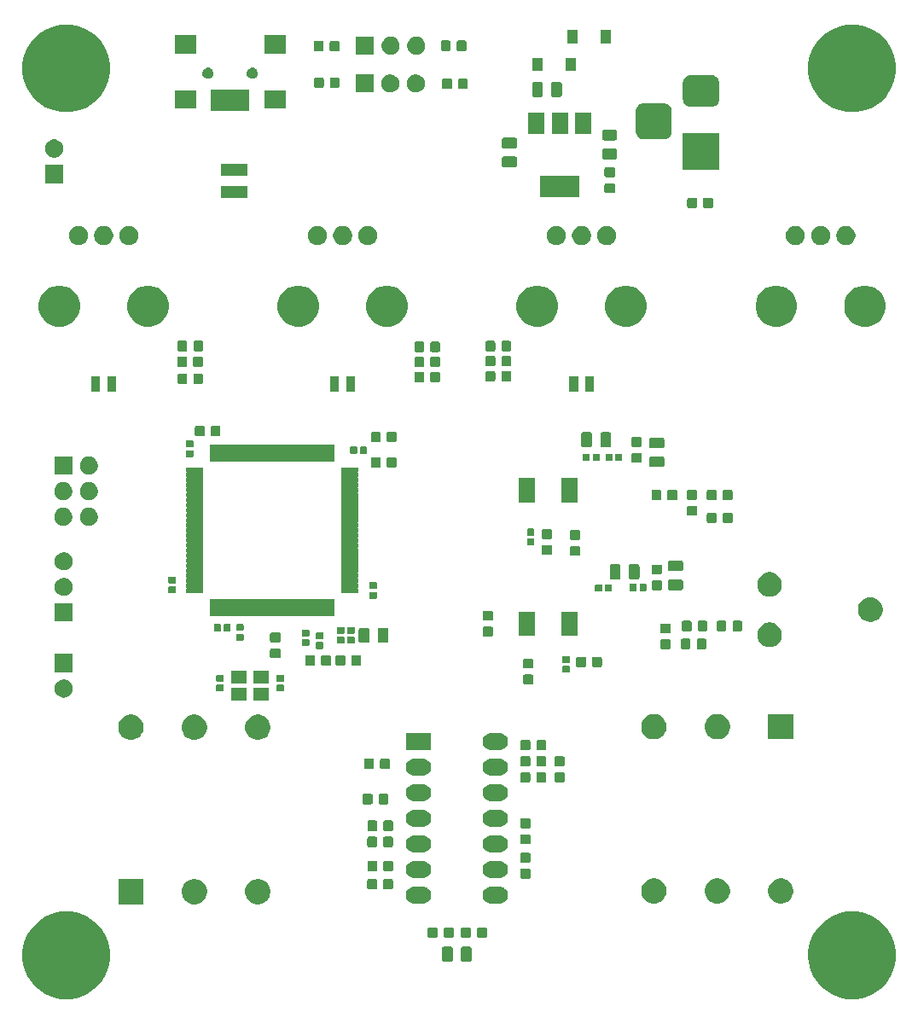
<source format=gts>
G04 #@! TF.GenerationSoftware,KiCad,Pcbnew,(5.1.5-0-10_14)*
G04 #@! TF.CreationDate,2021-04-10T11:01:01-04:00*
G04 #@! TF.ProjectId,E90,4539302e-6b69-4636-9164-5f7063625858,rev?*
G04 #@! TF.SameCoordinates,Original*
G04 #@! TF.FileFunction,Soldermask,Top*
G04 #@! TF.FilePolarity,Negative*
%FSLAX46Y46*%
G04 Gerber Fmt 4.6, Leading zero omitted, Abs format (unit mm)*
G04 Created by KiCad (PCBNEW (5.1.5-0-10_14)) date 2021-04-10 11:01:01*
%MOMM*%
%LPD*%
G04 APERTURE LIST*
%ADD10C,0.100000*%
G04 APERTURE END LIST*
D10*
G36*
X127048156Y-114672794D02*
G01*
X127769140Y-114816206D01*
X128560972Y-115144193D01*
X129273601Y-115620357D01*
X129879643Y-116226399D01*
X130355807Y-116939028D01*
X130683794Y-117730860D01*
X130779495Y-118211983D01*
X130851000Y-118571463D01*
X130851000Y-119428537D01*
X130847928Y-119443980D01*
X130683794Y-120269140D01*
X130355807Y-121060972D01*
X129879643Y-121773601D01*
X129273601Y-122379643D01*
X128560972Y-122855807D01*
X127769140Y-123183794D01*
X127048156Y-123327206D01*
X126928537Y-123351000D01*
X126071463Y-123351000D01*
X125951844Y-123327206D01*
X125230860Y-123183794D01*
X124439028Y-122855807D01*
X123726399Y-122379643D01*
X123120357Y-121773601D01*
X122644193Y-121060972D01*
X122316206Y-120269140D01*
X122152072Y-119443980D01*
X122149000Y-119428537D01*
X122149000Y-118571463D01*
X122220505Y-118211983D01*
X122316206Y-117730860D01*
X122644193Y-116939028D01*
X123120357Y-116226399D01*
X123726399Y-115620357D01*
X124439028Y-115144193D01*
X125230860Y-114816206D01*
X125951844Y-114672794D01*
X126071463Y-114649000D01*
X126928537Y-114649000D01*
X127048156Y-114672794D01*
G37*
G36*
X49048156Y-114672794D02*
G01*
X49769140Y-114816206D01*
X50560972Y-115144193D01*
X51273601Y-115620357D01*
X51879643Y-116226399D01*
X52355807Y-116939028D01*
X52683794Y-117730860D01*
X52779495Y-118211983D01*
X52851000Y-118571463D01*
X52851000Y-119428537D01*
X52847928Y-119443980D01*
X52683794Y-120269140D01*
X52355807Y-121060972D01*
X51879643Y-121773601D01*
X51273601Y-122379643D01*
X50560972Y-122855807D01*
X49769140Y-123183794D01*
X49048156Y-123327206D01*
X48928537Y-123351000D01*
X48071463Y-123351000D01*
X47951844Y-123327206D01*
X47230860Y-123183794D01*
X46439028Y-122855807D01*
X45726399Y-122379643D01*
X45120357Y-121773601D01*
X44644193Y-121060972D01*
X44316206Y-120269140D01*
X44152072Y-119443980D01*
X44149000Y-119428537D01*
X44149000Y-118571463D01*
X44220505Y-118211983D01*
X44316206Y-117730860D01*
X44644193Y-116939028D01*
X45120357Y-116226399D01*
X45726399Y-115620357D01*
X46439028Y-115144193D01*
X47230860Y-114816206D01*
X47951844Y-114672794D01*
X48071463Y-114649000D01*
X48928537Y-114649000D01*
X49048156Y-114672794D01*
G37*
G36*
X88569468Y-118155565D02*
G01*
X88608138Y-118167296D01*
X88643777Y-118186346D01*
X88675017Y-118211983D01*
X88700654Y-118243223D01*
X88719704Y-118278862D01*
X88731435Y-118317532D01*
X88736000Y-118363888D01*
X88736000Y-119440112D01*
X88731435Y-119486468D01*
X88719704Y-119525138D01*
X88700654Y-119560777D01*
X88675017Y-119592017D01*
X88643777Y-119617654D01*
X88608138Y-119636704D01*
X88569468Y-119648435D01*
X88523112Y-119653000D01*
X87871888Y-119653000D01*
X87825532Y-119648435D01*
X87786862Y-119636704D01*
X87751223Y-119617654D01*
X87719983Y-119592017D01*
X87694346Y-119560777D01*
X87675296Y-119525138D01*
X87663565Y-119486468D01*
X87659000Y-119440112D01*
X87659000Y-118363888D01*
X87663565Y-118317532D01*
X87675296Y-118278862D01*
X87694346Y-118243223D01*
X87719983Y-118211983D01*
X87751223Y-118186346D01*
X87786862Y-118167296D01*
X87825532Y-118155565D01*
X87871888Y-118151000D01*
X88523112Y-118151000D01*
X88569468Y-118155565D01*
G37*
G36*
X86694468Y-118155565D02*
G01*
X86733138Y-118167296D01*
X86768777Y-118186346D01*
X86800017Y-118211983D01*
X86825654Y-118243223D01*
X86844704Y-118278862D01*
X86856435Y-118317532D01*
X86861000Y-118363888D01*
X86861000Y-119440112D01*
X86856435Y-119486468D01*
X86844704Y-119525138D01*
X86825654Y-119560777D01*
X86800017Y-119592017D01*
X86768777Y-119617654D01*
X86733138Y-119636704D01*
X86694468Y-119648435D01*
X86648112Y-119653000D01*
X85996888Y-119653000D01*
X85950532Y-119648435D01*
X85911862Y-119636704D01*
X85876223Y-119617654D01*
X85844983Y-119592017D01*
X85819346Y-119560777D01*
X85800296Y-119525138D01*
X85788565Y-119486468D01*
X85784000Y-119440112D01*
X85784000Y-118363888D01*
X85788565Y-118317532D01*
X85800296Y-118278862D01*
X85819346Y-118243223D01*
X85844983Y-118211983D01*
X85876223Y-118186346D01*
X85911862Y-118167296D01*
X85950532Y-118155565D01*
X85996888Y-118151000D01*
X86648112Y-118151000D01*
X86694468Y-118155565D01*
G37*
G36*
X90089591Y-116230085D02*
G01*
X90123569Y-116240393D01*
X90154890Y-116257134D01*
X90182339Y-116279661D01*
X90204866Y-116307110D01*
X90221607Y-116338431D01*
X90231915Y-116372409D01*
X90236000Y-116413890D01*
X90236000Y-117090110D01*
X90231915Y-117131591D01*
X90221607Y-117165569D01*
X90204866Y-117196890D01*
X90182339Y-117224339D01*
X90154890Y-117246866D01*
X90123569Y-117263607D01*
X90089591Y-117273915D01*
X90048110Y-117278000D01*
X89446890Y-117278000D01*
X89405409Y-117273915D01*
X89371431Y-117263607D01*
X89340110Y-117246866D01*
X89312661Y-117224339D01*
X89290134Y-117196890D01*
X89273393Y-117165569D01*
X89263085Y-117131591D01*
X89259000Y-117090110D01*
X89259000Y-116413890D01*
X89263085Y-116372409D01*
X89273393Y-116338431D01*
X89290134Y-116307110D01*
X89312661Y-116279661D01*
X89340110Y-116257134D01*
X89371431Y-116240393D01*
X89405409Y-116230085D01*
X89446890Y-116226000D01*
X90048110Y-116226000D01*
X90089591Y-116230085D01*
G37*
G36*
X88514591Y-116230085D02*
G01*
X88548569Y-116240393D01*
X88579890Y-116257134D01*
X88607339Y-116279661D01*
X88629866Y-116307110D01*
X88646607Y-116338431D01*
X88656915Y-116372409D01*
X88661000Y-116413890D01*
X88661000Y-117090110D01*
X88656915Y-117131591D01*
X88646607Y-117165569D01*
X88629866Y-117196890D01*
X88607339Y-117224339D01*
X88579890Y-117246866D01*
X88548569Y-117263607D01*
X88514591Y-117273915D01*
X88473110Y-117278000D01*
X87871890Y-117278000D01*
X87830409Y-117273915D01*
X87796431Y-117263607D01*
X87765110Y-117246866D01*
X87737661Y-117224339D01*
X87715134Y-117196890D01*
X87698393Y-117165569D01*
X87688085Y-117131591D01*
X87684000Y-117090110D01*
X87684000Y-116413890D01*
X87688085Y-116372409D01*
X87698393Y-116338431D01*
X87715134Y-116307110D01*
X87737661Y-116279661D01*
X87765110Y-116257134D01*
X87796431Y-116240393D01*
X87830409Y-116230085D01*
X87871890Y-116226000D01*
X88473110Y-116226000D01*
X88514591Y-116230085D01*
G37*
G36*
X86789591Y-116230085D02*
G01*
X86823569Y-116240393D01*
X86854890Y-116257134D01*
X86882339Y-116279661D01*
X86904866Y-116307110D01*
X86921607Y-116338431D01*
X86931915Y-116372409D01*
X86936000Y-116413890D01*
X86936000Y-117090110D01*
X86931915Y-117131591D01*
X86921607Y-117165569D01*
X86904866Y-117196890D01*
X86882339Y-117224339D01*
X86854890Y-117246866D01*
X86823569Y-117263607D01*
X86789591Y-117273915D01*
X86748110Y-117278000D01*
X86146890Y-117278000D01*
X86105409Y-117273915D01*
X86071431Y-117263607D01*
X86040110Y-117246866D01*
X86012661Y-117224339D01*
X85990134Y-117196890D01*
X85973393Y-117165569D01*
X85963085Y-117131591D01*
X85959000Y-117090110D01*
X85959000Y-116413890D01*
X85963085Y-116372409D01*
X85973393Y-116338431D01*
X85990134Y-116307110D01*
X86012661Y-116279661D01*
X86040110Y-116257134D01*
X86071431Y-116240393D01*
X86105409Y-116230085D01*
X86146890Y-116226000D01*
X86748110Y-116226000D01*
X86789591Y-116230085D01*
G37*
G36*
X85214591Y-116230085D02*
G01*
X85248569Y-116240393D01*
X85279890Y-116257134D01*
X85307339Y-116279661D01*
X85329866Y-116307110D01*
X85346607Y-116338431D01*
X85356915Y-116372409D01*
X85361000Y-116413890D01*
X85361000Y-117090110D01*
X85356915Y-117131591D01*
X85346607Y-117165569D01*
X85329866Y-117196890D01*
X85307339Y-117224339D01*
X85279890Y-117246866D01*
X85248569Y-117263607D01*
X85214591Y-117273915D01*
X85173110Y-117278000D01*
X84571890Y-117278000D01*
X84530409Y-117273915D01*
X84496431Y-117263607D01*
X84465110Y-117246866D01*
X84437661Y-117224339D01*
X84415134Y-117196890D01*
X84398393Y-117165569D01*
X84388085Y-117131591D01*
X84384000Y-117090110D01*
X84384000Y-116413890D01*
X84388085Y-116372409D01*
X84398393Y-116338431D01*
X84415134Y-116307110D01*
X84437661Y-116279661D01*
X84465110Y-116257134D01*
X84496431Y-116240393D01*
X84530409Y-116230085D01*
X84571890Y-116226000D01*
X85173110Y-116226000D01*
X85214591Y-116230085D01*
G37*
G36*
X67874903Y-111477075D02*
G01*
X68018202Y-111536431D01*
X68102571Y-111571378D01*
X68307466Y-111708285D01*
X68481715Y-111882534D01*
X68481716Y-111882536D01*
X68618623Y-112087431D01*
X68712925Y-112315097D01*
X68761000Y-112556786D01*
X68761000Y-112803214D01*
X68712925Y-113044903D01*
X68645027Y-113208825D01*
X68618622Y-113272571D01*
X68481715Y-113477466D01*
X68307466Y-113651715D01*
X68102571Y-113788622D01*
X68102570Y-113788623D01*
X68102569Y-113788623D01*
X67874903Y-113882925D01*
X67633214Y-113931000D01*
X67386786Y-113931000D01*
X67145097Y-113882925D01*
X66917431Y-113788623D01*
X66917430Y-113788623D01*
X66917429Y-113788622D01*
X66712534Y-113651715D01*
X66538285Y-113477466D01*
X66401378Y-113272571D01*
X66374974Y-113208825D01*
X66307075Y-113044903D01*
X66259000Y-112803214D01*
X66259000Y-112556786D01*
X66307075Y-112315097D01*
X66401377Y-112087431D01*
X66538284Y-111882536D01*
X66538285Y-111882534D01*
X66712534Y-111708285D01*
X66917429Y-111571378D01*
X67001799Y-111536431D01*
X67145097Y-111477075D01*
X67386786Y-111429000D01*
X67633214Y-111429000D01*
X67874903Y-111477075D01*
G37*
G36*
X61574903Y-111477075D02*
G01*
X61718202Y-111536431D01*
X61802571Y-111571378D01*
X62007466Y-111708285D01*
X62181715Y-111882534D01*
X62181716Y-111882536D01*
X62318623Y-112087431D01*
X62412925Y-112315097D01*
X62461000Y-112556786D01*
X62461000Y-112803214D01*
X62412925Y-113044903D01*
X62345027Y-113208825D01*
X62318622Y-113272571D01*
X62181715Y-113477466D01*
X62007466Y-113651715D01*
X61802571Y-113788622D01*
X61802570Y-113788623D01*
X61802569Y-113788623D01*
X61574903Y-113882925D01*
X61333214Y-113931000D01*
X61086786Y-113931000D01*
X60845097Y-113882925D01*
X60617431Y-113788623D01*
X60617430Y-113788623D01*
X60617429Y-113788622D01*
X60412534Y-113651715D01*
X60238285Y-113477466D01*
X60101378Y-113272571D01*
X60074974Y-113208825D01*
X60007075Y-113044903D01*
X59959000Y-112803214D01*
X59959000Y-112556786D01*
X60007075Y-112315097D01*
X60101377Y-112087431D01*
X60238284Y-111882536D01*
X60238285Y-111882534D01*
X60412534Y-111708285D01*
X60617429Y-111571378D01*
X60701799Y-111536431D01*
X60845097Y-111477075D01*
X61086786Y-111429000D01*
X61333214Y-111429000D01*
X61574903Y-111477075D01*
G37*
G36*
X56161000Y-113931000D02*
G01*
X53659000Y-113931000D01*
X53659000Y-111429000D01*
X56161000Y-111429000D01*
X56161000Y-113931000D01*
G37*
G36*
X91646823Y-112203313D02*
G01*
X91807242Y-112251976D01*
X91925333Y-112315097D01*
X91955078Y-112330996D01*
X92084659Y-112437341D01*
X92191004Y-112566922D01*
X92191005Y-112566924D01*
X92270024Y-112714758D01*
X92318687Y-112875177D01*
X92335117Y-113042000D01*
X92318687Y-113208823D01*
X92270024Y-113369242D01*
X92212178Y-113477464D01*
X92191004Y-113517078D01*
X92084659Y-113646659D01*
X91955078Y-113753004D01*
X91955076Y-113753005D01*
X91807242Y-113832024D01*
X91646823Y-113880687D01*
X91521804Y-113893000D01*
X90638196Y-113893000D01*
X90513177Y-113880687D01*
X90352758Y-113832024D01*
X90204924Y-113753005D01*
X90204922Y-113753004D01*
X90075341Y-113646659D01*
X89968996Y-113517078D01*
X89947822Y-113477464D01*
X89889976Y-113369242D01*
X89841313Y-113208823D01*
X89824883Y-113042000D01*
X89841313Y-112875177D01*
X89889976Y-112714758D01*
X89968995Y-112566924D01*
X89968996Y-112566922D01*
X90075341Y-112437341D01*
X90204922Y-112330996D01*
X90234667Y-112315097D01*
X90352758Y-112251976D01*
X90513177Y-112203313D01*
X90638196Y-112191000D01*
X91521804Y-112191000D01*
X91646823Y-112203313D01*
G37*
G36*
X84026823Y-112203313D02*
G01*
X84187242Y-112251976D01*
X84305333Y-112315097D01*
X84335078Y-112330996D01*
X84464659Y-112437341D01*
X84571004Y-112566922D01*
X84571005Y-112566924D01*
X84650024Y-112714758D01*
X84698687Y-112875177D01*
X84715117Y-113042000D01*
X84698687Y-113208823D01*
X84650024Y-113369242D01*
X84592178Y-113477464D01*
X84571004Y-113517078D01*
X84464659Y-113646659D01*
X84335078Y-113753004D01*
X84335076Y-113753005D01*
X84187242Y-113832024D01*
X84026823Y-113880687D01*
X83901804Y-113893000D01*
X83018196Y-113893000D01*
X82893177Y-113880687D01*
X82732758Y-113832024D01*
X82584924Y-113753005D01*
X82584922Y-113753004D01*
X82455341Y-113646659D01*
X82348996Y-113517078D01*
X82327822Y-113477464D01*
X82269976Y-113369242D01*
X82221313Y-113208823D01*
X82204883Y-113042000D01*
X82221313Y-112875177D01*
X82269976Y-112714758D01*
X82348995Y-112566924D01*
X82348996Y-112566922D01*
X82455341Y-112437341D01*
X82584922Y-112330996D01*
X82614667Y-112315097D01*
X82732758Y-112251976D01*
X82893177Y-112203313D01*
X83018196Y-112191000D01*
X83901804Y-112191000D01*
X84026823Y-112203313D01*
G37*
G36*
X119774903Y-111417075D02*
G01*
X119964333Y-111495539D01*
X120002571Y-111511378D01*
X120207466Y-111648285D01*
X120381715Y-111822534D01*
X120381716Y-111822536D01*
X120518623Y-112027431D01*
X120612925Y-112255097D01*
X120661000Y-112496786D01*
X120661000Y-112743214D01*
X120612925Y-112984903D01*
X120520175Y-113208823D01*
X120518622Y-113212571D01*
X120381715Y-113417466D01*
X120207466Y-113591715D01*
X120002571Y-113728622D01*
X120002570Y-113728623D01*
X120002569Y-113728623D01*
X119774903Y-113822925D01*
X119533214Y-113871000D01*
X119286786Y-113871000D01*
X119045097Y-113822925D01*
X118817431Y-113728623D01*
X118817430Y-113728623D01*
X118817429Y-113728622D01*
X118612534Y-113591715D01*
X118438285Y-113417466D01*
X118301378Y-113212571D01*
X118299826Y-113208823D01*
X118207075Y-112984903D01*
X118159000Y-112743214D01*
X118159000Y-112496786D01*
X118207075Y-112255097D01*
X118301377Y-112027431D01*
X118438284Y-111822536D01*
X118438285Y-111822534D01*
X118612534Y-111648285D01*
X118817429Y-111511378D01*
X118855668Y-111495539D01*
X119045097Y-111417075D01*
X119286786Y-111369000D01*
X119533214Y-111369000D01*
X119774903Y-111417075D01*
G37*
G36*
X113474903Y-111417075D02*
G01*
X113664333Y-111495539D01*
X113702571Y-111511378D01*
X113907466Y-111648285D01*
X114081715Y-111822534D01*
X114081716Y-111822536D01*
X114218623Y-112027431D01*
X114312925Y-112255097D01*
X114361000Y-112496786D01*
X114361000Y-112743214D01*
X114312925Y-112984903D01*
X114220175Y-113208823D01*
X114218622Y-113212571D01*
X114081715Y-113417466D01*
X113907466Y-113591715D01*
X113702571Y-113728622D01*
X113702570Y-113728623D01*
X113702569Y-113728623D01*
X113474903Y-113822925D01*
X113233214Y-113871000D01*
X112986786Y-113871000D01*
X112745097Y-113822925D01*
X112517431Y-113728623D01*
X112517430Y-113728623D01*
X112517429Y-113728622D01*
X112312534Y-113591715D01*
X112138285Y-113417466D01*
X112001378Y-113212571D01*
X111999826Y-113208823D01*
X111907075Y-112984903D01*
X111859000Y-112743214D01*
X111859000Y-112496786D01*
X111907075Y-112255097D01*
X112001377Y-112027431D01*
X112138284Y-111822536D01*
X112138285Y-111822534D01*
X112312534Y-111648285D01*
X112517429Y-111511378D01*
X112555668Y-111495539D01*
X112745097Y-111417075D01*
X112986786Y-111369000D01*
X113233214Y-111369000D01*
X113474903Y-111417075D01*
G37*
G36*
X107174903Y-111417075D02*
G01*
X107364333Y-111495539D01*
X107402571Y-111511378D01*
X107607466Y-111648285D01*
X107781715Y-111822534D01*
X107781716Y-111822536D01*
X107918623Y-112027431D01*
X108012925Y-112255097D01*
X108061000Y-112496786D01*
X108061000Y-112743214D01*
X108012925Y-112984903D01*
X107920175Y-113208823D01*
X107918622Y-113212571D01*
X107781715Y-113417466D01*
X107607466Y-113591715D01*
X107402571Y-113728622D01*
X107402570Y-113728623D01*
X107402569Y-113728623D01*
X107174903Y-113822925D01*
X106933214Y-113871000D01*
X106686786Y-113871000D01*
X106445097Y-113822925D01*
X106217431Y-113728623D01*
X106217430Y-113728623D01*
X106217429Y-113728622D01*
X106012534Y-113591715D01*
X105838285Y-113417466D01*
X105701378Y-113212571D01*
X105699826Y-113208823D01*
X105607075Y-112984903D01*
X105559000Y-112743214D01*
X105559000Y-112496786D01*
X105607075Y-112255097D01*
X105701377Y-112027431D01*
X105838284Y-111822536D01*
X105838285Y-111822534D01*
X106012534Y-111648285D01*
X106217429Y-111511378D01*
X106255668Y-111495539D01*
X106445097Y-111417075D01*
X106686786Y-111369000D01*
X106933214Y-111369000D01*
X107174903Y-111417075D01*
G37*
G36*
X79204591Y-111428085D02*
G01*
X79238569Y-111438393D01*
X79269890Y-111455134D01*
X79297339Y-111477661D01*
X79319866Y-111505110D01*
X79336607Y-111536431D01*
X79346915Y-111570409D01*
X79351000Y-111611890D01*
X79351000Y-112288110D01*
X79346915Y-112329591D01*
X79336607Y-112363569D01*
X79319866Y-112394890D01*
X79297339Y-112422339D01*
X79269890Y-112444866D01*
X79238569Y-112461607D01*
X79204591Y-112471915D01*
X79163110Y-112476000D01*
X78561890Y-112476000D01*
X78520409Y-112471915D01*
X78486431Y-112461607D01*
X78455110Y-112444866D01*
X78427661Y-112422339D01*
X78405134Y-112394890D01*
X78388393Y-112363569D01*
X78378085Y-112329591D01*
X78374000Y-112288110D01*
X78374000Y-111611890D01*
X78378085Y-111570409D01*
X78388393Y-111536431D01*
X78405134Y-111505110D01*
X78427661Y-111477661D01*
X78455110Y-111455134D01*
X78486431Y-111438393D01*
X78520409Y-111428085D01*
X78561890Y-111424000D01*
X79163110Y-111424000D01*
X79204591Y-111428085D01*
G37*
G36*
X80779591Y-111428085D02*
G01*
X80813569Y-111438393D01*
X80844890Y-111455134D01*
X80872339Y-111477661D01*
X80894866Y-111505110D01*
X80911607Y-111536431D01*
X80921915Y-111570409D01*
X80926000Y-111611890D01*
X80926000Y-112288110D01*
X80921915Y-112329591D01*
X80911607Y-112363569D01*
X80894866Y-112394890D01*
X80872339Y-112422339D01*
X80844890Y-112444866D01*
X80813569Y-112461607D01*
X80779591Y-112471915D01*
X80738110Y-112476000D01*
X80136890Y-112476000D01*
X80095409Y-112471915D01*
X80061431Y-112461607D01*
X80030110Y-112444866D01*
X80002661Y-112422339D01*
X79980134Y-112394890D01*
X79963393Y-112363569D01*
X79953085Y-112329591D01*
X79949000Y-112288110D01*
X79949000Y-111611890D01*
X79953085Y-111570409D01*
X79963393Y-111536431D01*
X79980134Y-111505110D01*
X80002661Y-111477661D01*
X80030110Y-111455134D01*
X80061431Y-111438393D01*
X80095409Y-111428085D01*
X80136890Y-111424000D01*
X80738110Y-111424000D01*
X80779591Y-111428085D01*
G37*
G36*
X94439591Y-110417585D02*
G01*
X94473569Y-110427893D01*
X94504890Y-110444634D01*
X94532339Y-110467161D01*
X94554866Y-110494610D01*
X94571607Y-110525931D01*
X94581915Y-110559909D01*
X94586000Y-110601390D01*
X94586000Y-111202610D01*
X94581915Y-111244091D01*
X94571607Y-111278069D01*
X94554866Y-111309390D01*
X94532339Y-111336839D01*
X94504890Y-111359366D01*
X94473569Y-111376107D01*
X94439591Y-111386415D01*
X94398110Y-111390500D01*
X93721890Y-111390500D01*
X93680409Y-111386415D01*
X93646431Y-111376107D01*
X93615110Y-111359366D01*
X93587661Y-111336839D01*
X93565134Y-111309390D01*
X93548393Y-111278069D01*
X93538085Y-111244091D01*
X93534000Y-111202610D01*
X93534000Y-110601390D01*
X93538085Y-110559909D01*
X93548393Y-110525931D01*
X93565134Y-110494610D01*
X93587661Y-110467161D01*
X93615110Y-110444634D01*
X93646431Y-110427893D01*
X93680409Y-110417585D01*
X93721890Y-110413500D01*
X94398110Y-110413500D01*
X94439591Y-110417585D01*
G37*
G36*
X91646823Y-109663313D02*
G01*
X91807242Y-109711976D01*
X91900529Y-109761839D01*
X91955078Y-109790996D01*
X92084659Y-109897341D01*
X92191004Y-110026922D01*
X92191005Y-110026924D01*
X92270024Y-110174758D01*
X92318687Y-110335177D01*
X92335117Y-110502000D01*
X92318687Y-110668823D01*
X92270024Y-110829242D01*
X92199114Y-110961906D01*
X92191004Y-110977078D01*
X92084659Y-111106659D01*
X91955078Y-111213004D01*
X91955076Y-111213005D01*
X91807242Y-111292024D01*
X91646823Y-111340687D01*
X91521804Y-111353000D01*
X90638196Y-111353000D01*
X90513177Y-111340687D01*
X90352758Y-111292024D01*
X90204924Y-111213005D01*
X90204922Y-111213004D01*
X90075341Y-111106659D01*
X89968996Y-110977078D01*
X89960886Y-110961906D01*
X89889976Y-110829242D01*
X89841313Y-110668823D01*
X89824883Y-110502000D01*
X89841313Y-110335177D01*
X89889976Y-110174758D01*
X89968995Y-110026924D01*
X89968996Y-110026922D01*
X90075341Y-109897341D01*
X90204922Y-109790996D01*
X90259471Y-109761839D01*
X90352758Y-109711976D01*
X90513177Y-109663313D01*
X90638196Y-109651000D01*
X91521804Y-109651000D01*
X91646823Y-109663313D01*
G37*
G36*
X84026823Y-109663313D02*
G01*
X84187242Y-109711976D01*
X84280529Y-109761839D01*
X84335078Y-109790996D01*
X84464659Y-109897341D01*
X84571004Y-110026922D01*
X84571005Y-110026924D01*
X84650024Y-110174758D01*
X84698687Y-110335177D01*
X84715117Y-110502000D01*
X84698687Y-110668823D01*
X84650024Y-110829242D01*
X84579114Y-110961906D01*
X84571004Y-110977078D01*
X84464659Y-111106659D01*
X84335078Y-111213004D01*
X84335076Y-111213005D01*
X84187242Y-111292024D01*
X84026823Y-111340687D01*
X83901804Y-111353000D01*
X83018196Y-111353000D01*
X82893177Y-111340687D01*
X82732758Y-111292024D01*
X82584924Y-111213005D01*
X82584922Y-111213004D01*
X82455341Y-111106659D01*
X82348996Y-110977078D01*
X82340886Y-110961906D01*
X82269976Y-110829242D01*
X82221313Y-110668823D01*
X82204883Y-110502000D01*
X82221313Y-110335177D01*
X82269976Y-110174758D01*
X82348995Y-110026924D01*
X82348996Y-110026922D01*
X82455341Y-109897341D01*
X82584922Y-109790996D01*
X82639471Y-109761839D01*
X82732758Y-109711976D01*
X82893177Y-109663313D01*
X83018196Y-109651000D01*
X83901804Y-109651000D01*
X84026823Y-109663313D01*
G37*
G36*
X79217091Y-109628085D02*
G01*
X79251069Y-109638393D01*
X79282390Y-109655134D01*
X79309839Y-109677661D01*
X79332366Y-109705110D01*
X79349107Y-109736431D01*
X79359415Y-109770409D01*
X79363500Y-109811890D01*
X79363500Y-110488110D01*
X79359415Y-110529591D01*
X79349107Y-110563569D01*
X79332366Y-110594890D01*
X79309839Y-110622339D01*
X79282390Y-110644866D01*
X79251069Y-110661607D01*
X79217091Y-110671915D01*
X79175610Y-110676000D01*
X78574390Y-110676000D01*
X78532909Y-110671915D01*
X78498931Y-110661607D01*
X78467610Y-110644866D01*
X78440161Y-110622339D01*
X78417634Y-110594890D01*
X78400893Y-110563569D01*
X78390585Y-110529591D01*
X78386500Y-110488110D01*
X78386500Y-109811890D01*
X78390585Y-109770409D01*
X78400893Y-109736431D01*
X78417634Y-109705110D01*
X78440161Y-109677661D01*
X78467610Y-109655134D01*
X78498931Y-109638393D01*
X78532909Y-109628085D01*
X78574390Y-109624000D01*
X79175610Y-109624000D01*
X79217091Y-109628085D01*
G37*
G36*
X80792091Y-109628085D02*
G01*
X80826069Y-109638393D01*
X80857390Y-109655134D01*
X80884839Y-109677661D01*
X80907366Y-109705110D01*
X80924107Y-109736431D01*
X80934415Y-109770409D01*
X80938500Y-109811890D01*
X80938500Y-110488110D01*
X80934415Y-110529591D01*
X80924107Y-110563569D01*
X80907366Y-110594890D01*
X80884839Y-110622339D01*
X80857390Y-110644866D01*
X80826069Y-110661607D01*
X80792091Y-110671915D01*
X80750610Y-110676000D01*
X80149390Y-110676000D01*
X80107909Y-110671915D01*
X80073931Y-110661607D01*
X80042610Y-110644866D01*
X80015161Y-110622339D01*
X79992634Y-110594890D01*
X79975893Y-110563569D01*
X79965585Y-110529591D01*
X79961500Y-110488110D01*
X79961500Y-109811890D01*
X79965585Y-109770409D01*
X79975893Y-109736431D01*
X79992634Y-109705110D01*
X80015161Y-109677661D01*
X80042610Y-109655134D01*
X80073931Y-109638393D01*
X80107909Y-109628085D01*
X80149390Y-109624000D01*
X80750610Y-109624000D01*
X80792091Y-109628085D01*
G37*
G36*
X94439591Y-108842585D02*
G01*
X94473569Y-108852893D01*
X94504890Y-108869634D01*
X94532339Y-108892161D01*
X94554866Y-108919610D01*
X94571607Y-108950931D01*
X94581915Y-108984909D01*
X94586000Y-109026390D01*
X94586000Y-109627610D01*
X94581915Y-109669091D01*
X94571607Y-109703069D01*
X94554866Y-109734390D01*
X94532339Y-109761839D01*
X94504890Y-109784366D01*
X94473569Y-109801107D01*
X94439591Y-109811415D01*
X94398110Y-109815500D01*
X93721890Y-109815500D01*
X93680409Y-109811415D01*
X93646431Y-109801107D01*
X93615110Y-109784366D01*
X93587661Y-109761839D01*
X93565134Y-109734390D01*
X93548393Y-109703069D01*
X93538085Y-109669091D01*
X93534000Y-109627610D01*
X93534000Y-109026390D01*
X93538085Y-108984909D01*
X93548393Y-108950931D01*
X93565134Y-108919610D01*
X93587661Y-108892161D01*
X93615110Y-108869634D01*
X93646431Y-108852893D01*
X93680409Y-108842585D01*
X93721890Y-108838500D01*
X94398110Y-108838500D01*
X94439591Y-108842585D01*
G37*
G36*
X91646823Y-107123313D02*
G01*
X91807242Y-107171976D01*
X91904572Y-107224000D01*
X91955078Y-107250996D01*
X92084659Y-107357341D01*
X92191004Y-107486922D01*
X92191005Y-107486924D01*
X92270024Y-107634758D01*
X92318687Y-107795177D01*
X92335117Y-107962000D01*
X92318687Y-108128823D01*
X92270024Y-108289242D01*
X92199114Y-108421906D01*
X92191004Y-108437078D01*
X92084659Y-108566659D01*
X91955078Y-108673004D01*
X91955076Y-108673005D01*
X91807242Y-108752024D01*
X91646823Y-108800687D01*
X91521804Y-108813000D01*
X90638196Y-108813000D01*
X90513177Y-108800687D01*
X90352758Y-108752024D01*
X90204924Y-108673005D01*
X90204922Y-108673004D01*
X90075341Y-108566659D01*
X89968996Y-108437078D01*
X89960886Y-108421906D01*
X89889976Y-108289242D01*
X89841313Y-108128823D01*
X89824883Y-107962000D01*
X89841313Y-107795177D01*
X89889976Y-107634758D01*
X89968995Y-107486924D01*
X89968996Y-107486922D01*
X90075341Y-107357341D01*
X90204922Y-107250996D01*
X90255428Y-107224000D01*
X90352758Y-107171976D01*
X90513177Y-107123313D01*
X90638196Y-107111000D01*
X91521804Y-107111000D01*
X91646823Y-107123313D01*
G37*
G36*
X84026823Y-107123313D02*
G01*
X84187242Y-107171976D01*
X84284572Y-107224000D01*
X84335078Y-107250996D01*
X84464659Y-107357341D01*
X84571004Y-107486922D01*
X84571005Y-107486924D01*
X84650024Y-107634758D01*
X84698687Y-107795177D01*
X84715117Y-107962000D01*
X84698687Y-108128823D01*
X84650024Y-108289242D01*
X84579114Y-108421906D01*
X84571004Y-108437078D01*
X84464659Y-108566659D01*
X84335078Y-108673004D01*
X84335076Y-108673005D01*
X84187242Y-108752024D01*
X84026823Y-108800687D01*
X83901804Y-108813000D01*
X83018196Y-108813000D01*
X82893177Y-108800687D01*
X82732758Y-108752024D01*
X82584924Y-108673005D01*
X82584922Y-108673004D01*
X82455341Y-108566659D01*
X82348996Y-108437078D01*
X82340886Y-108421906D01*
X82269976Y-108289242D01*
X82221313Y-108128823D01*
X82204883Y-107962000D01*
X82221313Y-107795177D01*
X82269976Y-107634758D01*
X82348995Y-107486924D01*
X82348996Y-107486922D01*
X82455341Y-107357341D01*
X82584922Y-107250996D01*
X82635428Y-107224000D01*
X82732758Y-107171976D01*
X82893177Y-107123313D01*
X83018196Y-107111000D01*
X83901804Y-107111000D01*
X84026823Y-107123313D01*
G37*
G36*
X79204591Y-107228085D02*
G01*
X79238569Y-107238393D01*
X79269890Y-107255134D01*
X79297339Y-107277661D01*
X79319866Y-107305110D01*
X79336607Y-107336431D01*
X79346915Y-107370409D01*
X79351000Y-107411890D01*
X79351000Y-108088110D01*
X79346915Y-108129591D01*
X79336607Y-108163569D01*
X79319866Y-108194890D01*
X79297339Y-108222339D01*
X79269890Y-108244866D01*
X79238569Y-108261607D01*
X79204591Y-108271915D01*
X79163110Y-108276000D01*
X78561890Y-108276000D01*
X78520409Y-108271915D01*
X78486431Y-108261607D01*
X78455110Y-108244866D01*
X78427661Y-108222339D01*
X78405134Y-108194890D01*
X78388393Y-108163569D01*
X78378085Y-108129591D01*
X78374000Y-108088110D01*
X78374000Y-107411890D01*
X78378085Y-107370409D01*
X78388393Y-107336431D01*
X78405134Y-107305110D01*
X78427661Y-107277661D01*
X78455110Y-107255134D01*
X78486431Y-107238393D01*
X78520409Y-107228085D01*
X78561890Y-107224000D01*
X79163110Y-107224000D01*
X79204591Y-107228085D01*
G37*
G36*
X80779591Y-107228085D02*
G01*
X80813569Y-107238393D01*
X80844890Y-107255134D01*
X80872339Y-107277661D01*
X80894866Y-107305110D01*
X80911607Y-107336431D01*
X80921915Y-107370409D01*
X80926000Y-107411890D01*
X80926000Y-108088110D01*
X80921915Y-108129591D01*
X80911607Y-108163569D01*
X80894866Y-108194890D01*
X80872339Y-108222339D01*
X80844890Y-108244866D01*
X80813569Y-108261607D01*
X80779591Y-108271915D01*
X80738110Y-108276000D01*
X80136890Y-108276000D01*
X80095409Y-108271915D01*
X80061431Y-108261607D01*
X80030110Y-108244866D01*
X80002661Y-108222339D01*
X79980134Y-108194890D01*
X79963393Y-108163569D01*
X79953085Y-108129591D01*
X79949000Y-108088110D01*
X79949000Y-107411890D01*
X79953085Y-107370409D01*
X79963393Y-107336431D01*
X79980134Y-107305110D01*
X80002661Y-107277661D01*
X80030110Y-107255134D01*
X80061431Y-107238393D01*
X80095409Y-107228085D01*
X80136890Y-107224000D01*
X80738110Y-107224000D01*
X80779591Y-107228085D01*
G37*
G36*
X94439591Y-107005085D02*
G01*
X94473569Y-107015393D01*
X94504890Y-107032134D01*
X94532339Y-107054661D01*
X94554866Y-107082110D01*
X94571607Y-107113431D01*
X94581915Y-107147409D01*
X94586000Y-107188890D01*
X94586000Y-107790110D01*
X94581915Y-107831591D01*
X94571607Y-107865569D01*
X94554866Y-107896890D01*
X94532339Y-107924339D01*
X94504890Y-107946866D01*
X94473569Y-107963607D01*
X94439591Y-107973915D01*
X94398110Y-107978000D01*
X93721890Y-107978000D01*
X93680409Y-107973915D01*
X93646431Y-107963607D01*
X93615110Y-107946866D01*
X93587661Y-107924339D01*
X93565134Y-107896890D01*
X93548393Y-107865569D01*
X93538085Y-107831591D01*
X93534000Y-107790110D01*
X93534000Y-107188890D01*
X93538085Y-107147409D01*
X93548393Y-107113431D01*
X93565134Y-107082110D01*
X93587661Y-107054661D01*
X93615110Y-107032134D01*
X93646431Y-107015393D01*
X93680409Y-107005085D01*
X93721890Y-107001000D01*
X94398110Y-107001000D01*
X94439591Y-107005085D01*
G37*
G36*
X80792091Y-105628085D02*
G01*
X80826069Y-105638393D01*
X80857390Y-105655134D01*
X80884839Y-105677661D01*
X80907366Y-105705110D01*
X80924107Y-105736431D01*
X80934415Y-105770409D01*
X80938500Y-105811890D01*
X80938500Y-106488110D01*
X80934415Y-106529591D01*
X80924107Y-106563569D01*
X80907366Y-106594890D01*
X80884839Y-106622339D01*
X80857390Y-106644866D01*
X80826069Y-106661607D01*
X80792091Y-106671915D01*
X80750610Y-106676000D01*
X80149390Y-106676000D01*
X80107909Y-106671915D01*
X80073931Y-106661607D01*
X80042610Y-106644866D01*
X80015161Y-106622339D01*
X79992634Y-106594890D01*
X79975893Y-106563569D01*
X79965585Y-106529591D01*
X79961500Y-106488110D01*
X79961500Y-105811890D01*
X79965585Y-105770409D01*
X79975893Y-105736431D01*
X79992634Y-105705110D01*
X80015161Y-105677661D01*
X80042610Y-105655134D01*
X80073931Y-105638393D01*
X80107909Y-105628085D01*
X80149390Y-105624000D01*
X80750610Y-105624000D01*
X80792091Y-105628085D01*
G37*
G36*
X79217091Y-105628085D02*
G01*
X79251069Y-105638393D01*
X79282390Y-105655134D01*
X79309839Y-105677661D01*
X79332366Y-105705110D01*
X79349107Y-105736431D01*
X79359415Y-105770409D01*
X79363500Y-105811890D01*
X79363500Y-106488110D01*
X79359415Y-106529591D01*
X79349107Y-106563569D01*
X79332366Y-106594890D01*
X79309839Y-106622339D01*
X79282390Y-106644866D01*
X79251069Y-106661607D01*
X79217091Y-106671915D01*
X79175610Y-106676000D01*
X78574390Y-106676000D01*
X78532909Y-106671915D01*
X78498931Y-106661607D01*
X78467610Y-106644866D01*
X78440161Y-106622339D01*
X78417634Y-106594890D01*
X78400893Y-106563569D01*
X78390585Y-106529591D01*
X78386500Y-106488110D01*
X78386500Y-105811890D01*
X78390585Y-105770409D01*
X78400893Y-105736431D01*
X78417634Y-105705110D01*
X78440161Y-105677661D01*
X78467610Y-105655134D01*
X78498931Y-105638393D01*
X78532909Y-105628085D01*
X78574390Y-105624000D01*
X79175610Y-105624000D01*
X79217091Y-105628085D01*
G37*
G36*
X94439591Y-105430085D02*
G01*
X94473569Y-105440393D01*
X94504890Y-105457134D01*
X94532339Y-105479661D01*
X94554866Y-105507110D01*
X94571607Y-105538431D01*
X94581915Y-105572409D01*
X94586000Y-105613890D01*
X94586000Y-106215110D01*
X94581915Y-106256591D01*
X94571607Y-106290569D01*
X94554866Y-106321890D01*
X94532339Y-106349339D01*
X94504890Y-106371866D01*
X94473569Y-106388607D01*
X94439591Y-106398915D01*
X94398110Y-106403000D01*
X93721890Y-106403000D01*
X93680409Y-106398915D01*
X93646431Y-106388607D01*
X93615110Y-106371866D01*
X93587661Y-106349339D01*
X93565134Y-106321890D01*
X93548393Y-106290569D01*
X93538085Y-106256591D01*
X93534000Y-106215110D01*
X93534000Y-105613890D01*
X93538085Y-105572409D01*
X93548393Y-105538431D01*
X93565134Y-105507110D01*
X93587661Y-105479661D01*
X93615110Y-105457134D01*
X93646431Y-105440393D01*
X93680409Y-105430085D01*
X93721890Y-105426000D01*
X94398110Y-105426000D01*
X94439591Y-105430085D01*
G37*
G36*
X91646823Y-104583313D02*
G01*
X91807242Y-104631976D01*
X91939906Y-104702886D01*
X91955078Y-104710996D01*
X92084659Y-104817341D01*
X92191004Y-104946922D01*
X92191005Y-104946924D01*
X92270024Y-105094758D01*
X92318687Y-105255177D01*
X92335117Y-105422000D01*
X92318687Y-105588823D01*
X92270024Y-105749242D01*
X92236538Y-105811890D01*
X92191004Y-105897078D01*
X92084659Y-106026659D01*
X91955078Y-106133004D01*
X91955076Y-106133005D01*
X91807242Y-106212024D01*
X91646823Y-106260687D01*
X91521804Y-106273000D01*
X90638196Y-106273000D01*
X90513177Y-106260687D01*
X90352758Y-106212024D01*
X90204924Y-106133005D01*
X90204922Y-106133004D01*
X90075341Y-106026659D01*
X89968996Y-105897078D01*
X89923462Y-105811890D01*
X89889976Y-105749242D01*
X89841313Y-105588823D01*
X89824883Y-105422000D01*
X89841313Y-105255177D01*
X89889976Y-105094758D01*
X89968995Y-104946924D01*
X89968996Y-104946922D01*
X90075341Y-104817341D01*
X90204922Y-104710996D01*
X90220094Y-104702886D01*
X90352758Y-104631976D01*
X90513177Y-104583313D01*
X90638196Y-104571000D01*
X91521804Y-104571000D01*
X91646823Y-104583313D01*
G37*
G36*
X84026823Y-104583313D02*
G01*
X84187242Y-104631976D01*
X84319906Y-104702886D01*
X84335078Y-104710996D01*
X84464659Y-104817341D01*
X84571004Y-104946922D01*
X84571005Y-104946924D01*
X84650024Y-105094758D01*
X84698687Y-105255177D01*
X84715117Y-105422000D01*
X84698687Y-105588823D01*
X84650024Y-105749242D01*
X84616538Y-105811890D01*
X84571004Y-105897078D01*
X84464659Y-106026659D01*
X84335078Y-106133004D01*
X84335076Y-106133005D01*
X84187242Y-106212024D01*
X84026823Y-106260687D01*
X83901804Y-106273000D01*
X83018196Y-106273000D01*
X82893177Y-106260687D01*
X82732758Y-106212024D01*
X82584924Y-106133005D01*
X82584922Y-106133004D01*
X82455341Y-106026659D01*
X82348996Y-105897078D01*
X82303462Y-105811890D01*
X82269976Y-105749242D01*
X82221313Y-105588823D01*
X82204883Y-105422000D01*
X82221313Y-105255177D01*
X82269976Y-105094758D01*
X82348995Y-104946924D01*
X82348996Y-104946922D01*
X82455341Y-104817341D01*
X82584922Y-104710996D01*
X82600094Y-104702886D01*
X82732758Y-104631976D01*
X82893177Y-104583313D01*
X83018196Y-104571000D01*
X83901804Y-104571000D01*
X84026823Y-104583313D01*
G37*
G36*
X78754591Y-102978085D02*
G01*
X78788569Y-102988393D01*
X78819890Y-103005134D01*
X78847339Y-103027661D01*
X78869866Y-103055110D01*
X78886607Y-103086431D01*
X78896915Y-103120409D01*
X78901000Y-103161890D01*
X78901000Y-103838110D01*
X78896915Y-103879591D01*
X78886607Y-103913569D01*
X78869866Y-103944890D01*
X78847339Y-103972339D01*
X78819890Y-103994866D01*
X78788569Y-104011607D01*
X78754591Y-104021915D01*
X78713110Y-104026000D01*
X78111890Y-104026000D01*
X78070409Y-104021915D01*
X78036431Y-104011607D01*
X78005110Y-103994866D01*
X77977661Y-103972339D01*
X77955134Y-103944890D01*
X77938393Y-103913569D01*
X77928085Y-103879591D01*
X77924000Y-103838110D01*
X77924000Y-103161890D01*
X77928085Y-103120409D01*
X77938393Y-103086431D01*
X77955134Y-103055110D01*
X77977661Y-103027661D01*
X78005110Y-103005134D01*
X78036431Y-102988393D01*
X78070409Y-102978085D01*
X78111890Y-102974000D01*
X78713110Y-102974000D01*
X78754591Y-102978085D01*
G37*
G36*
X80329591Y-102978085D02*
G01*
X80363569Y-102988393D01*
X80394890Y-103005134D01*
X80422339Y-103027661D01*
X80444866Y-103055110D01*
X80461607Y-103086431D01*
X80471915Y-103120409D01*
X80476000Y-103161890D01*
X80476000Y-103838110D01*
X80471915Y-103879591D01*
X80461607Y-103913569D01*
X80444866Y-103944890D01*
X80422339Y-103972339D01*
X80394890Y-103994866D01*
X80363569Y-104011607D01*
X80329591Y-104021915D01*
X80288110Y-104026000D01*
X79686890Y-104026000D01*
X79645409Y-104021915D01*
X79611431Y-104011607D01*
X79580110Y-103994866D01*
X79552661Y-103972339D01*
X79530134Y-103944890D01*
X79513393Y-103913569D01*
X79503085Y-103879591D01*
X79499000Y-103838110D01*
X79499000Y-103161890D01*
X79503085Y-103120409D01*
X79513393Y-103086431D01*
X79530134Y-103055110D01*
X79552661Y-103027661D01*
X79580110Y-103005134D01*
X79611431Y-102988393D01*
X79645409Y-102978085D01*
X79686890Y-102974000D01*
X80288110Y-102974000D01*
X80329591Y-102978085D01*
G37*
G36*
X84026823Y-102043313D02*
G01*
X84187242Y-102091976D01*
X84319906Y-102162886D01*
X84335078Y-102170996D01*
X84464659Y-102277341D01*
X84571004Y-102406922D01*
X84571005Y-102406924D01*
X84650024Y-102554758D01*
X84698687Y-102715177D01*
X84715117Y-102882000D01*
X84698687Y-103048823D01*
X84650024Y-103209242D01*
X84645209Y-103218250D01*
X84571004Y-103357078D01*
X84464659Y-103486659D01*
X84335078Y-103593004D01*
X84335076Y-103593005D01*
X84187242Y-103672024D01*
X84026823Y-103720687D01*
X83901804Y-103733000D01*
X83018196Y-103733000D01*
X82893177Y-103720687D01*
X82732758Y-103672024D01*
X82584924Y-103593005D01*
X82584922Y-103593004D01*
X82455341Y-103486659D01*
X82348996Y-103357078D01*
X82274791Y-103218250D01*
X82269976Y-103209242D01*
X82221313Y-103048823D01*
X82204883Y-102882000D01*
X82221313Y-102715177D01*
X82269976Y-102554758D01*
X82348995Y-102406924D01*
X82348996Y-102406922D01*
X82455341Y-102277341D01*
X82584922Y-102170996D01*
X82600094Y-102162886D01*
X82732758Y-102091976D01*
X82893177Y-102043313D01*
X83018196Y-102031000D01*
X83901804Y-102031000D01*
X84026823Y-102043313D01*
G37*
G36*
X91646823Y-102043313D02*
G01*
X91807242Y-102091976D01*
X91939906Y-102162886D01*
X91955078Y-102170996D01*
X92084659Y-102277341D01*
X92191004Y-102406922D01*
X92191005Y-102406924D01*
X92270024Y-102554758D01*
X92318687Y-102715177D01*
X92335117Y-102882000D01*
X92318687Y-103048823D01*
X92270024Y-103209242D01*
X92265209Y-103218250D01*
X92191004Y-103357078D01*
X92084659Y-103486659D01*
X91955078Y-103593004D01*
X91955076Y-103593005D01*
X91807242Y-103672024D01*
X91646823Y-103720687D01*
X91521804Y-103733000D01*
X90638196Y-103733000D01*
X90513177Y-103720687D01*
X90352758Y-103672024D01*
X90204924Y-103593005D01*
X90204922Y-103593004D01*
X90075341Y-103486659D01*
X89968996Y-103357078D01*
X89894791Y-103218250D01*
X89889976Y-103209242D01*
X89841313Y-103048823D01*
X89824883Y-102882000D01*
X89841313Y-102715177D01*
X89889976Y-102554758D01*
X89968995Y-102406924D01*
X89968996Y-102406922D01*
X90075341Y-102277341D01*
X90204922Y-102170996D01*
X90220094Y-102162886D01*
X90352758Y-102091976D01*
X90513177Y-102043313D01*
X90638196Y-102031000D01*
X91521804Y-102031000D01*
X91646823Y-102043313D01*
G37*
G36*
X94404591Y-100828085D02*
G01*
X94438569Y-100838393D01*
X94469890Y-100855134D01*
X94497339Y-100877661D01*
X94519866Y-100905110D01*
X94536607Y-100936431D01*
X94546915Y-100970409D01*
X94551000Y-101011890D01*
X94551000Y-101688110D01*
X94546915Y-101729591D01*
X94536607Y-101763569D01*
X94519866Y-101794890D01*
X94497339Y-101822339D01*
X94469890Y-101844866D01*
X94438569Y-101861607D01*
X94404591Y-101871915D01*
X94363110Y-101876000D01*
X93761890Y-101876000D01*
X93720409Y-101871915D01*
X93686431Y-101861607D01*
X93655110Y-101844866D01*
X93627661Y-101822339D01*
X93605134Y-101794890D01*
X93588393Y-101763569D01*
X93578085Y-101729591D01*
X93574000Y-101688110D01*
X93574000Y-101011890D01*
X93578085Y-100970409D01*
X93588393Y-100936431D01*
X93605134Y-100905110D01*
X93627661Y-100877661D01*
X93655110Y-100855134D01*
X93686431Y-100838393D01*
X93720409Y-100828085D01*
X93761890Y-100824000D01*
X94363110Y-100824000D01*
X94404591Y-100828085D01*
G37*
G36*
X95979591Y-100828085D02*
G01*
X96013569Y-100838393D01*
X96044890Y-100855134D01*
X96072339Y-100877661D01*
X96094866Y-100905110D01*
X96111607Y-100936431D01*
X96121915Y-100970409D01*
X96126000Y-101011890D01*
X96126000Y-101688110D01*
X96121915Y-101729591D01*
X96111607Y-101763569D01*
X96094866Y-101794890D01*
X96072339Y-101822339D01*
X96044890Y-101844866D01*
X96013569Y-101861607D01*
X95979591Y-101871915D01*
X95938110Y-101876000D01*
X95336890Y-101876000D01*
X95295409Y-101871915D01*
X95261431Y-101861607D01*
X95230110Y-101844866D01*
X95202661Y-101822339D01*
X95180134Y-101794890D01*
X95163393Y-101763569D01*
X95153085Y-101729591D01*
X95149000Y-101688110D01*
X95149000Y-101011890D01*
X95153085Y-100970409D01*
X95163393Y-100936431D01*
X95180134Y-100905110D01*
X95202661Y-100877661D01*
X95230110Y-100855134D01*
X95261431Y-100838393D01*
X95295409Y-100828085D01*
X95336890Y-100824000D01*
X95938110Y-100824000D01*
X95979591Y-100828085D01*
G37*
G36*
X97829591Y-100853085D02*
G01*
X97863569Y-100863393D01*
X97894890Y-100880134D01*
X97922339Y-100902661D01*
X97944866Y-100930110D01*
X97961607Y-100961431D01*
X97971915Y-100995409D01*
X97976000Y-101036890D01*
X97976000Y-101638110D01*
X97971915Y-101679591D01*
X97961607Y-101713569D01*
X97944866Y-101744890D01*
X97922339Y-101772339D01*
X97894890Y-101794866D01*
X97863569Y-101811607D01*
X97829591Y-101821915D01*
X97788110Y-101826000D01*
X97111890Y-101826000D01*
X97070409Y-101821915D01*
X97036431Y-101811607D01*
X97005110Y-101794866D01*
X96977661Y-101772339D01*
X96955134Y-101744890D01*
X96938393Y-101713569D01*
X96928085Y-101679591D01*
X96924000Y-101638110D01*
X96924000Y-101036890D01*
X96928085Y-100995409D01*
X96938393Y-100961431D01*
X96955134Y-100930110D01*
X96977661Y-100902661D01*
X97005110Y-100880134D01*
X97036431Y-100863393D01*
X97070409Y-100853085D01*
X97111890Y-100849000D01*
X97788110Y-100849000D01*
X97829591Y-100853085D01*
G37*
G36*
X91646823Y-99503313D02*
G01*
X91807242Y-99551976D01*
X91935271Y-99620409D01*
X91955078Y-99630996D01*
X92084659Y-99737341D01*
X92191004Y-99866922D01*
X92191005Y-99866924D01*
X92270024Y-100014758D01*
X92318687Y-100175177D01*
X92335117Y-100342000D01*
X92318687Y-100508823D01*
X92270024Y-100669242D01*
X92199114Y-100801906D01*
X92191004Y-100817078D01*
X92084659Y-100946659D01*
X91955078Y-101053004D01*
X91955076Y-101053005D01*
X91807242Y-101132024D01*
X91646823Y-101180687D01*
X91521804Y-101193000D01*
X90638196Y-101193000D01*
X90513177Y-101180687D01*
X90352758Y-101132024D01*
X90204924Y-101053005D01*
X90204922Y-101053004D01*
X90075341Y-100946659D01*
X89968996Y-100817078D01*
X89960886Y-100801906D01*
X89889976Y-100669242D01*
X89841313Y-100508823D01*
X89824883Y-100342000D01*
X89841313Y-100175177D01*
X89889976Y-100014758D01*
X89968995Y-99866924D01*
X89968996Y-99866922D01*
X90075341Y-99737341D01*
X90204922Y-99630996D01*
X90224729Y-99620409D01*
X90352758Y-99551976D01*
X90513177Y-99503313D01*
X90638196Y-99491000D01*
X91521804Y-99491000D01*
X91646823Y-99503313D01*
G37*
G36*
X84026823Y-99503313D02*
G01*
X84187242Y-99551976D01*
X84315271Y-99620409D01*
X84335078Y-99630996D01*
X84464659Y-99737341D01*
X84571004Y-99866922D01*
X84571005Y-99866924D01*
X84650024Y-100014758D01*
X84698687Y-100175177D01*
X84715117Y-100342000D01*
X84698687Y-100508823D01*
X84650024Y-100669242D01*
X84579114Y-100801906D01*
X84571004Y-100817078D01*
X84464659Y-100946659D01*
X84335078Y-101053004D01*
X84335076Y-101053005D01*
X84187242Y-101132024D01*
X84026823Y-101180687D01*
X83901804Y-101193000D01*
X83018196Y-101193000D01*
X82893177Y-101180687D01*
X82732758Y-101132024D01*
X82584924Y-101053005D01*
X82584922Y-101053004D01*
X82455341Y-100946659D01*
X82348996Y-100817078D01*
X82340886Y-100801906D01*
X82269976Y-100669242D01*
X82221313Y-100508823D01*
X82204883Y-100342000D01*
X82221313Y-100175177D01*
X82269976Y-100014758D01*
X82348995Y-99866924D01*
X82348996Y-99866922D01*
X82455341Y-99737341D01*
X82584922Y-99630996D01*
X82604729Y-99620409D01*
X82732758Y-99551976D01*
X82893177Y-99503313D01*
X83018196Y-99491000D01*
X83901804Y-99491000D01*
X84026823Y-99503313D01*
G37*
G36*
X78892091Y-99478085D02*
G01*
X78926069Y-99488393D01*
X78957390Y-99505134D01*
X78984839Y-99527661D01*
X79007366Y-99555110D01*
X79024107Y-99586431D01*
X79034415Y-99620409D01*
X79038500Y-99661890D01*
X79038500Y-100338110D01*
X79034415Y-100379591D01*
X79024107Y-100413569D01*
X79007366Y-100444890D01*
X78984839Y-100472339D01*
X78957390Y-100494866D01*
X78926069Y-100511607D01*
X78892091Y-100521915D01*
X78850610Y-100526000D01*
X78249390Y-100526000D01*
X78207909Y-100521915D01*
X78173931Y-100511607D01*
X78142610Y-100494866D01*
X78115161Y-100472339D01*
X78092634Y-100444890D01*
X78075893Y-100413569D01*
X78065585Y-100379591D01*
X78061500Y-100338110D01*
X78061500Y-99661890D01*
X78065585Y-99620409D01*
X78075893Y-99586431D01*
X78092634Y-99555110D01*
X78115161Y-99527661D01*
X78142610Y-99505134D01*
X78173931Y-99488393D01*
X78207909Y-99478085D01*
X78249390Y-99474000D01*
X78850610Y-99474000D01*
X78892091Y-99478085D01*
G37*
G36*
X80467091Y-99478085D02*
G01*
X80501069Y-99488393D01*
X80532390Y-99505134D01*
X80559839Y-99527661D01*
X80582366Y-99555110D01*
X80599107Y-99586431D01*
X80609415Y-99620409D01*
X80613500Y-99661890D01*
X80613500Y-100338110D01*
X80609415Y-100379591D01*
X80599107Y-100413569D01*
X80582366Y-100444890D01*
X80559839Y-100472339D01*
X80532390Y-100494866D01*
X80501069Y-100511607D01*
X80467091Y-100521915D01*
X80425610Y-100526000D01*
X79824390Y-100526000D01*
X79782909Y-100521915D01*
X79748931Y-100511607D01*
X79717610Y-100494866D01*
X79690161Y-100472339D01*
X79667634Y-100444890D01*
X79650893Y-100413569D01*
X79640585Y-100379591D01*
X79636500Y-100338110D01*
X79636500Y-99661890D01*
X79640585Y-99620409D01*
X79650893Y-99586431D01*
X79667634Y-99555110D01*
X79690161Y-99527661D01*
X79717610Y-99505134D01*
X79748931Y-99488393D01*
X79782909Y-99478085D01*
X79824390Y-99474000D01*
X80425610Y-99474000D01*
X80467091Y-99478085D01*
G37*
G36*
X95979591Y-99228085D02*
G01*
X96013569Y-99238393D01*
X96044890Y-99255134D01*
X96072339Y-99277661D01*
X96094866Y-99305110D01*
X96111607Y-99336431D01*
X96121915Y-99370409D01*
X96126000Y-99411890D01*
X96126000Y-100088110D01*
X96121915Y-100129591D01*
X96111607Y-100163569D01*
X96094866Y-100194890D01*
X96072339Y-100222339D01*
X96044890Y-100244866D01*
X96013569Y-100261607D01*
X95979591Y-100271915D01*
X95938110Y-100276000D01*
X95336890Y-100276000D01*
X95295409Y-100271915D01*
X95261431Y-100261607D01*
X95230110Y-100244866D01*
X95202661Y-100222339D01*
X95180134Y-100194890D01*
X95163393Y-100163569D01*
X95153085Y-100129591D01*
X95149000Y-100088110D01*
X95149000Y-99411890D01*
X95153085Y-99370409D01*
X95163393Y-99336431D01*
X95180134Y-99305110D01*
X95202661Y-99277661D01*
X95230110Y-99255134D01*
X95261431Y-99238393D01*
X95295409Y-99228085D01*
X95336890Y-99224000D01*
X95938110Y-99224000D01*
X95979591Y-99228085D01*
G37*
G36*
X94404591Y-99228085D02*
G01*
X94438569Y-99238393D01*
X94469890Y-99255134D01*
X94497339Y-99277661D01*
X94519866Y-99305110D01*
X94536607Y-99336431D01*
X94546915Y-99370409D01*
X94551000Y-99411890D01*
X94551000Y-100088110D01*
X94546915Y-100129591D01*
X94536607Y-100163569D01*
X94519866Y-100194890D01*
X94497339Y-100222339D01*
X94469890Y-100244866D01*
X94438569Y-100261607D01*
X94404591Y-100271915D01*
X94363110Y-100276000D01*
X93761890Y-100276000D01*
X93720409Y-100271915D01*
X93686431Y-100261607D01*
X93655110Y-100244866D01*
X93627661Y-100222339D01*
X93605134Y-100194890D01*
X93588393Y-100163569D01*
X93578085Y-100129591D01*
X93574000Y-100088110D01*
X93574000Y-99411890D01*
X93578085Y-99370409D01*
X93588393Y-99336431D01*
X93605134Y-99305110D01*
X93627661Y-99277661D01*
X93655110Y-99255134D01*
X93686431Y-99238393D01*
X93720409Y-99228085D01*
X93761890Y-99224000D01*
X94363110Y-99224000D01*
X94404591Y-99228085D01*
G37*
G36*
X97829591Y-99278085D02*
G01*
X97863569Y-99288393D01*
X97894890Y-99305134D01*
X97922339Y-99327661D01*
X97944866Y-99355110D01*
X97961607Y-99386431D01*
X97971915Y-99420409D01*
X97976000Y-99461890D01*
X97976000Y-100063110D01*
X97971915Y-100104591D01*
X97961607Y-100138569D01*
X97944866Y-100169890D01*
X97922339Y-100197339D01*
X97894890Y-100219866D01*
X97863569Y-100236607D01*
X97829591Y-100246915D01*
X97788110Y-100251000D01*
X97111890Y-100251000D01*
X97070409Y-100246915D01*
X97036431Y-100236607D01*
X97005110Y-100219866D01*
X96977661Y-100197339D01*
X96955134Y-100169890D01*
X96938393Y-100138569D01*
X96928085Y-100104591D01*
X96924000Y-100063110D01*
X96924000Y-99461890D01*
X96928085Y-99420409D01*
X96938393Y-99386431D01*
X96955134Y-99355110D01*
X96977661Y-99327661D01*
X97005110Y-99305134D01*
X97036431Y-99288393D01*
X97070409Y-99278085D01*
X97111890Y-99274000D01*
X97788110Y-99274000D01*
X97829591Y-99278085D01*
G37*
G36*
X94404591Y-97628085D02*
G01*
X94438569Y-97638393D01*
X94469890Y-97655134D01*
X94497339Y-97677661D01*
X94519866Y-97705110D01*
X94536607Y-97736431D01*
X94546915Y-97770409D01*
X94551000Y-97811890D01*
X94551000Y-98488110D01*
X94546915Y-98529591D01*
X94536607Y-98563569D01*
X94519866Y-98594890D01*
X94497339Y-98622339D01*
X94469890Y-98644866D01*
X94438569Y-98661607D01*
X94404591Y-98671915D01*
X94363110Y-98676000D01*
X93761890Y-98676000D01*
X93720409Y-98671915D01*
X93686431Y-98661607D01*
X93655110Y-98644866D01*
X93627661Y-98622339D01*
X93605134Y-98594890D01*
X93588393Y-98563569D01*
X93578085Y-98529591D01*
X93574000Y-98488110D01*
X93574000Y-97811890D01*
X93578085Y-97770409D01*
X93588393Y-97736431D01*
X93605134Y-97705110D01*
X93627661Y-97677661D01*
X93655110Y-97655134D01*
X93686431Y-97638393D01*
X93720409Y-97628085D01*
X93761890Y-97624000D01*
X94363110Y-97624000D01*
X94404591Y-97628085D01*
G37*
G36*
X95979591Y-97628085D02*
G01*
X96013569Y-97638393D01*
X96044890Y-97655134D01*
X96072339Y-97677661D01*
X96094866Y-97705110D01*
X96111607Y-97736431D01*
X96121915Y-97770409D01*
X96126000Y-97811890D01*
X96126000Y-98488110D01*
X96121915Y-98529591D01*
X96111607Y-98563569D01*
X96094866Y-98594890D01*
X96072339Y-98622339D01*
X96044890Y-98644866D01*
X96013569Y-98661607D01*
X95979591Y-98671915D01*
X95938110Y-98676000D01*
X95336890Y-98676000D01*
X95295409Y-98671915D01*
X95261431Y-98661607D01*
X95230110Y-98644866D01*
X95202661Y-98622339D01*
X95180134Y-98594890D01*
X95163393Y-98563569D01*
X95153085Y-98529591D01*
X95149000Y-98488110D01*
X95149000Y-97811890D01*
X95153085Y-97770409D01*
X95163393Y-97736431D01*
X95180134Y-97705110D01*
X95202661Y-97677661D01*
X95230110Y-97655134D01*
X95261431Y-97638393D01*
X95295409Y-97628085D01*
X95336890Y-97624000D01*
X95938110Y-97624000D01*
X95979591Y-97628085D01*
G37*
G36*
X91646823Y-96963313D02*
G01*
X91807242Y-97011976D01*
X91939906Y-97082886D01*
X91955078Y-97090996D01*
X92084659Y-97197341D01*
X92191004Y-97326922D01*
X92191005Y-97326924D01*
X92270024Y-97474758D01*
X92318687Y-97635177D01*
X92335117Y-97802000D01*
X92318687Y-97968823D01*
X92270024Y-98129242D01*
X92199114Y-98261906D01*
X92191004Y-98277078D01*
X92084659Y-98406659D01*
X91955078Y-98513004D01*
X91955076Y-98513005D01*
X91807242Y-98592024D01*
X91646823Y-98640687D01*
X91521804Y-98653000D01*
X90638196Y-98653000D01*
X90513177Y-98640687D01*
X90352758Y-98592024D01*
X90204924Y-98513005D01*
X90204922Y-98513004D01*
X90075341Y-98406659D01*
X89968996Y-98277078D01*
X89960886Y-98261906D01*
X89889976Y-98129242D01*
X89841313Y-97968823D01*
X89824883Y-97802000D01*
X89841313Y-97635177D01*
X89889976Y-97474758D01*
X89968995Y-97326924D01*
X89968996Y-97326922D01*
X90075341Y-97197341D01*
X90204922Y-97090996D01*
X90220094Y-97082886D01*
X90352758Y-97011976D01*
X90513177Y-96963313D01*
X90638196Y-96951000D01*
X91521804Y-96951000D01*
X91646823Y-96963313D01*
G37*
G36*
X84711000Y-98653000D02*
G01*
X82209000Y-98653000D01*
X82209000Y-96951000D01*
X84711000Y-96951000D01*
X84711000Y-98653000D01*
G37*
G36*
X55274903Y-95177075D02*
G01*
X55502571Y-95271378D01*
X55707466Y-95408285D01*
X55881715Y-95582534D01*
X55881716Y-95582536D01*
X56018623Y-95787431D01*
X56112925Y-96015097D01*
X56161000Y-96256786D01*
X56161000Y-96503214D01*
X56112925Y-96744903D01*
X56022457Y-96963314D01*
X56018622Y-96972571D01*
X55881715Y-97177466D01*
X55707466Y-97351715D01*
X55502571Y-97488622D01*
X55502570Y-97488623D01*
X55502569Y-97488623D01*
X55274903Y-97582925D01*
X55033214Y-97631000D01*
X54786786Y-97631000D01*
X54545097Y-97582925D01*
X54317431Y-97488623D01*
X54317430Y-97488623D01*
X54317429Y-97488622D01*
X54112534Y-97351715D01*
X53938285Y-97177466D01*
X53801378Y-96972571D01*
X53797544Y-96963314D01*
X53707075Y-96744903D01*
X53659000Y-96503214D01*
X53659000Y-96256786D01*
X53707075Y-96015097D01*
X53801377Y-95787431D01*
X53938284Y-95582536D01*
X53938285Y-95582534D01*
X54112534Y-95408285D01*
X54317429Y-95271378D01*
X54545097Y-95177075D01*
X54786786Y-95129000D01*
X55033214Y-95129000D01*
X55274903Y-95177075D01*
G37*
G36*
X67874903Y-95177075D02*
G01*
X68102571Y-95271378D01*
X68307466Y-95408285D01*
X68481715Y-95582534D01*
X68481716Y-95582536D01*
X68618623Y-95787431D01*
X68712925Y-96015097D01*
X68761000Y-96256786D01*
X68761000Y-96503214D01*
X68712925Y-96744903D01*
X68622457Y-96963314D01*
X68618622Y-96972571D01*
X68481715Y-97177466D01*
X68307466Y-97351715D01*
X68102571Y-97488622D01*
X68102570Y-97488623D01*
X68102569Y-97488623D01*
X67874903Y-97582925D01*
X67633214Y-97631000D01*
X67386786Y-97631000D01*
X67145097Y-97582925D01*
X66917431Y-97488623D01*
X66917430Y-97488623D01*
X66917429Y-97488622D01*
X66712534Y-97351715D01*
X66538285Y-97177466D01*
X66401378Y-96972571D01*
X66397544Y-96963314D01*
X66307075Y-96744903D01*
X66259000Y-96503214D01*
X66259000Y-96256786D01*
X66307075Y-96015097D01*
X66401377Y-95787431D01*
X66538284Y-95582536D01*
X66538285Y-95582534D01*
X66712534Y-95408285D01*
X66917429Y-95271378D01*
X67145097Y-95177075D01*
X67386786Y-95129000D01*
X67633214Y-95129000D01*
X67874903Y-95177075D01*
G37*
G36*
X61574903Y-95177075D02*
G01*
X61802571Y-95271378D01*
X62007466Y-95408285D01*
X62181715Y-95582534D01*
X62181716Y-95582536D01*
X62318623Y-95787431D01*
X62412925Y-96015097D01*
X62461000Y-96256786D01*
X62461000Y-96503214D01*
X62412925Y-96744903D01*
X62322457Y-96963314D01*
X62318622Y-96972571D01*
X62181715Y-97177466D01*
X62007466Y-97351715D01*
X61802571Y-97488622D01*
X61802570Y-97488623D01*
X61802569Y-97488623D01*
X61574903Y-97582925D01*
X61333214Y-97631000D01*
X61086786Y-97631000D01*
X60845097Y-97582925D01*
X60617431Y-97488623D01*
X60617430Y-97488623D01*
X60617429Y-97488622D01*
X60412534Y-97351715D01*
X60238285Y-97177466D01*
X60101378Y-96972571D01*
X60097544Y-96963314D01*
X60007075Y-96744903D01*
X59959000Y-96503214D01*
X59959000Y-96256786D01*
X60007075Y-96015097D01*
X60101377Y-95787431D01*
X60238284Y-95582536D01*
X60238285Y-95582534D01*
X60412534Y-95408285D01*
X60617429Y-95271378D01*
X60845097Y-95177075D01*
X61086786Y-95129000D01*
X61333214Y-95129000D01*
X61574903Y-95177075D01*
G37*
G36*
X113474903Y-95117075D02*
G01*
X113702571Y-95211378D01*
X113907466Y-95348285D01*
X114081715Y-95522534D01*
X114218622Y-95727429D01*
X114312925Y-95955097D01*
X114361000Y-96196787D01*
X114361000Y-96443213D01*
X114312925Y-96684903D01*
X114218622Y-96912571D01*
X114081715Y-97117466D01*
X113907466Y-97291715D01*
X113702571Y-97428622D01*
X113702570Y-97428623D01*
X113702569Y-97428623D01*
X113474903Y-97522925D01*
X113233214Y-97571000D01*
X112986786Y-97571000D01*
X112745097Y-97522925D01*
X112517431Y-97428623D01*
X112517430Y-97428623D01*
X112517429Y-97428622D01*
X112312534Y-97291715D01*
X112138285Y-97117466D01*
X112001378Y-96912571D01*
X111907075Y-96684903D01*
X111859000Y-96443213D01*
X111859000Y-96196787D01*
X111907075Y-95955097D01*
X112001378Y-95727429D01*
X112138285Y-95522534D01*
X112312534Y-95348285D01*
X112517429Y-95211378D01*
X112745097Y-95117075D01*
X112986786Y-95069000D01*
X113233214Y-95069000D01*
X113474903Y-95117075D01*
G37*
G36*
X107174903Y-95117075D02*
G01*
X107402571Y-95211378D01*
X107607466Y-95348285D01*
X107781715Y-95522534D01*
X107918622Y-95727429D01*
X108012925Y-95955097D01*
X108061000Y-96196787D01*
X108061000Y-96443213D01*
X108012925Y-96684903D01*
X107918622Y-96912571D01*
X107781715Y-97117466D01*
X107607466Y-97291715D01*
X107402571Y-97428622D01*
X107402570Y-97428623D01*
X107402569Y-97428623D01*
X107174903Y-97522925D01*
X106933214Y-97571000D01*
X106686786Y-97571000D01*
X106445097Y-97522925D01*
X106217431Y-97428623D01*
X106217430Y-97428623D01*
X106217429Y-97428622D01*
X106012534Y-97291715D01*
X105838285Y-97117466D01*
X105701378Y-96912571D01*
X105607075Y-96684903D01*
X105559000Y-96443213D01*
X105559000Y-96196787D01*
X105607075Y-95955097D01*
X105701378Y-95727429D01*
X105838285Y-95522534D01*
X106012534Y-95348285D01*
X106217429Y-95211378D01*
X106445097Y-95117075D01*
X106686786Y-95069000D01*
X106933214Y-95069000D01*
X107174903Y-95117075D01*
G37*
G36*
X120661000Y-97571000D02*
G01*
X118159000Y-97571000D01*
X118159000Y-95069000D01*
X120661000Y-95069000D01*
X120661000Y-97571000D01*
G37*
G36*
X66401000Y-93751000D02*
G01*
X64899000Y-93751000D01*
X64899000Y-92449000D01*
X66401000Y-92449000D01*
X66401000Y-93751000D01*
G37*
G36*
X68601000Y-93751000D02*
G01*
X67099000Y-93751000D01*
X67099000Y-92449000D01*
X68601000Y-92449000D01*
X68601000Y-93751000D01*
G37*
G36*
X48363512Y-91643927D02*
G01*
X48512812Y-91673624D01*
X48676784Y-91741544D01*
X48824354Y-91840147D01*
X48949853Y-91965646D01*
X49048456Y-92113216D01*
X49116376Y-92277188D01*
X49151000Y-92451259D01*
X49151000Y-92628741D01*
X49116376Y-92802812D01*
X49048456Y-92966784D01*
X48949853Y-93114354D01*
X48824354Y-93239853D01*
X48676784Y-93338456D01*
X48512812Y-93406376D01*
X48363512Y-93436073D01*
X48338742Y-93441000D01*
X48161258Y-93441000D01*
X48136488Y-93436073D01*
X47987188Y-93406376D01*
X47823216Y-93338456D01*
X47675646Y-93239853D01*
X47550147Y-93114354D01*
X47451544Y-92966784D01*
X47383624Y-92802812D01*
X47349000Y-92628741D01*
X47349000Y-92451259D01*
X47383624Y-92277188D01*
X47451544Y-92113216D01*
X47550147Y-91965646D01*
X47675646Y-91840147D01*
X47823216Y-91741544D01*
X47987188Y-91673624D01*
X48136488Y-91643927D01*
X48161258Y-91639000D01*
X48338742Y-91639000D01*
X48363512Y-91643927D01*
G37*
G36*
X64031938Y-92141716D02*
G01*
X64052557Y-92147971D01*
X64071553Y-92158124D01*
X64088208Y-92171792D01*
X64101876Y-92188447D01*
X64112029Y-92207443D01*
X64118284Y-92228062D01*
X64121000Y-92255640D01*
X64121000Y-92714360D01*
X64118284Y-92741938D01*
X64112029Y-92762557D01*
X64101876Y-92781553D01*
X64088208Y-92798208D01*
X64071553Y-92811876D01*
X64052557Y-92822029D01*
X64031938Y-92828284D01*
X64004360Y-92831000D01*
X63495640Y-92831000D01*
X63468062Y-92828284D01*
X63447443Y-92822029D01*
X63428447Y-92811876D01*
X63411792Y-92798208D01*
X63398124Y-92781553D01*
X63387971Y-92762557D01*
X63381716Y-92741938D01*
X63379000Y-92714360D01*
X63379000Y-92255640D01*
X63381716Y-92228062D01*
X63387971Y-92207443D01*
X63398124Y-92188447D01*
X63411792Y-92171792D01*
X63428447Y-92158124D01*
X63447443Y-92147971D01*
X63468062Y-92141716D01*
X63495640Y-92139000D01*
X64004360Y-92139000D01*
X64031938Y-92141716D01*
G37*
G36*
X70031938Y-92141716D02*
G01*
X70052557Y-92147971D01*
X70071553Y-92158124D01*
X70088208Y-92171792D01*
X70101876Y-92188447D01*
X70112029Y-92207443D01*
X70118284Y-92228062D01*
X70121000Y-92255640D01*
X70121000Y-92714360D01*
X70118284Y-92741938D01*
X70112029Y-92762557D01*
X70101876Y-92781553D01*
X70088208Y-92798208D01*
X70071553Y-92811876D01*
X70052557Y-92822029D01*
X70031938Y-92828284D01*
X70004360Y-92831000D01*
X69495640Y-92831000D01*
X69468062Y-92828284D01*
X69447443Y-92822029D01*
X69428447Y-92811876D01*
X69411792Y-92798208D01*
X69398124Y-92781553D01*
X69387971Y-92762557D01*
X69381716Y-92741938D01*
X69379000Y-92714360D01*
X69379000Y-92255640D01*
X69381716Y-92228062D01*
X69387971Y-92207443D01*
X69398124Y-92188447D01*
X69411792Y-92171792D01*
X69428447Y-92158124D01*
X69447443Y-92147971D01*
X69468062Y-92141716D01*
X69495640Y-92139000D01*
X70004360Y-92139000D01*
X70031938Y-92141716D01*
G37*
G36*
X94729591Y-91153085D02*
G01*
X94763569Y-91163393D01*
X94794890Y-91180134D01*
X94822339Y-91202661D01*
X94844866Y-91230110D01*
X94861607Y-91261431D01*
X94871915Y-91295409D01*
X94876000Y-91336890D01*
X94876000Y-91938110D01*
X94871915Y-91979591D01*
X94861607Y-92013569D01*
X94844866Y-92044890D01*
X94822339Y-92072339D01*
X94794890Y-92094866D01*
X94763569Y-92111607D01*
X94729591Y-92121915D01*
X94688110Y-92126000D01*
X94011890Y-92126000D01*
X93970409Y-92121915D01*
X93936431Y-92111607D01*
X93905110Y-92094866D01*
X93877661Y-92072339D01*
X93855134Y-92044890D01*
X93838393Y-92013569D01*
X93828085Y-91979591D01*
X93824000Y-91938110D01*
X93824000Y-91336890D01*
X93828085Y-91295409D01*
X93838393Y-91261431D01*
X93855134Y-91230110D01*
X93877661Y-91202661D01*
X93905110Y-91180134D01*
X93936431Y-91163393D01*
X93970409Y-91153085D01*
X94011890Y-91149000D01*
X94688110Y-91149000D01*
X94729591Y-91153085D01*
G37*
G36*
X66401000Y-92051000D02*
G01*
X64899000Y-92051000D01*
X64899000Y-90749000D01*
X66401000Y-90749000D01*
X66401000Y-92051000D01*
G37*
G36*
X68601000Y-92051000D02*
G01*
X67099000Y-92051000D01*
X67099000Y-90749000D01*
X68601000Y-90749000D01*
X68601000Y-92051000D01*
G37*
G36*
X64031938Y-91171716D02*
G01*
X64052557Y-91177971D01*
X64071553Y-91188124D01*
X64088208Y-91201792D01*
X64101876Y-91218447D01*
X64112029Y-91237443D01*
X64118284Y-91258062D01*
X64121000Y-91285640D01*
X64121000Y-91744360D01*
X64118284Y-91771938D01*
X64112029Y-91792557D01*
X64101876Y-91811553D01*
X64088208Y-91828208D01*
X64071553Y-91841876D01*
X64052557Y-91852029D01*
X64031938Y-91858284D01*
X64004360Y-91861000D01*
X63495640Y-91861000D01*
X63468062Y-91858284D01*
X63447443Y-91852029D01*
X63428447Y-91841876D01*
X63411792Y-91828208D01*
X63398124Y-91811553D01*
X63387971Y-91792557D01*
X63381716Y-91771938D01*
X63379000Y-91744360D01*
X63379000Y-91285640D01*
X63381716Y-91258062D01*
X63387971Y-91237443D01*
X63398124Y-91218447D01*
X63411792Y-91201792D01*
X63428447Y-91188124D01*
X63447443Y-91177971D01*
X63468062Y-91171716D01*
X63495640Y-91169000D01*
X64004360Y-91169000D01*
X64031938Y-91171716D01*
G37*
G36*
X70031938Y-91171716D02*
G01*
X70052557Y-91177971D01*
X70071553Y-91188124D01*
X70088208Y-91201792D01*
X70101876Y-91218447D01*
X70112029Y-91237443D01*
X70118284Y-91258062D01*
X70121000Y-91285640D01*
X70121000Y-91744360D01*
X70118284Y-91771938D01*
X70112029Y-91792557D01*
X70101876Y-91811553D01*
X70088208Y-91828208D01*
X70071553Y-91841876D01*
X70052557Y-91852029D01*
X70031938Y-91858284D01*
X70004360Y-91861000D01*
X69495640Y-91861000D01*
X69468062Y-91858284D01*
X69447443Y-91852029D01*
X69428447Y-91841876D01*
X69411792Y-91828208D01*
X69398124Y-91811553D01*
X69387971Y-91792557D01*
X69381716Y-91771938D01*
X69379000Y-91744360D01*
X69379000Y-91285640D01*
X69381716Y-91258062D01*
X69387971Y-91237443D01*
X69398124Y-91218447D01*
X69411792Y-91201792D01*
X69428447Y-91188124D01*
X69447443Y-91177971D01*
X69468062Y-91171716D01*
X69495640Y-91169000D01*
X70004360Y-91169000D01*
X70031938Y-91171716D01*
G37*
G36*
X98381938Y-90287716D02*
G01*
X98402557Y-90293971D01*
X98421553Y-90304124D01*
X98438208Y-90317792D01*
X98451876Y-90334447D01*
X98462029Y-90353443D01*
X98468284Y-90374062D01*
X98471000Y-90401640D01*
X98471000Y-90860360D01*
X98468284Y-90887938D01*
X98462029Y-90908557D01*
X98451876Y-90927553D01*
X98438208Y-90944208D01*
X98421553Y-90957876D01*
X98402557Y-90968029D01*
X98381938Y-90974284D01*
X98354360Y-90977000D01*
X97845640Y-90977000D01*
X97818062Y-90974284D01*
X97797443Y-90968029D01*
X97778447Y-90957876D01*
X97761792Y-90944208D01*
X97748124Y-90927553D01*
X97737971Y-90908557D01*
X97731716Y-90887938D01*
X97729000Y-90860360D01*
X97729000Y-90401640D01*
X97731716Y-90374062D01*
X97737971Y-90353443D01*
X97748124Y-90334447D01*
X97761792Y-90317792D01*
X97778447Y-90304124D01*
X97797443Y-90293971D01*
X97818062Y-90287716D01*
X97845640Y-90285000D01*
X98354360Y-90285000D01*
X98381938Y-90287716D01*
G37*
G36*
X49151000Y-90901000D02*
G01*
X47349000Y-90901000D01*
X47349000Y-89099000D01*
X49151000Y-89099000D01*
X49151000Y-90901000D01*
G37*
G36*
X94729591Y-89578085D02*
G01*
X94763569Y-89588393D01*
X94794890Y-89605134D01*
X94822339Y-89627661D01*
X94844866Y-89655110D01*
X94861607Y-89686431D01*
X94871915Y-89720409D01*
X94876000Y-89761890D01*
X94876000Y-90363110D01*
X94871915Y-90404591D01*
X94861607Y-90438569D01*
X94844866Y-90469890D01*
X94822339Y-90497339D01*
X94794890Y-90519866D01*
X94763569Y-90536607D01*
X94729591Y-90546915D01*
X94688110Y-90551000D01*
X94011890Y-90551000D01*
X93970409Y-90546915D01*
X93936431Y-90536607D01*
X93905110Y-90519866D01*
X93877661Y-90497339D01*
X93855134Y-90469890D01*
X93838393Y-90438569D01*
X93828085Y-90404591D01*
X93824000Y-90363110D01*
X93824000Y-89761890D01*
X93828085Y-89720409D01*
X93838393Y-89686431D01*
X93855134Y-89655110D01*
X93877661Y-89627661D01*
X93905110Y-89605134D01*
X93936431Y-89588393D01*
X93970409Y-89578085D01*
X94011890Y-89574000D01*
X94688110Y-89574000D01*
X94729591Y-89578085D01*
G37*
G36*
X101517091Y-89378085D02*
G01*
X101551069Y-89388393D01*
X101582390Y-89405134D01*
X101609839Y-89427661D01*
X101632366Y-89455110D01*
X101649107Y-89486431D01*
X101659415Y-89520409D01*
X101663500Y-89561890D01*
X101663500Y-90238110D01*
X101659415Y-90279591D01*
X101649107Y-90313569D01*
X101632366Y-90344890D01*
X101609839Y-90372339D01*
X101582390Y-90394866D01*
X101551069Y-90411607D01*
X101517091Y-90421915D01*
X101475610Y-90426000D01*
X100874390Y-90426000D01*
X100832909Y-90421915D01*
X100798931Y-90411607D01*
X100767610Y-90394866D01*
X100740161Y-90372339D01*
X100717634Y-90344890D01*
X100700893Y-90313569D01*
X100690585Y-90279591D01*
X100686500Y-90238110D01*
X100686500Y-89561890D01*
X100690585Y-89520409D01*
X100700893Y-89486431D01*
X100717634Y-89455110D01*
X100740161Y-89427661D01*
X100767610Y-89405134D01*
X100798931Y-89388393D01*
X100832909Y-89378085D01*
X100874390Y-89374000D01*
X101475610Y-89374000D01*
X101517091Y-89378085D01*
G37*
G36*
X99942091Y-89378085D02*
G01*
X99976069Y-89388393D01*
X100007390Y-89405134D01*
X100034839Y-89427661D01*
X100057366Y-89455110D01*
X100074107Y-89486431D01*
X100084415Y-89520409D01*
X100088500Y-89561890D01*
X100088500Y-90238110D01*
X100084415Y-90279591D01*
X100074107Y-90313569D01*
X100057366Y-90344890D01*
X100034839Y-90372339D01*
X100007390Y-90394866D01*
X99976069Y-90411607D01*
X99942091Y-90421915D01*
X99900610Y-90426000D01*
X99299390Y-90426000D01*
X99257909Y-90421915D01*
X99223931Y-90411607D01*
X99192610Y-90394866D01*
X99165161Y-90372339D01*
X99142634Y-90344890D01*
X99125893Y-90313569D01*
X99115585Y-90279591D01*
X99111500Y-90238110D01*
X99111500Y-89561890D01*
X99115585Y-89520409D01*
X99125893Y-89486431D01*
X99142634Y-89455110D01*
X99165161Y-89427661D01*
X99192610Y-89405134D01*
X99223931Y-89388393D01*
X99257909Y-89378085D01*
X99299390Y-89374000D01*
X99900610Y-89374000D01*
X99942091Y-89378085D01*
G37*
G36*
X73054591Y-89228085D02*
G01*
X73088569Y-89238393D01*
X73119890Y-89255134D01*
X73147339Y-89277661D01*
X73169866Y-89305110D01*
X73186607Y-89336431D01*
X73196915Y-89370409D01*
X73201000Y-89411890D01*
X73201000Y-90088110D01*
X73196915Y-90129591D01*
X73186607Y-90163569D01*
X73169866Y-90194890D01*
X73147339Y-90222339D01*
X73119890Y-90244866D01*
X73088569Y-90261607D01*
X73054591Y-90271915D01*
X73013110Y-90276000D01*
X72411890Y-90276000D01*
X72370409Y-90271915D01*
X72336431Y-90261607D01*
X72305110Y-90244866D01*
X72277661Y-90222339D01*
X72255134Y-90194890D01*
X72238393Y-90163569D01*
X72228085Y-90129591D01*
X72224000Y-90088110D01*
X72224000Y-89411890D01*
X72228085Y-89370409D01*
X72238393Y-89336431D01*
X72255134Y-89305110D01*
X72277661Y-89277661D01*
X72305110Y-89255134D01*
X72336431Y-89238393D01*
X72370409Y-89228085D01*
X72411890Y-89224000D01*
X73013110Y-89224000D01*
X73054591Y-89228085D01*
G37*
G36*
X77629591Y-89228085D02*
G01*
X77663569Y-89238393D01*
X77694890Y-89255134D01*
X77722339Y-89277661D01*
X77744866Y-89305110D01*
X77761607Y-89336431D01*
X77771915Y-89370409D01*
X77776000Y-89411890D01*
X77776000Y-90088110D01*
X77771915Y-90129591D01*
X77761607Y-90163569D01*
X77744866Y-90194890D01*
X77722339Y-90222339D01*
X77694890Y-90244866D01*
X77663569Y-90261607D01*
X77629591Y-90271915D01*
X77588110Y-90276000D01*
X76986890Y-90276000D01*
X76945409Y-90271915D01*
X76911431Y-90261607D01*
X76880110Y-90244866D01*
X76852661Y-90222339D01*
X76830134Y-90194890D01*
X76813393Y-90163569D01*
X76803085Y-90129591D01*
X76799000Y-90088110D01*
X76799000Y-89411890D01*
X76803085Y-89370409D01*
X76813393Y-89336431D01*
X76830134Y-89305110D01*
X76852661Y-89277661D01*
X76880110Y-89255134D01*
X76911431Y-89238393D01*
X76945409Y-89228085D01*
X76986890Y-89224000D01*
X77588110Y-89224000D01*
X77629591Y-89228085D01*
G37*
G36*
X76054591Y-89228085D02*
G01*
X76088569Y-89238393D01*
X76119890Y-89255134D01*
X76147339Y-89277661D01*
X76169866Y-89305110D01*
X76186607Y-89336431D01*
X76196915Y-89370409D01*
X76201000Y-89411890D01*
X76201000Y-90088110D01*
X76196915Y-90129591D01*
X76186607Y-90163569D01*
X76169866Y-90194890D01*
X76147339Y-90222339D01*
X76119890Y-90244866D01*
X76088569Y-90261607D01*
X76054591Y-90271915D01*
X76013110Y-90276000D01*
X75411890Y-90276000D01*
X75370409Y-90271915D01*
X75336431Y-90261607D01*
X75305110Y-90244866D01*
X75277661Y-90222339D01*
X75255134Y-90194890D01*
X75238393Y-90163569D01*
X75228085Y-90129591D01*
X75224000Y-90088110D01*
X75224000Y-89411890D01*
X75228085Y-89370409D01*
X75238393Y-89336431D01*
X75255134Y-89305110D01*
X75277661Y-89277661D01*
X75305110Y-89255134D01*
X75336431Y-89238393D01*
X75370409Y-89228085D01*
X75411890Y-89224000D01*
X76013110Y-89224000D01*
X76054591Y-89228085D01*
G37*
G36*
X74629591Y-89228085D02*
G01*
X74663569Y-89238393D01*
X74694890Y-89255134D01*
X74722339Y-89277661D01*
X74744866Y-89305110D01*
X74761607Y-89336431D01*
X74771915Y-89370409D01*
X74776000Y-89411890D01*
X74776000Y-90088110D01*
X74771915Y-90129591D01*
X74761607Y-90163569D01*
X74744866Y-90194890D01*
X74722339Y-90222339D01*
X74694890Y-90244866D01*
X74663569Y-90261607D01*
X74629591Y-90271915D01*
X74588110Y-90276000D01*
X73986890Y-90276000D01*
X73945409Y-90271915D01*
X73911431Y-90261607D01*
X73880110Y-90244866D01*
X73852661Y-90222339D01*
X73830134Y-90194890D01*
X73813393Y-90163569D01*
X73803085Y-90129591D01*
X73799000Y-90088110D01*
X73799000Y-89411890D01*
X73803085Y-89370409D01*
X73813393Y-89336431D01*
X73830134Y-89305110D01*
X73852661Y-89277661D01*
X73880110Y-89255134D01*
X73911431Y-89238393D01*
X73945409Y-89228085D01*
X73986890Y-89224000D01*
X74588110Y-89224000D01*
X74629591Y-89228085D01*
G37*
G36*
X98381938Y-89317716D02*
G01*
X98402557Y-89323971D01*
X98421553Y-89334124D01*
X98438208Y-89347792D01*
X98451876Y-89364447D01*
X98462029Y-89383443D01*
X98468284Y-89404062D01*
X98471000Y-89431640D01*
X98471000Y-89890360D01*
X98468284Y-89917938D01*
X98462029Y-89938557D01*
X98451876Y-89957553D01*
X98438208Y-89974208D01*
X98421553Y-89987876D01*
X98402557Y-89998029D01*
X98381938Y-90004284D01*
X98354360Y-90007000D01*
X97845640Y-90007000D01*
X97818062Y-90004284D01*
X97797443Y-89998029D01*
X97778447Y-89987876D01*
X97761792Y-89974208D01*
X97748124Y-89957553D01*
X97737971Y-89938557D01*
X97731716Y-89917938D01*
X97729000Y-89890360D01*
X97729000Y-89431640D01*
X97731716Y-89404062D01*
X97737971Y-89383443D01*
X97748124Y-89364447D01*
X97761792Y-89347792D01*
X97778447Y-89334124D01*
X97797443Y-89323971D01*
X97818062Y-89317716D01*
X97845640Y-89315000D01*
X98354360Y-89315000D01*
X98381938Y-89317716D01*
G37*
G36*
X69629591Y-88553085D02*
G01*
X69663569Y-88563393D01*
X69694890Y-88580134D01*
X69722339Y-88602661D01*
X69744866Y-88630110D01*
X69761607Y-88661431D01*
X69771915Y-88695409D01*
X69776000Y-88736890D01*
X69776000Y-89338110D01*
X69771915Y-89379591D01*
X69761607Y-89413569D01*
X69744866Y-89444890D01*
X69722339Y-89472339D01*
X69694890Y-89494866D01*
X69663569Y-89511607D01*
X69629591Y-89521915D01*
X69588110Y-89526000D01*
X68911890Y-89526000D01*
X68870409Y-89521915D01*
X68836431Y-89511607D01*
X68805110Y-89494866D01*
X68777661Y-89472339D01*
X68755134Y-89444890D01*
X68738393Y-89413569D01*
X68728085Y-89379591D01*
X68724000Y-89338110D01*
X68724000Y-88736890D01*
X68728085Y-88695409D01*
X68738393Y-88661431D01*
X68755134Y-88630110D01*
X68777661Y-88602661D01*
X68805110Y-88580134D01*
X68836431Y-88563393D01*
X68870409Y-88553085D01*
X68911890Y-88549000D01*
X69588110Y-88549000D01*
X69629591Y-88553085D01*
G37*
G36*
X110314591Y-87592085D02*
G01*
X110348569Y-87602393D01*
X110379890Y-87619134D01*
X110407339Y-87641661D01*
X110429866Y-87669110D01*
X110446607Y-87700431D01*
X110456915Y-87734409D01*
X110461000Y-87775890D01*
X110461000Y-88452110D01*
X110456915Y-88493591D01*
X110446607Y-88527569D01*
X110429866Y-88558890D01*
X110407339Y-88586339D01*
X110379890Y-88608866D01*
X110348569Y-88625607D01*
X110314591Y-88635915D01*
X110273110Y-88640000D01*
X109671890Y-88640000D01*
X109630409Y-88635915D01*
X109596431Y-88625607D01*
X109565110Y-88608866D01*
X109537661Y-88586339D01*
X109515134Y-88558890D01*
X109498393Y-88527569D01*
X109488085Y-88493591D01*
X109484000Y-88452110D01*
X109484000Y-87775890D01*
X109488085Y-87734409D01*
X109498393Y-87700431D01*
X109515134Y-87669110D01*
X109537661Y-87641661D01*
X109565110Y-87619134D01*
X109596431Y-87602393D01*
X109630409Y-87592085D01*
X109671890Y-87588000D01*
X110273110Y-87588000D01*
X110314591Y-87592085D01*
G37*
G36*
X111889591Y-87592085D02*
G01*
X111923569Y-87602393D01*
X111954890Y-87619134D01*
X111982339Y-87641661D01*
X112004866Y-87669110D01*
X112021607Y-87700431D01*
X112031915Y-87734409D01*
X112036000Y-87775890D01*
X112036000Y-88452110D01*
X112031915Y-88493591D01*
X112021607Y-88527569D01*
X112004866Y-88558890D01*
X111982339Y-88586339D01*
X111954890Y-88608866D01*
X111923569Y-88625607D01*
X111889591Y-88635915D01*
X111848110Y-88640000D01*
X111246890Y-88640000D01*
X111205409Y-88635915D01*
X111171431Y-88625607D01*
X111140110Y-88608866D01*
X111112661Y-88586339D01*
X111090134Y-88558890D01*
X111073393Y-88527569D01*
X111063085Y-88493591D01*
X111059000Y-88452110D01*
X111059000Y-87775890D01*
X111063085Y-87734409D01*
X111073393Y-87700431D01*
X111090134Y-87669110D01*
X111112661Y-87641661D01*
X111140110Y-87619134D01*
X111171431Y-87602393D01*
X111205409Y-87592085D01*
X111246890Y-87588000D01*
X111848110Y-87588000D01*
X111889591Y-87592085D01*
G37*
G36*
X108345591Y-87655085D02*
G01*
X108379569Y-87665393D01*
X108410890Y-87682134D01*
X108438339Y-87704661D01*
X108460866Y-87732110D01*
X108477607Y-87763431D01*
X108487915Y-87797409D01*
X108492000Y-87838890D01*
X108492000Y-88440110D01*
X108487915Y-88481591D01*
X108477607Y-88515569D01*
X108460866Y-88546890D01*
X108438339Y-88574339D01*
X108410890Y-88596866D01*
X108379569Y-88613607D01*
X108345591Y-88623915D01*
X108304110Y-88628000D01*
X107627890Y-88628000D01*
X107586409Y-88623915D01*
X107552431Y-88613607D01*
X107521110Y-88596866D01*
X107493661Y-88574339D01*
X107471134Y-88546890D01*
X107454393Y-88515569D01*
X107444085Y-88481591D01*
X107440000Y-88440110D01*
X107440000Y-87838890D01*
X107444085Y-87797409D01*
X107454393Y-87763431D01*
X107471134Y-87732110D01*
X107493661Y-87704661D01*
X107521110Y-87682134D01*
X107552431Y-87665393D01*
X107586409Y-87655085D01*
X107627890Y-87651000D01*
X108304110Y-87651000D01*
X108345591Y-87655085D01*
G37*
G36*
X73921938Y-87926716D02*
G01*
X73942557Y-87932971D01*
X73961553Y-87943124D01*
X73978208Y-87956792D01*
X73991876Y-87973447D01*
X74002029Y-87992443D01*
X74008284Y-88013062D01*
X74011000Y-88040640D01*
X74011000Y-88499360D01*
X74008284Y-88526938D01*
X74002029Y-88547557D01*
X73991876Y-88566553D01*
X73978208Y-88583208D01*
X73961553Y-88596876D01*
X73942557Y-88607029D01*
X73921938Y-88613284D01*
X73894360Y-88616000D01*
X73385640Y-88616000D01*
X73358062Y-88613284D01*
X73337443Y-88607029D01*
X73318447Y-88596876D01*
X73301792Y-88583208D01*
X73288124Y-88566553D01*
X73277971Y-88547557D01*
X73271716Y-88526938D01*
X73269000Y-88499360D01*
X73269000Y-88040640D01*
X73271716Y-88013062D01*
X73277971Y-87992443D01*
X73288124Y-87973447D01*
X73301792Y-87956792D01*
X73318447Y-87943124D01*
X73337443Y-87932971D01*
X73358062Y-87926716D01*
X73385640Y-87924000D01*
X73894360Y-87924000D01*
X73921938Y-87926716D01*
G37*
G36*
X118656153Y-86025922D02*
G01*
X118724542Y-86054250D01*
X118878359Y-86117963D01*
X119078342Y-86251587D01*
X119248413Y-86421658D01*
X119382037Y-86621641D01*
X119422135Y-86718447D01*
X119474078Y-86843847D01*
X119485689Y-86902220D01*
X119521000Y-87079741D01*
X119521000Y-87320259D01*
X119506786Y-87391716D01*
X119474078Y-87556153D01*
X119442317Y-87632831D01*
X119382037Y-87778359D01*
X119248413Y-87978342D01*
X119078342Y-88148413D01*
X118878359Y-88282037D01*
X118760152Y-88331000D01*
X118656153Y-88374078D01*
X118607528Y-88383750D01*
X118420259Y-88421000D01*
X118179741Y-88421000D01*
X117992472Y-88383750D01*
X117943847Y-88374078D01*
X117839848Y-88331000D01*
X117721641Y-88282037D01*
X117521658Y-88148413D01*
X117351587Y-87978342D01*
X117217963Y-87778359D01*
X117157683Y-87632831D01*
X117125922Y-87556153D01*
X117093214Y-87391716D01*
X117079000Y-87320259D01*
X117079000Y-87079741D01*
X117114311Y-86902220D01*
X117125922Y-86843847D01*
X117177865Y-86718447D01*
X117217963Y-86621641D01*
X117351587Y-86421658D01*
X117521658Y-86251587D01*
X117721641Y-86117963D01*
X117875458Y-86054250D01*
X117943847Y-86025922D01*
X118061795Y-86002461D01*
X118179741Y-85979000D01*
X118420259Y-85979000D01*
X118656153Y-86025922D01*
G37*
G36*
X72531938Y-87641716D02*
G01*
X72552557Y-87647971D01*
X72571553Y-87658124D01*
X72588208Y-87671792D01*
X72601876Y-87688447D01*
X72612029Y-87707443D01*
X72618284Y-87728062D01*
X72621000Y-87755640D01*
X72621000Y-88214360D01*
X72618284Y-88241938D01*
X72612029Y-88262557D01*
X72601876Y-88281553D01*
X72588208Y-88298208D01*
X72571553Y-88311876D01*
X72552557Y-88322029D01*
X72531938Y-88328284D01*
X72504360Y-88331000D01*
X71995640Y-88331000D01*
X71968062Y-88328284D01*
X71947443Y-88322029D01*
X71928447Y-88311876D01*
X71911792Y-88298208D01*
X71898124Y-88281553D01*
X71887971Y-88262557D01*
X71881716Y-88241938D01*
X71879000Y-88214360D01*
X71879000Y-87755640D01*
X71881716Y-87728062D01*
X71887971Y-87707443D01*
X71898124Y-87688447D01*
X71911792Y-87671792D01*
X71928447Y-87658124D01*
X71947443Y-87647971D01*
X71968062Y-87641716D01*
X71995640Y-87639000D01*
X72504360Y-87639000D01*
X72531938Y-87641716D01*
G37*
G36*
X76031938Y-87391716D02*
G01*
X76052557Y-87397971D01*
X76071553Y-87408124D01*
X76088208Y-87421792D01*
X76101876Y-87438447D01*
X76112029Y-87457443D01*
X76118284Y-87478062D01*
X76121000Y-87505640D01*
X76121000Y-87964360D01*
X76118284Y-87991938D01*
X76112029Y-88012557D01*
X76101876Y-88031553D01*
X76088208Y-88048208D01*
X76071553Y-88061876D01*
X76052557Y-88072029D01*
X76031938Y-88078284D01*
X76004360Y-88081000D01*
X75495640Y-88081000D01*
X75468062Y-88078284D01*
X75447443Y-88072029D01*
X75428447Y-88061876D01*
X75411792Y-88048208D01*
X75398124Y-88031553D01*
X75387971Y-88012557D01*
X75381716Y-87991938D01*
X75379000Y-87964360D01*
X75379000Y-87505640D01*
X75381716Y-87478062D01*
X75387971Y-87457443D01*
X75398124Y-87438447D01*
X75411792Y-87421792D01*
X75428447Y-87408124D01*
X75447443Y-87397971D01*
X75468062Y-87391716D01*
X75495640Y-87389000D01*
X76004360Y-87389000D01*
X76031938Y-87391716D01*
G37*
G36*
X77031938Y-87391716D02*
G01*
X77052557Y-87397971D01*
X77071553Y-87408124D01*
X77088208Y-87421792D01*
X77101876Y-87438447D01*
X77112029Y-87457443D01*
X77118284Y-87478062D01*
X77121000Y-87505640D01*
X77121000Y-87964360D01*
X77118284Y-87991938D01*
X77112029Y-88012557D01*
X77101876Y-88031553D01*
X77088208Y-88048208D01*
X77071553Y-88061876D01*
X77052557Y-88072029D01*
X77031938Y-88078284D01*
X77004360Y-88081000D01*
X76495640Y-88081000D01*
X76468062Y-88078284D01*
X76447443Y-88072029D01*
X76428447Y-88061876D01*
X76411792Y-88048208D01*
X76398124Y-88031553D01*
X76387971Y-88012557D01*
X76381716Y-87991938D01*
X76379000Y-87964360D01*
X76379000Y-87505640D01*
X76381716Y-87478062D01*
X76387971Y-87457443D01*
X76398124Y-87438447D01*
X76411792Y-87421792D01*
X76428447Y-87408124D01*
X76447443Y-87397971D01*
X76468062Y-87391716D01*
X76495640Y-87389000D01*
X77004360Y-87389000D01*
X77031938Y-87391716D01*
G37*
G36*
X78434468Y-86503565D02*
G01*
X78473138Y-86515296D01*
X78508777Y-86534346D01*
X78540017Y-86559983D01*
X78565654Y-86591223D01*
X78584704Y-86626862D01*
X78596435Y-86665532D01*
X78601000Y-86711888D01*
X78601000Y-87788112D01*
X78596435Y-87834468D01*
X78584704Y-87873138D01*
X78565654Y-87908777D01*
X78540017Y-87940017D01*
X78508777Y-87965654D01*
X78473138Y-87984704D01*
X78434468Y-87996435D01*
X78388112Y-88001000D01*
X77736888Y-88001000D01*
X77690532Y-87996435D01*
X77651862Y-87984704D01*
X77616223Y-87965654D01*
X77584983Y-87940017D01*
X77559346Y-87908777D01*
X77540296Y-87873138D01*
X77528565Y-87834468D01*
X77524000Y-87788112D01*
X77524000Y-86711888D01*
X77528565Y-86665532D01*
X77540296Y-86626862D01*
X77559346Y-86591223D01*
X77584983Y-86559983D01*
X77616223Y-86534346D01*
X77651862Y-86515296D01*
X77690532Y-86503565D01*
X77736888Y-86499000D01*
X78388112Y-86499000D01*
X78434468Y-86503565D01*
G37*
G36*
X80309468Y-86503565D02*
G01*
X80348138Y-86515296D01*
X80383777Y-86534346D01*
X80415017Y-86559983D01*
X80440654Y-86591223D01*
X80459704Y-86626862D01*
X80471435Y-86665532D01*
X80476000Y-86711888D01*
X80476000Y-87788112D01*
X80471435Y-87834468D01*
X80459704Y-87873138D01*
X80440654Y-87908777D01*
X80415017Y-87940017D01*
X80383777Y-87965654D01*
X80348138Y-87984704D01*
X80309468Y-87996435D01*
X80263112Y-88001000D01*
X79611888Y-88001000D01*
X79565532Y-87996435D01*
X79526862Y-87984704D01*
X79491223Y-87965654D01*
X79459983Y-87940017D01*
X79434346Y-87908777D01*
X79415296Y-87873138D01*
X79403565Y-87834468D01*
X79399000Y-87788112D01*
X79399000Y-86711888D01*
X79403565Y-86665532D01*
X79415296Y-86626862D01*
X79434346Y-86591223D01*
X79459983Y-86559983D01*
X79491223Y-86534346D01*
X79526862Y-86515296D01*
X79565532Y-86503565D01*
X79611888Y-86499000D01*
X80263112Y-86499000D01*
X80309468Y-86503565D01*
G37*
G36*
X69629591Y-86978085D02*
G01*
X69663569Y-86988393D01*
X69694890Y-87005134D01*
X69722339Y-87027661D01*
X69744866Y-87055110D01*
X69761607Y-87086431D01*
X69771915Y-87120409D01*
X69776000Y-87161890D01*
X69776000Y-87763110D01*
X69771915Y-87804591D01*
X69761607Y-87838569D01*
X69744866Y-87869890D01*
X69722339Y-87897339D01*
X69694890Y-87919866D01*
X69663569Y-87936607D01*
X69629591Y-87946915D01*
X69588110Y-87951000D01*
X68911890Y-87951000D01*
X68870409Y-87946915D01*
X68836431Y-87936607D01*
X68805110Y-87919866D01*
X68777661Y-87897339D01*
X68755134Y-87869890D01*
X68738393Y-87838569D01*
X68728085Y-87804591D01*
X68724000Y-87763110D01*
X68724000Y-87161890D01*
X68728085Y-87120409D01*
X68738393Y-87086431D01*
X68755134Y-87055110D01*
X68777661Y-87027661D01*
X68805110Y-87005134D01*
X68836431Y-86988393D01*
X68870409Y-86978085D01*
X68911890Y-86974000D01*
X69588110Y-86974000D01*
X69629591Y-86978085D01*
G37*
G36*
X66011938Y-87111716D02*
G01*
X66032557Y-87117971D01*
X66051553Y-87128124D01*
X66068208Y-87141792D01*
X66081876Y-87158447D01*
X66092029Y-87177443D01*
X66098284Y-87198062D01*
X66101000Y-87225640D01*
X66101000Y-87684360D01*
X66098284Y-87711938D01*
X66092029Y-87732557D01*
X66081876Y-87751553D01*
X66068208Y-87768208D01*
X66051553Y-87781876D01*
X66032557Y-87792029D01*
X66011938Y-87798284D01*
X65984360Y-87801000D01*
X65475640Y-87801000D01*
X65448062Y-87798284D01*
X65427443Y-87792029D01*
X65408447Y-87781876D01*
X65391792Y-87768208D01*
X65378124Y-87751553D01*
X65367971Y-87732557D01*
X65361716Y-87711938D01*
X65359000Y-87684360D01*
X65359000Y-87225640D01*
X65361716Y-87198062D01*
X65367971Y-87177443D01*
X65378124Y-87158447D01*
X65391792Y-87141792D01*
X65408447Y-87128124D01*
X65427443Y-87117971D01*
X65448062Y-87111716D01*
X65475640Y-87109000D01*
X65984360Y-87109000D01*
X66011938Y-87111716D01*
G37*
G36*
X73921938Y-86956716D02*
G01*
X73942557Y-86962971D01*
X73961553Y-86973124D01*
X73978208Y-86986792D01*
X73991876Y-87003447D01*
X74002029Y-87022443D01*
X74008284Y-87043062D01*
X74011000Y-87070640D01*
X74011000Y-87529360D01*
X74008284Y-87556938D01*
X74002029Y-87577557D01*
X73991876Y-87596553D01*
X73978208Y-87613208D01*
X73961553Y-87626876D01*
X73942557Y-87637029D01*
X73921938Y-87643284D01*
X73894360Y-87646000D01*
X73385640Y-87646000D01*
X73358062Y-87643284D01*
X73337443Y-87637029D01*
X73318447Y-87626876D01*
X73301792Y-87613208D01*
X73288124Y-87596553D01*
X73277971Y-87577557D01*
X73271716Y-87556938D01*
X73269000Y-87529360D01*
X73269000Y-87070640D01*
X73271716Y-87043062D01*
X73277971Y-87022443D01*
X73288124Y-87003447D01*
X73301792Y-86986792D01*
X73318447Y-86973124D01*
X73337443Y-86962971D01*
X73358062Y-86956716D01*
X73385640Y-86954000D01*
X73894360Y-86954000D01*
X73921938Y-86956716D01*
G37*
G36*
X90729591Y-86403085D02*
G01*
X90763569Y-86413393D01*
X90794890Y-86430134D01*
X90822339Y-86452661D01*
X90844866Y-86480110D01*
X90861607Y-86511431D01*
X90871915Y-86545409D01*
X90876000Y-86586890D01*
X90876000Y-87188110D01*
X90871915Y-87229591D01*
X90861607Y-87263569D01*
X90844866Y-87294890D01*
X90822339Y-87322339D01*
X90794890Y-87344866D01*
X90763569Y-87361607D01*
X90729591Y-87371915D01*
X90688110Y-87376000D01*
X90011890Y-87376000D01*
X89970409Y-87371915D01*
X89936431Y-87361607D01*
X89905110Y-87344866D01*
X89877661Y-87322339D01*
X89855134Y-87294890D01*
X89838393Y-87263569D01*
X89828085Y-87229591D01*
X89824000Y-87188110D01*
X89824000Y-86586890D01*
X89828085Y-86545409D01*
X89838393Y-86511431D01*
X89855134Y-86480110D01*
X89877661Y-86452661D01*
X89905110Y-86430134D01*
X89936431Y-86413393D01*
X89970409Y-86403085D01*
X90011890Y-86399000D01*
X90688110Y-86399000D01*
X90729591Y-86403085D01*
G37*
G36*
X72531938Y-86671716D02*
G01*
X72552557Y-86677971D01*
X72571553Y-86688124D01*
X72588208Y-86701792D01*
X72601876Y-86718447D01*
X72612029Y-86737443D01*
X72618284Y-86758062D01*
X72621000Y-86785640D01*
X72621000Y-87244360D01*
X72618284Y-87271938D01*
X72612029Y-87292557D01*
X72601876Y-87311553D01*
X72588208Y-87328208D01*
X72571553Y-87341876D01*
X72552557Y-87352029D01*
X72531938Y-87358284D01*
X72504360Y-87361000D01*
X71995640Y-87361000D01*
X71968062Y-87358284D01*
X71947443Y-87352029D01*
X71928447Y-87341876D01*
X71911792Y-87328208D01*
X71898124Y-87311553D01*
X71887971Y-87292557D01*
X71881716Y-87271938D01*
X71879000Y-87244360D01*
X71879000Y-86785640D01*
X71881716Y-86758062D01*
X71887971Y-86737443D01*
X71898124Y-86718447D01*
X71911792Y-86701792D01*
X71928447Y-86688124D01*
X71947443Y-86677971D01*
X71968062Y-86671716D01*
X71995640Y-86669000D01*
X72504360Y-86669000D01*
X72531938Y-86671716D01*
G37*
G36*
X99256000Y-87301000D02*
G01*
X97654000Y-87301000D01*
X97654000Y-84899000D01*
X99256000Y-84899000D01*
X99256000Y-87301000D01*
G37*
G36*
X95046000Y-87301000D02*
G01*
X93444000Y-87301000D01*
X93444000Y-84899000D01*
X95046000Y-84899000D01*
X95046000Y-87301000D01*
G37*
G36*
X77031938Y-86421716D02*
G01*
X77052557Y-86427971D01*
X77071553Y-86438124D01*
X77088208Y-86451792D01*
X77101876Y-86468447D01*
X77112029Y-86487443D01*
X77118284Y-86508062D01*
X77121000Y-86535640D01*
X77121000Y-86994360D01*
X77118284Y-87021938D01*
X77112029Y-87042557D01*
X77101876Y-87061553D01*
X77088208Y-87078208D01*
X77071553Y-87091876D01*
X77052557Y-87102029D01*
X77031938Y-87108284D01*
X77004360Y-87111000D01*
X76495640Y-87111000D01*
X76468062Y-87108284D01*
X76447443Y-87102029D01*
X76428447Y-87091876D01*
X76411792Y-87078208D01*
X76398124Y-87061553D01*
X76387971Y-87042557D01*
X76381716Y-87021938D01*
X76379000Y-86994360D01*
X76379000Y-86535640D01*
X76381716Y-86508062D01*
X76387971Y-86487443D01*
X76398124Y-86468447D01*
X76411792Y-86451792D01*
X76428447Y-86438124D01*
X76447443Y-86427971D01*
X76468062Y-86421716D01*
X76495640Y-86419000D01*
X77004360Y-86419000D01*
X77031938Y-86421716D01*
G37*
G36*
X76031938Y-86421716D02*
G01*
X76052557Y-86427971D01*
X76071553Y-86438124D01*
X76088208Y-86451792D01*
X76101876Y-86468447D01*
X76112029Y-86487443D01*
X76118284Y-86508062D01*
X76121000Y-86535640D01*
X76121000Y-86994360D01*
X76118284Y-87021938D01*
X76112029Y-87042557D01*
X76101876Y-87061553D01*
X76088208Y-87078208D01*
X76071553Y-87091876D01*
X76052557Y-87102029D01*
X76031938Y-87108284D01*
X76004360Y-87111000D01*
X75495640Y-87111000D01*
X75468062Y-87108284D01*
X75447443Y-87102029D01*
X75428447Y-87091876D01*
X75411792Y-87078208D01*
X75398124Y-87061553D01*
X75387971Y-87042557D01*
X75381716Y-87021938D01*
X75379000Y-86994360D01*
X75379000Y-86535640D01*
X75381716Y-86508062D01*
X75387971Y-86487443D01*
X75398124Y-86468447D01*
X75411792Y-86451792D01*
X75428447Y-86438124D01*
X75447443Y-86427971D01*
X75468062Y-86421716D01*
X75495640Y-86419000D01*
X76004360Y-86419000D01*
X76031938Y-86421716D01*
G37*
G36*
X108345591Y-86080085D02*
G01*
X108379569Y-86090393D01*
X108410890Y-86107134D01*
X108438339Y-86129661D01*
X108460866Y-86157110D01*
X108477607Y-86188431D01*
X108487915Y-86222409D01*
X108492000Y-86263890D01*
X108492000Y-86865110D01*
X108487915Y-86906591D01*
X108477607Y-86940569D01*
X108460866Y-86971890D01*
X108438339Y-86999339D01*
X108410890Y-87021866D01*
X108379569Y-87038607D01*
X108345591Y-87048915D01*
X108304110Y-87053000D01*
X107627890Y-87053000D01*
X107586409Y-87048915D01*
X107552431Y-87038607D01*
X107521110Y-87021866D01*
X107493661Y-86999339D01*
X107471134Y-86971890D01*
X107454393Y-86940569D01*
X107444085Y-86906591D01*
X107440000Y-86865110D01*
X107440000Y-86263890D01*
X107444085Y-86222409D01*
X107454393Y-86188431D01*
X107471134Y-86157110D01*
X107493661Y-86129661D01*
X107521110Y-86107134D01*
X107552431Y-86090393D01*
X107586409Y-86080085D01*
X107627890Y-86076000D01*
X108304110Y-86076000D01*
X108345591Y-86080085D01*
G37*
G36*
X64726938Y-86131716D02*
G01*
X64747557Y-86137971D01*
X64766553Y-86148124D01*
X64783208Y-86161792D01*
X64796876Y-86178447D01*
X64807029Y-86197443D01*
X64813284Y-86218062D01*
X64816000Y-86245640D01*
X64816000Y-86754360D01*
X64813284Y-86781938D01*
X64807029Y-86802557D01*
X64796876Y-86821553D01*
X64783208Y-86838208D01*
X64766553Y-86851876D01*
X64747557Y-86862029D01*
X64726938Y-86868284D01*
X64699360Y-86871000D01*
X64240640Y-86871000D01*
X64213062Y-86868284D01*
X64192443Y-86862029D01*
X64173447Y-86851876D01*
X64156792Y-86838208D01*
X64143124Y-86821553D01*
X64132971Y-86802557D01*
X64126716Y-86781938D01*
X64124000Y-86754360D01*
X64124000Y-86245640D01*
X64126716Y-86218062D01*
X64132971Y-86197443D01*
X64143124Y-86178447D01*
X64156792Y-86161792D01*
X64173447Y-86148124D01*
X64192443Y-86137971D01*
X64213062Y-86131716D01*
X64240640Y-86129000D01*
X64699360Y-86129000D01*
X64726938Y-86131716D01*
G37*
G36*
X63756938Y-86131716D02*
G01*
X63777557Y-86137971D01*
X63796553Y-86148124D01*
X63813208Y-86161792D01*
X63826876Y-86178447D01*
X63837029Y-86197443D01*
X63843284Y-86218062D01*
X63846000Y-86245640D01*
X63846000Y-86754360D01*
X63843284Y-86781938D01*
X63837029Y-86802557D01*
X63826876Y-86821553D01*
X63813208Y-86838208D01*
X63796553Y-86851876D01*
X63777557Y-86862029D01*
X63756938Y-86868284D01*
X63729360Y-86871000D01*
X63270640Y-86871000D01*
X63243062Y-86868284D01*
X63222443Y-86862029D01*
X63203447Y-86851876D01*
X63186792Y-86838208D01*
X63173124Y-86821553D01*
X63162971Y-86802557D01*
X63156716Y-86781938D01*
X63154000Y-86754360D01*
X63154000Y-86245640D01*
X63156716Y-86218062D01*
X63162971Y-86197443D01*
X63173124Y-86178447D01*
X63186792Y-86161792D01*
X63203447Y-86148124D01*
X63222443Y-86137971D01*
X63243062Y-86131716D01*
X63270640Y-86129000D01*
X63729360Y-86129000D01*
X63756938Y-86131716D01*
G37*
G36*
X111987591Y-85814085D02*
G01*
X112021569Y-85824393D01*
X112052890Y-85841134D01*
X112080339Y-85863661D01*
X112102866Y-85891110D01*
X112119607Y-85922431D01*
X112129915Y-85956409D01*
X112134000Y-85997890D01*
X112134000Y-86674110D01*
X112129915Y-86715591D01*
X112119607Y-86749569D01*
X112102866Y-86780890D01*
X112080339Y-86808339D01*
X112052890Y-86830866D01*
X112021569Y-86847607D01*
X111987591Y-86857915D01*
X111946110Y-86862000D01*
X111344890Y-86862000D01*
X111303409Y-86857915D01*
X111269431Y-86847607D01*
X111238110Y-86830866D01*
X111210661Y-86808339D01*
X111188134Y-86780890D01*
X111171393Y-86749569D01*
X111161085Y-86715591D01*
X111157000Y-86674110D01*
X111157000Y-85997890D01*
X111161085Y-85956409D01*
X111171393Y-85922431D01*
X111188134Y-85891110D01*
X111210661Y-85863661D01*
X111238110Y-85841134D01*
X111269431Y-85824393D01*
X111303409Y-85814085D01*
X111344890Y-85810000D01*
X111946110Y-85810000D01*
X111987591Y-85814085D01*
G37*
G36*
X110412591Y-85814085D02*
G01*
X110446569Y-85824393D01*
X110477890Y-85841134D01*
X110505339Y-85863661D01*
X110527866Y-85891110D01*
X110544607Y-85922431D01*
X110554915Y-85956409D01*
X110559000Y-85997890D01*
X110559000Y-86674110D01*
X110554915Y-86715591D01*
X110544607Y-86749569D01*
X110527866Y-86780890D01*
X110505339Y-86808339D01*
X110477890Y-86830866D01*
X110446569Y-86847607D01*
X110412591Y-86857915D01*
X110371110Y-86862000D01*
X109769890Y-86862000D01*
X109728409Y-86857915D01*
X109694431Y-86847607D01*
X109663110Y-86830866D01*
X109635661Y-86808339D01*
X109613134Y-86780890D01*
X109596393Y-86749569D01*
X109586085Y-86715591D01*
X109582000Y-86674110D01*
X109582000Y-85997890D01*
X109586085Y-85956409D01*
X109596393Y-85922431D01*
X109613134Y-85891110D01*
X109635661Y-85863661D01*
X109663110Y-85841134D01*
X109694431Y-85824393D01*
X109728409Y-85814085D01*
X109769890Y-85810000D01*
X110371110Y-85810000D01*
X110412591Y-85814085D01*
G37*
G36*
X115445591Y-85814085D02*
G01*
X115479569Y-85824393D01*
X115510890Y-85841134D01*
X115538339Y-85863661D01*
X115560866Y-85891110D01*
X115577607Y-85922431D01*
X115587915Y-85956409D01*
X115592000Y-85997890D01*
X115592000Y-86674110D01*
X115587915Y-86715591D01*
X115577607Y-86749569D01*
X115560866Y-86780890D01*
X115538339Y-86808339D01*
X115510890Y-86830866D01*
X115479569Y-86847607D01*
X115445591Y-86857915D01*
X115404110Y-86862000D01*
X114802890Y-86862000D01*
X114761409Y-86857915D01*
X114727431Y-86847607D01*
X114696110Y-86830866D01*
X114668661Y-86808339D01*
X114646134Y-86780890D01*
X114629393Y-86749569D01*
X114619085Y-86715591D01*
X114615000Y-86674110D01*
X114615000Y-85997890D01*
X114619085Y-85956409D01*
X114629393Y-85922431D01*
X114646134Y-85891110D01*
X114668661Y-85863661D01*
X114696110Y-85841134D01*
X114727431Y-85824393D01*
X114761409Y-85814085D01*
X114802890Y-85810000D01*
X115404110Y-85810000D01*
X115445591Y-85814085D01*
G37*
G36*
X113870591Y-85814085D02*
G01*
X113904569Y-85824393D01*
X113935890Y-85841134D01*
X113963339Y-85863661D01*
X113985866Y-85891110D01*
X114002607Y-85922431D01*
X114012915Y-85956409D01*
X114017000Y-85997890D01*
X114017000Y-86674110D01*
X114012915Y-86715591D01*
X114002607Y-86749569D01*
X113985866Y-86780890D01*
X113963339Y-86808339D01*
X113935890Y-86830866D01*
X113904569Y-86847607D01*
X113870591Y-86857915D01*
X113829110Y-86862000D01*
X113227890Y-86862000D01*
X113186409Y-86857915D01*
X113152431Y-86847607D01*
X113121110Y-86830866D01*
X113093661Y-86808339D01*
X113071134Y-86780890D01*
X113054393Y-86749569D01*
X113044085Y-86715591D01*
X113040000Y-86674110D01*
X113040000Y-85997890D01*
X113044085Y-85956409D01*
X113054393Y-85922431D01*
X113071134Y-85891110D01*
X113093661Y-85863661D01*
X113121110Y-85841134D01*
X113152431Y-85824393D01*
X113186409Y-85814085D01*
X113227890Y-85810000D01*
X113829110Y-85810000D01*
X113870591Y-85814085D01*
G37*
G36*
X66011938Y-86141716D02*
G01*
X66032557Y-86147971D01*
X66051553Y-86158124D01*
X66068208Y-86171792D01*
X66081876Y-86188447D01*
X66092029Y-86207443D01*
X66098284Y-86228062D01*
X66101000Y-86255640D01*
X66101000Y-86714360D01*
X66098284Y-86741938D01*
X66092029Y-86762557D01*
X66081876Y-86781553D01*
X66068208Y-86798208D01*
X66051553Y-86811876D01*
X66032557Y-86822029D01*
X66011938Y-86828284D01*
X65984360Y-86831000D01*
X65475640Y-86831000D01*
X65448062Y-86828284D01*
X65427443Y-86822029D01*
X65408447Y-86811876D01*
X65391792Y-86798208D01*
X65378124Y-86781553D01*
X65367971Y-86762557D01*
X65361716Y-86741938D01*
X65359000Y-86714360D01*
X65359000Y-86255640D01*
X65361716Y-86228062D01*
X65367971Y-86207443D01*
X65378124Y-86188447D01*
X65391792Y-86171792D01*
X65408447Y-86158124D01*
X65427443Y-86147971D01*
X65448062Y-86141716D01*
X65475640Y-86139000D01*
X65984360Y-86139000D01*
X66011938Y-86141716D01*
G37*
G36*
X128656153Y-83525922D02*
G01*
X128724214Y-83554114D01*
X128878359Y-83617963D01*
X129078342Y-83751587D01*
X129248413Y-83921658D01*
X129382037Y-84121641D01*
X129474078Y-84343848D01*
X129521000Y-84579741D01*
X129521000Y-84820259D01*
X129474078Y-85056152D01*
X129382037Y-85278359D01*
X129248413Y-85478342D01*
X129078342Y-85648413D01*
X128878359Y-85782037D01*
X128810850Y-85810000D01*
X128656153Y-85874078D01*
X128420259Y-85921000D01*
X128179741Y-85921000D01*
X128061795Y-85897539D01*
X127943847Y-85874078D01*
X127789150Y-85810000D01*
X127721641Y-85782037D01*
X127521658Y-85648413D01*
X127351587Y-85478342D01*
X127217963Y-85278359D01*
X127125922Y-85056152D01*
X127079000Y-84820259D01*
X127079000Y-84579741D01*
X127125922Y-84343848D01*
X127217963Y-84121641D01*
X127351587Y-83921658D01*
X127521658Y-83751587D01*
X127721641Y-83617963D01*
X127875786Y-83554114D01*
X127943847Y-83525922D01*
X128179741Y-83479000D01*
X128420259Y-83479000D01*
X128656153Y-83525922D01*
G37*
G36*
X49151000Y-85901000D02*
G01*
X47349000Y-85901000D01*
X47349000Y-84099000D01*
X49151000Y-84099000D01*
X49151000Y-85901000D01*
G37*
G36*
X90729591Y-84828085D02*
G01*
X90763569Y-84838393D01*
X90794890Y-84855134D01*
X90822339Y-84877661D01*
X90844866Y-84905110D01*
X90861607Y-84936431D01*
X90871915Y-84970409D01*
X90876000Y-85011890D01*
X90876000Y-85613110D01*
X90871915Y-85654591D01*
X90861607Y-85688569D01*
X90844866Y-85719890D01*
X90822339Y-85747339D01*
X90794890Y-85769866D01*
X90763569Y-85786607D01*
X90729591Y-85796915D01*
X90688110Y-85801000D01*
X90011890Y-85801000D01*
X89970409Y-85796915D01*
X89936431Y-85786607D01*
X89905110Y-85769866D01*
X89877661Y-85747339D01*
X89855134Y-85719890D01*
X89838393Y-85688569D01*
X89828085Y-85654591D01*
X89824000Y-85613110D01*
X89824000Y-85011890D01*
X89828085Y-84970409D01*
X89838393Y-84936431D01*
X89855134Y-84905110D01*
X89877661Y-84877661D01*
X89905110Y-84855134D01*
X89936431Y-84838393D01*
X89970409Y-84828085D01*
X90011890Y-84824000D01*
X90688110Y-84824000D01*
X90729591Y-84828085D01*
G37*
G36*
X63113555Y-83661383D02*
G01*
X63120569Y-83663511D01*
X63134337Y-83670870D01*
X63156976Y-83680247D01*
X63181009Y-83685027D01*
X63205513Y-83685027D01*
X63229546Y-83680246D01*
X63252183Y-83670870D01*
X63265951Y-83663511D01*
X63272965Y-83661383D01*
X63286400Y-83660060D01*
X63600120Y-83660060D01*
X63613555Y-83661383D01*
X63620569Y-83663511D01*
X63634337Y-83670870D01*
X63656976Y-83680247D01*
X63681009Y-83685027D01*
X63705513Y-83685027D01*
X63729546Y-83680246D01*
X63752183Y-83670870D01*
X63765951Y-83663511D01*
X63772965Y-83661383D01*
X63786400Y-83660060D01*
X64100120Y-83660060D01*
X64113555Y-83661383D01*
X64120569Y-83663511D01*
X64134337Y-83670870D01*
X64156976Y-83680247D01*
X64181009Y-83685027D01*
X64205513Y-83685027D01*
X64229546Y-83680246D01*
X64252183Y-83670870D01*
X64265951Y-83663511D01*
X64272965Y-83661383D01*
X64286400Y-83660060D01*
X64600120Y-83660060D01*
X64613555Y-83661383D01*
X64620569Y-83663511D01*
X64634337Y-83670870D01*
X64656976Y-83680247D01*
X64681009Y-83685027D01*
X64705513Y-83685027D01*
X64729546Y-83680246D01*
X64752183Y-83670870D01*
X64765951Y-83663511D01*
X64772965Y-83661383D01*
X64786400Y-83660060D01*
X65100120Y-83660060D01*
X65113555Y-83661383D01*
X65120569Y-83663511D01*
X65134337Y-83670870D01*
X65156976Y-83680247D01*
X65181009Y-83685027D01*
X65205513Y-83685027D01*
X65229546Y-83680246D01*
X65252183Y-83670870D01*
X65265951Y-83663511D01*
X65272965Y-83661383D01*
X65286400Y-83660060D01*
X65600120Y-83660060D01*
X65613555Y-83661383D01*
X65620569Y-83663511D01*
X65634337Y-83670870D01*
X65656976Y-83680247D01*
X65681009Y-83685027D01*
X65705513Y-83685027D01*
X65729546Y-83680246D01*
X65752183Y-83670870D01*
X65765951Y-83663511D01*
X65772965Y-83661383D01*
X65786400Y-83660060D01*
X66100120Y-83660060D01*
X66113555Y-83661383D01*
X66120569Y-83663511D01*
X66134337Y-83670870D01*
X66156976Y-83680247D01*
X66181009Y-83685027D01*
X66205513Y-83685027D01*
X66229546Y-83680246D01*
X66252183Y-83670870D01*
X66265951Y-83663511D01*
X66272965Y-83661383D01*
X66286400Y-83660060D01*
X66600120Y-83660060D01*
X66613555Y-83661383D01*
X66620569Y-83663511D01*
X66634337Y-83670870D01*
X66656976Y-83680247D01*
X66681009Y-83685027D01*
X66705513Y-83685027D01*
X66729546Y-83680246D01*
X66752183Y-83670870D01*
X66765951Y-83663511D01*
X66772965Y-83661383D01*
X66786400Y-83660060D01*
X67100120Y-83660060D01*
X67113555Y-83661383D01*
X67120569Y-83663511D01*
X67134337Y-83670870D01*
X67156976Y-83680247D01*
X67181009Y-83685027D01*
X67205513Y-83685027D01*
X67229546Y-83680246D01*
X67252183Y-83670870D01*
X67265951Y-83663511D01*
X67272965Y-83661383D01*
X67286400Y-83660060D01*
X67600120Y-83660060D01*
X67613555Y-83661383D01*
X67620569Y-83663511D01*
X67634337Y-83670870D01*
X67656976Y-83680247D01*
X67681009Y-83685027D01*
X67705513Y-83685027D01*
X67729546Y-83680246D01*
X67752183Y-83670870D01*
X67765951Y-83663511D01*
X67772965Y-83661383D01*
X67786400Y-83660060D01*
X68100120Y-83660060D01*
X68113555Y-83661383D01*
X68120569Y-83663511D01*
X68134337Y-83670870D01*
X68156976Y-83680247D01*
X68181009Y-83685027D01*
X68205513Y-83685027D01*
X68229546Y-83680246D01*
X68252183Y-83670870D01*
X68265951Y-83663511D01*
X68272965Y-83661383D01*
X68286400Y-83660060D01*
X68600120Y-83660060D01*
X68613555Y-83661383D01*
X68620569Y-83663511D01*
X68634337Y-83670870D01*
X68656976Y-83680247D01*
X68681009Y-83685027D01*
X68705513Y-83685027D01*
X68729546Y-83680246D01*
X68752183Y-83670870D01*
X68765951Y-83663511D01*
X68772965Y-83661383D01*
X68786400Y-83660060D01*
X69100120Y-83660060D01*
X69113555Y-83661383D01*
X69120569Y-83663511D01*
X69134337Y-83670870D01*
X69156976Y-83680247D01*
X69181009Y-83685027D01*
X69205513Y-83685027D01*
X69229546Y-83680246D01*
X69252183Y-83670870D01*
X69265951Y-83663511D01*
X69272965Y-83661383D01*
X69286400Y-83660060D01*
X69600120Y-83660060D01*
X69613555Y-83661383D01*
X69620569Y-83663511D01*
X69634337Y-83670870D01*
X69656976Y-83680247D01*
X69681009Y-83685027D01*
X69705513Y-83685027D01*
X69729546Y-83680246D01*
X69752183Y-83670870D01*
X69765951Y-83663511D01*
X69772965Y-83661383D01*
X69786400Y-83660060D01*
X70100120Y-83660060D01*
X70113555Y-83661383D01*
X70120569Y-83663511D01*
X70134337Y-83670870D01*
X70156976Y-83680247D01*
X70181009Y-83685027D01*
X70205513Y-83685027D01*
X70229546Y-83680246D01*
X70252183Y-83670870D01*
X70265951Y-83663511D01*
X70272965Y-83661383D01*
X70286400Y-83660060D01*
X70600120Y-83660060D01*
X70613555Y-83661383D01*
X70620569Y-83663511D01*
X70634337Y-83670870D01*
X70656976Y-83680247D01*
X70681009Y-83685027D01*
X70705513Y-83685027D01*
X70729546Y-83680246D01*
X70752183Y-83670870D01*
X70765951Y-83663511D01*
X70772965Y-83661383D01*
X70786400Y-83660060D01*
X71100120Y-83660060D01*
X71113555Y-83661383D01*
X71120569Y-83663511D01*
X71134337Y-83670870D01*
X71156976Y-83680247D01*
X71181009Y-83685027D01*
X71205513Y-83685027D01*
X71229546Y-83680246D01*
X71252183Y-83670870D01*
X71265951Y-83663511D01*
X71272965Y-83661383D01*
X71286400Y-83660060D01*
X71600120Y-83660060D01*
X71613555Y-83661383D01*
X71620569Y-83663511D01*
X71634337Y-83670870D01*
X71656976Y-83680247D01*
X71681009Y-83685027D01*
X71705513Y-83685027D01*
X71729546Y-83680246D01*
X71752183Y-83670870D01*
X71765951Y-83663511D01*
X71772965Y-83661383D01*
X71786400Y-83660060D01*
X72100120Y-83660060D01*
X72113555Y-83661383D01*
X72120569Y-83663511D01*
X72134337Y-83670870D01*
X72156976Y-83680247D01*
X72181009Y-83685027D01*
X72205513Y-83685027D01*
X72229546Y-83680246D01*
X72252183Y-83670870D01*
X72265951Y-83663511D01*
X72272965Y-83661383D01*
X72286400Y-83660060D01*
X72600120Y-83660060D01*
X72613555Y-83661383D01*
X72620569Y-83663511D01*
X72634337Y-83670870D01*
X72656976Y-83680247D01*
X72681009Y-83685027D01*
X72705513Y-83685027D01*
X72729546Y-83680246D01*
X72752183Y-83670870D01*
X72765951Y-83663511D01*
X72772965Y-83661383D01*
X72786400Y-83660060D01*
X73100120Y-83660060D01*
X73113555Y-83661383D01*
X73120569Y-83663511D01*
X73134337Y-83670870D01*
X73156976Y-83680247D01*
X73181009Y-83685027D01*
X73205513Y-83685027D01*
X73229546Y-83680246D01*
X73252183Y-83670870D01*
X73265951Y-83663511D01*
X73272965Y-83661383D01*
X73286400Y-83660060D01*
X73600120Y-83660060D01*
X73613555Y-83661383D01*
X73620569Y-83663511D01*
X73634337Y-83670870D01*
X73656976Y-83680247D01*
X73681009Y-83685027D01*
X73705513Y-83685027D01*
X73729546Y-83680246D01*
X73752183Y-83670870D01*
X73765951Y-83663511D01*
X73772965Y-83661383D01*
X73786400Y-83660060D01*
X74100120Y-83660060D01*
X74113555Y-83661383D01*
X74120569Y-83663511D01*
X74134337Y-83670870D01*
X74156976Y-83680247D01*
X74181009Y-83685027D01*
X74205513Y-83685027D01*
X74229546Y-83680246D01*
X74252183Y-83670870D01*
X74265951Y-83663511D01*
X74272965Y-83661383D01*
X74286400Y-83660060D01*
X74600120Y-83660060D01*
X74613555Y-83661383D01*
X74620569Y-83663511D01*
X74634337Y-83670870D01*
X74656976Y-83680247D01*
X74681009Y-83685027D01*
X74705513Y-83685027D01*
X74729546Y-83680246D01*
X74752183Y-83670870D01*
X74765951Y-83663511D01*
X74772965Y-83661383D01*
X74786400Y-83660060D01*
X75100120Y-83660060D01*
X75113555Y-83661383D01*
X75120570Y-83663511D01*
X75127036Y-83666968D01*
X75132702Y-83671618D01*
X75137352Y-83677284D01*
X75140809Y-83683750D01*
X75142937Y-83690765D01*
X75144260Y-83704200D01*
X75144260Y-85317920D01*
X75142937Y-85331355D01*
X75140809Y-85338370D01*
X75137352Y-85344836D01*
X75132702Y-85350502D01*
X75127036Y-85355152D01*
X75120570Y-85358609D01*
X75113555Y-85360737D01*
X75100120Y-85362060D01*
X74786400Y-85362060D01*
X74772965Y-85360737D01*
X74765951Y-85358609D01*
X74752183Y-85351250D01*
X74729544Y-85341873D01*
X74705511Y-85337093D01*
X74681007Y-85337093D01*
X74656974Y-85341874D01*
X74634337Y-85351250D01*
X74620569Y-85358609D01*
X74613555Y-85360737D01*
X74600120Y-85362060D01*
X74286400Y-85362060D01*
X74272965Y-85360737D01*
X74265951Y-85358609D01*
X74252183Y-85351250D01*
X74229544Y-85341873D01*
X74205511Y-85337093D01*
X74181007Y-85337093D01*
X74156974Y-85341874D01*
X74134337Y-85351250D01*
X74120569Y-85358609D01*
X74113555Y-85360737D01*
X74100120Y-85362060D01*
X73786400Y-85362060D01*
X73772965Y-85360737D01*
X73765951Y-85358609D01*
X73752183Y-85351250D01*
X73729544Y-85341873D01*
X73705511Y-85337093D01*
X73681007Y-85337093D01*
X73656974Y-85341874D01*
X73634337Y-85351250D01*
X73620569Y-85358609D01*
X73613555Y-85360737D01*
X73600120Y-85362060D01*
X73286400Y-85362060D01*
X73272965Y-85360737D01*
X73265951Y-85358609D01*
X73252183Y-85351250D01*
X73229544Y-85341873D01*
X73205511Y-85337093D01*
X73181007Y-85337093D01*
X73156974Y-85341874D01*
X73134337Y-85351250D01*
X73120569Y-85358609D01*
X73113555Y-85360737D01*
X73100120Y-85362060D01*
X72786400Y-85362060D01*
X72772965Y-85360737D01*
X72765951Y-85358609D01*
X72752183Y-85351250D01*
X72729544Y-85341873D01*
X72705511Y-85337093D01*
X72681007Y-85337093D01*
X72656974Y-85341874D01*
X72634337Y-85351250D01*
X72620569Y-85358609D01*
X72613555Y-85360737D01*
X72600120Y-85362060D01*
X72286400Y-85362060D01*
X72272965Y-85360737D01*
X72265951Y-85358609D01*
X72252183Y-85351250D01*
X72229544Y-85341873D01*
X72205511Y-85337093D01*
X72181007Y-85337093D01*
X72156974Y-85341874D01*
X72134337Y-85351250D01*
X72120569Y-85358609D01*
X72113555Y-85360737D01*
X72100120Y-85362060D01*
X71786400Y-85362060D01*
X71772965Y-85360737D01*
X71765951Y-85358609D01*
X71752183Y-85351250D01*
X71729544Y-85341873D01*
X71705511Y-85337093D01*
X71681007Y-85337093D01*
X71656974Y-85341874D01*
X71634337Y-85351250D01*
X71620569Y-85358609D01*
X71613555Y-85360737D01*
X71600120Y-85362060D01*
X71286400Y-85362060D01*
X71272965Y-85360737D01*
X71265951Y-85358609D01*
X71252183Y-85351250D01*
X71229544Y-85341873D01*
X71205511Y-85337093D01*
X71181007Y-85337093D01*
X71156974Y-85341874D01*
X71134337Y-85351250D01*
X71120569Y-85358609D01*
X71113555Y-85360737D01*
X71100120Y-85362060D01*
X70786400Y-85362060D01*
X70772965Y-85360737D01*
X70765951Y-85358609D01*
X70752183Y-85351250D01*
X70729544Y-85341873D01*
X70705511Y-85337093D01*
X70681007Y-85337093D01*
X70656974Y-85341874D01*
X70634337Y-85351250D01*
X70620569Y-85358609D01*
X70613555Y-85360737D01*
X70600120Y-85362060D01*
X70286400Y-85362060D01*
X70272965Y-85360737D01*
X70265951Y-85358609D01*
X70252183Y-85351250D01*
X70229544Y-85341873D01*
X70205511Y-85337093D01*
X70181007Y-85337093D01*
X70156974Y-85341874D01*
X70134337Y-85351250D01*
X70120569Y-85358609D01*
X70113555Y-85360737D01*
X70100120Y-85362060D01*
X69786400Y-85362060D01*
X69772965Y-85360737D01*
X69765951Y-85358609D01*
X69752183Y-85351250D01*
X69729544Y-85341873D01*
X69705511Y-85337093D01*
X69681007Y-85337093D01*
X69656974Y-85341874D01*
X69634337Y-85351250D01*
X69620569Y-85358609D01*
X69613555Y-85360737D01*
X69600120Y-85362060D01*
X69286400Y-85362060D01*
X69272965Y-85360737D01*
X69265951Y-85358609D01*
X69252183Y-85351250D01*
X69229544Y-85341873D01*
X69205511Y-85337093D01*
X69181007Y-85337093D01*
X69156974Y-85341874D01*
X69134337Y-85351250D01*
X69120569Y-85358609D01*
X69113555Y-85360737D01*
X69100120Y-85362060D01*
X68786400Y-85362060D01*
X68772965Y-85360737D01*
X68765951Y-85358609D01*
X68752183Y-85351250D01*
X68729544Y-85341873D01*
X68705511Y-85337093D01*
X68681007Y-85337093D01*
X68656974Y-85341874D01*
X68634337Y-85351250D01*
X68620569Y-85358609D01*
X68613555Y-85360737D01*
X68600120Y-85362060D01*
X68286400Y-85362060D01*
X68272965Y-85360737D01*
X68265951Y-85358609D01*
X68252183Y-85351250D01*
X68229544Y-85341873D01*
X68205511Y-85337093D01*
X68181007Y-85337093D01*
X68156974Y-85341874D01*
X68134337Y-85351250D01*
X68120569Y-85358609D01*
X68113555Y-85360737D01*
X68100120Y-85362060D01*
X67786400Y-85362060D01*
X67772965Y-85360737D01*
X67765951Y-85358609D01*
X67752183Y-85351250D01*
X67729544Y-85341873D01*
X67705511Y-85337093D01*
X67681007Y-85337093D01*
X67656974Y-85341874D01*
X67634337Y-85351250D01*
X67620569Y-85358609D01*
X67613555Y-85360737D01*
X67600120Y-85362060D01*
X67286400Y-85362060D01*
X67272965Y-85360737D01*
X67265951Y-85358609D01*
X67252183Y-85351250D01*
X67229544Y-85341873D01*
X67205511Y-85337093D01*
X67181007Y-85337093D01*
X67156974Y-85341874D01*
X67134337Y-85351250D01*
X67120569Y-85358609D01*
X67113555Y-85360737D01*
X67100120Y-85362060D01*
X66786400Y-85362060D01*
X66772965Y-85360737D01*
X66765951Y-85358609D01*
X66752183Y-85351250D01*
X66729544Y-85341873D01*
X66705511Y-85337093D01*
X66681007Y-85337093D01*
X66656974Y-85341874D01*
X66634337Y-85351250D01*
X66620569Y-85358609D01*
X66613555Y-85360737D01*
X66600120Y-85362060D01*
X66286400Y-85362060D01*
X66272965Y-85360737D01*
X66265951Y-85358609D01*
X66252183Y-85351250D01*
X66229544Y-85341873D01*
X66205511Y-85337093D01*
X66181007Y-85337093D01*
X66156974Y-85341874D01*
X66134337Y-85351250D01*
X66120569Y-85358609D01*
X66113555Y-85360737D01*
X66100120Y-85362060D01*
X65786400Y-85362060D01*
X65772965Y-85360737D01*
X65765951Y-85358609D01*
X65752183Y-85351250D01*
X65729544Y-85341873D01*
X65705511Y-85337093D01*
X65681007Y-85337093D01*
X65656974Y-85341874D01*
X65634337Y-85351250D01*
X65620569Y-85358609D01*
X65613555Y-85360737D01*
X65600120Y-85362060D01*
X65286400Y-85362060D01*
X65272965Y-85360737D01*
X65265951Y-85358609D01*
X65252183Y-85351250D01*
X65229544Y-85341873D01*
X65205511Y-85337093D01*
X65181007Y-85337093D01*
X65156974Y-85341874D01*
X65134337Y-85351250D01*
X65120569Y-85358609D01*
X65113555Y-85360737D01*
X65100120Y-85362060D01*
X64786400Y-85362060D01*
X64772965Y-85360737D01*
X64765951Y-85358609D01*
X64752183Y-85351250D01*
X64729544Y-85341873D01*
X64705511Y-85337093D01*
X64681007Y-85337093D01*
X64656974Y-85341874D01*
X64634337Y-85351250D01*
X64620569Y-85358609D01*
X64613555Y-85360737D01*
X64600120Y-85362060D01*
X64286400Y-85362060D01*
X64272965Y-85360737D01*
X64265951Y-85358609D01*
X64252183Y-85351250D01*
X64229544Y-85341873D01*
X64205511Y-85337093D01*
X64181007Y-85337093D01*
X64156974Y-85341874D01*
X64134337Y-85351250D01*
X64120569Y-85358609D01*
X64113555Y-85360737D01*
X64100120Y-85362060D01*
X63786400Y-85362060D01*
X63772965Y-85360737D01*
X63765951Y-85358609D01*
X63752183Y-85351250D01*
X63729544Y-85341873D01*
X63705511Y-85337093D01*
X63681007Y-85337093D01*
X63656974Y-85341874D01*
X63634337Y-85351250D01*
X63620569Y-85358609D01*
X63613555Y-85360737D01*
X63600120Y-85362060D01*
X63286400Y-85362060D01*
X63272965Y-85360737D01*
X63265951Y-85358609D01*
X63252183Y-85351250D01*
X63229544Y-85341873D01*
X63205511Y-85337093D01*
X63181007Y-85337093D01*
X63156974Y-85341874D01*
X63134337Y-85351250D01*
X63120569Y-85358609D01*
X63113555Y-85360737D01*
X63100120Y-85362060D01*
X62786400Y-85362060D01*
X62772965Y-85360737D01*
X62765950Y-85358609D01*
X62759484Y-85355152D01*
X62753818Y-85350502D01*
X62749168Y-85344836D01*
X62745711Y-85338370D01*
X62743583Y-85331355D01*
X62742260Y-85317920D01*
X62742260Y-83704200D01*
X62743583Y-83690765D01*
X62745711Y-83683750D01*
X62749168Y-83677284D01*
X62753818Y-83671618D01*
X62759484Y-83666968D01*
X62765950Y-83663511D01*
X62772965Y-83661383D01*
X62786400Y-83660060D01*
X63100120Y-83660060D01*
X63113555Y-83661383D01*
G37*
G36*
X79231938Y-82941716D02*
G01*
X79252557Y-82947971D01*
X79271553Y-82958124D01*
X79288208Y-82971792D01*
X79301876Y-82988447D01*
X79312029Y-83007443D01*
X79318284Y-83028062D01*
X79321000Y-83055640D01*
X79321000Y-83514360D01*
X79318284Y-83541938D01*
X79312029Y-83562557D01*
X79301876Y-83581553D01*
X79288208Y-83598208D01*
X79271553Y-83611876D01*
X79252557Y-83622029D01*
X79231938Y-83628284D01*
X79204360Y-83631000D01*
X78695640Y-83631000D01*
X78668062Y-83628284D01*
X78647443Y-83622029D01*
X78628447Y-83611876D01*
X78611792Y-83598208D01*
X78598124Y-83581553D01*
X78587971Y-83562557D01*
X78581716Y-83541938D01*
X78579000Y-83514360D01*
X78579000Y-83055640D01*
X78581716Y-83028062D01*
X78587971Y-83007443D01*
X78598124Y-82988447D01*
X78611792Y-82971792D01*
X78628447Y-82958124D01*
X78647443Y-82947971D01*
X78668062Y-82941716D01*
X78695640Y-82939000D01*
X79204360Y-82939000D01*
X79231938Y-82941716D01*
G37*
G36*
X118538205Y-81002461D02*
G01*
X118656153Y-81025922D01*
X118678380Y-81035129D01*
X118878359Y-81117963D01*
X119078342Y-81251587D01*
X119248413Y-81421658D01*
X119382037Y-81621641D01*
X119411058Y-81691704D01*
X119469114Y-81831862D01*
X119474078Y-81843848D01*
X119521000Y-82079741D01*
X119521000Y-82320259D01*
X119506786Y-82391716D01*
X119474078Y-82556153D01*
X119443398Y-82630220D01*
X119382037Y-82778359D01*
X119248413Y-82978342D01*
X119078342Y-83148413D01*
X118878359Y-83282037D01*
X118771317Y-83326375D01*
X118656153Y-83374078D01*
X118420259Y-83421000D01*
X118179741Y-83421000D01*
X117943847Y-83374078D01*
X117828683Y-83326375D01*
X117721641Y-83282037D01*
X117521658Y-83148413D01*
X117351587Y-82978342D01*
X117217963Y-82778359D01*
X117156602Y-82630220D01*
X117125922Y-82556153D01*
X117093214Y-82391716D01*
X117079000Y-82320259D01*
X117079000Y-82079741D01*
X117125922Y-81843848D01*
X117130887Y-81831862D01*
X117188942Y-81691704D01*
X117217963Y-81621641D01*
X117351587Y-81421658D01*
X117521658Y-81251587D01*
X117721641Y-81117963D01*
X117921620Y-81035129D01*
X117943847Y-81025922D01*
X118061795Y-81002461D01*
X118179741Y-80979000D01*
X118420259Y-80979000D01*
X118538205Y-81002461D01*
G37*
G36*
X48363512Y-81563927D02*
G01*
X48512812Y-81593624D01*
X48676784Y-81661544D01*
X48824354Y-81760147D01*
X48949853Y-81885646D01*
X49048456Y-82033216D01*
X49116376Y-82197188D01*
X49140856Y-82320259D01*
X49151000Y-82371258D01*
X49151000Y-82548742D01*
X49149526Y-82556152D01*
X49116376Y-82722812D01*
X49048456Y-82886784D01*
X48949853Y-83034354D01*
X48824354Y-83159853D01*
X48676784Y-83258456D01*
X48512812Y-83326376D01*
X48363512Y-83356073D01*
X48338742Y-83361000D01*
X48161258Y-83361000D01*
X48136488Y-83356073D01*
X47987188Y-83326376D01*
X47823216Y-83258456D01*
X47675646Y-83159853D01*
X47550147Y-83034354D01*
X47451544Y-82886784D01*
X47383624Y-82722812D01*
X47350474Y-82556152D01*
X47349000Y-82548742D01*
X47349000Y-82371258D01*
X47359144Y-82320259D01*
X47383624Y-82197188D01*
X47451544Y-82033216D01*
X47550147Y-81885646D01*
X47675646Y-81760147D01*
X47823216Y-81661544D01*
X47987188Y-81593624D01*
X48136488Y-81563927D01*
X48161258Y-81559000D01*
X48338742Y-81559000D01*
X48363512Y-81563927D01*
G37*
G36*
X59281938Y-82391716D02*
G01*
X59302557Y-82397971D01*
X59321553Y-82408124D01*
X59338208Y-82421792D01*
X59351876Y-82438447D01*
X59362029Y-82457443D01*
X59368284Y-82478062D01*
X59371000Y-82505640D01*
X59371000Y-82964360D01*
X59368284Y-82991938D01*
X59362029Y-83012557D01*
X59351876Y-83031553D01*
X59338208Y-83048208D01*
X59321553Y-83061876D01*
X59302557Y-83072029D01*
X59281938Y-83078284D01*
X59254360Y-83081000D01*
X58745640Y-83081000D01*
X58718062Y-83078284D01*
X58697443Y-83072029D01*
X58678447Y-83061876D01*
X58661792Y-83048208D01*
X58648124Y-83031553D01*
X58637971Y-83012557D01*
X58631716Y-82991938D01*
X58629000Y-82964360D01*
X58629000Y-82505640D01*
X58631716Y-82478062D01*
X58637971Y-82457443D01*
X58648124Y-82438447D01*
X58661792Y-82421792D01*
X58678447Y-82408124D01*
X58697443Y-82397971D01*
X58718062Y-82391716D01*
X58745640Y-82389000D01*
X59254360Y-82389000D01*
X59281938Y-82391716D01*
G37*
G36*
X77438555Y-70636383D02*
G01*
X77445570Y-70638511D01*
X77452036Y-70641968D01*
X77457702Y-70646618D01*
X77462352Y-70652284D01*
X77465809Y-70658750D01*
X77467937Y-70665765D01*
X77469260Y-70679200D01*
X77469260Y-70992920D01*
X77467937Y-71006355D01*
X77465809Y-71013369D01*
X77458450Y-71027137D01*
X77449073Y-71049776D01*
X77444293Y-71073809D01*
X77444293Y-71098313D01*
X77449074Y-71122346D01*
X77458450Y-71144983D01*
X77465809Y-71158751D01*
X77467937Y-71165765D01*
X77469260Y-71179200D01*
X77469260Y-71492920D01*
X77467937Y-71506355D01*
X77465809Y-71513369D01*
X77458450Y-71527137D01*
X77449073Y-71549776D01*
X77444293Y-71573809D01*
X77444293Y-71598313D01*
X77449074Y-71622346D01*
X77458450Y-71644983D01*
X77465809Y-71658751D01*
X77467937Y-71665765D01*
X77469260Y-71679200D01*
X77469260Y-71992920D01*
X77467937Y-72006355D01*
X77465809Y-72013369D01*
X77458450Y-72027137D01*
X77449073Y-72049776D01*
X77444293Y-72073809D01*
X77444293Y-72098313D01*
X77449074Y-72122346D01*
X77458450Y-72144983D01*
X77465809Y-72158751D01*
X77467937Y-72165765D01*
X77469260Y-72179200D01*
X77469260Y-72492920D01*
X77467937Y-72506355D01*
X77465809Y-72513369D01*
X77458450Y-72527137D01*
X77449073Y-72549776D01*
X77444293Y-72573809D01*
X77444293Y-72598313D01*
X77449074Y-72622346D01*
X77458450Y-72644983D01*
X77465809Y-72658751D01*
X77467937Y-72665765D01*
X77469260Y-72679200D01*
X77469260Y-72992920D01*
X77467937Y-73006355D01*
X77465809Y-73013369D01*
X77458450Y-73027137D01*
X77449073Y-73049776D01*
X77444293Y-73073809D01*
X77444293Y-73098313D01*
X77449074Y-73122346D01*
X77458450Y-73144983D01*
X77465809Y-73158751D01*
X77467937Y-73165765D01*
X77469260Y-73179200D01*
X77469260Y-73492920D01*
X77467937Y-73506355D01*
X77465809Y-73513369D01*
X77458450Y-73527137D01*
X77449073Y-73549776D01*
X77444293Y-73573809D01*
X77444293Y-73598313D01*
X77449074Y-73622346D01*
X77458450Y-73644983D01*
X77465809Y-73658751D01*
X77467937Y-73665765D01*
X77469260Y-73679200D01*
X77469260Y-73992920D01*
X77467937Y-74006355D01*
X77465809Y-74013369D01*
X77458450Y-74027137D01*
X77449073Y-74049776D01*
X77444293Y-74073809D01*
X77444293Y-74098313D01*
X77449074Y-74122346D01*
X77458450Y-74144983D01*
X77465809Y-74158751D01*
X77467937Y-74165765D01*
X77469260Y-74179200D01*
X77469260Y-74492920D01*
X77467937Y-74506355D01*
X77465809Y-74513369D01*
X77458450Y-74527137D01*
X77449073Y-74549776D01*
X77444293Y-74573809D01*
X77444293Y-74598313D01*
X77449074Y-74622346D01*
X77458450Y-74644983D01*
X77465809Y-74658751D01*
X77467937Y-74665765D01*
X77469260Y-74679200D01*
X77469260Y-74992920D01*
X77467937Y-75006355D01*
X77465809Y-75013369D01*
X77458450Y-75027137D01*
X77449073Y-75049776D01*
X77444293Y-75073809D01*
X77444293Y-75098313D01*
X77449074Y-75122346D01*
X77458450Y-75144983D01*
X77465809Y-75158751D01*
X77467937Y-75165765D01*
X77469260Y-75179200D01*
X77469260Y-75492920D01*
X77467937Y-75506355D01*
X77465809Y-75513369D01*
X77458450Y-75527137D01*
X77449073Y-75549776D01*
X77444293Y-75573809D01*
X77444293Y-75598313D01*
X77449074Y-75622346D01*
X77458450Y-75644983D01*
X77465809Y-75658751D01*
X77467937Y-75665765D01*
X77469260Y-75679200D01*
X77469260Y-75992920D01*
X77467937Y-76006355D01*
X77465809Y-76013369D01*
X77458450Y-76027137D01*
X77449073Y-76049776D01*
X77444293Y-76073809D01*
X77444293Y-76098313D01*
X77449074Y-76122346D01*
X77458450Y-76144983D01*
X77465809Y-76158751D01*
X77467937Y-76165765D01*
X77469260Y-76179200D01*
X77469260Y-76492920D01*
X77467937Y-76506355D01*
X77465809Y-76513369D01*
X77458450Y-76527137D01*
X77449073Y-76549776D01*
X77444293Y-76573809D01*
X77444293Y-76598313D01*
X77449074Y-76622346D01*
X77458450Y-76644983D01*
X77465809Y-76658751D01*
X77467937Y-76665765D01*
X77469260Y-76679200D01*
X77469260Y-76992920D01*
X77467937Y-77006355D01*
X77465809Y-77013369D01*
X77458450Y-77027137D01*
X77449073Y-77049776D01*
X77444293Y-77073809D01*
X77444293Y-77098313D01*
X77449074Y-77122346D01*
X77458450Y-77144983D01*
X77465809Y-77158751D01*
X77467937Y-77165765D01*
X77469260Y-77179200D01*
X77469260Y-77492920D01*
X77467937Y-77506355D01*
X77465809Y-77513369D01*
X77458450Y-77527137D01*
X77449073Y-77549776D01*
X77444293Y-77573809D01*
X77444293Y-77598313D01*
X77449074Y-77622346D01*
X77458450Y-77644983D01*
X77465809Y-77658751D01*
X77467937Y-77665765D01*
X77469260Y-77679200D01*
X77469260Y-77992920D01*
X77467937Y-78006355D01*
X77465809Y-78013369D01*
X77458450Y-78027137D01*
X77449073Y-78049776D01*
X77444293Y-78073809D01*
X77444293Y-78098313D01*
X77449074Y-78122346D01*
X77458450Y-78144983D01*
X77465809Y-78158751D01*
X77467937Y-78165765D01*
X77469260Y-78179200D01*
X77469260Y-78492920D01*
X77467937Y-78506355D01*
X77465809Y-78513369D01*
X77458450Y-78527137D01*
X77449073Y-78549776D01*
X77444293Y-78573809D01*
X77444293Y-78598313D01*
X77449074Y-78622346D01*
X77458450Y-78644983D01*
X77465809Y-78658751D01*
X77467937Y-78665765D01*
X77469260Y-78679200D01*
X77469260Y-78992920D01*
X77467937Y-79006355D01*
X77465809Y-79013369D01*
X77458450Y-79027137D01*
X77449073Y-79049776D01*
X77444293Y-79073809D01*
X77444293Y-79098313D01*
X77449074Y-79122346D01*
X77458450Y-79144983D01*
X77465809Y-79158751D01*
X77467937Y-79165765D01*
X77469260Y-79179200D01*
X77469260Y-79492920D01*
X77467937Y-79506355D01*
X77465809Y-79513369D01*
X77458450Y-79527137D01*
X77449073Y-79549776D01*
X77444293Y-79573809D01*
X77444293Y-79598313D01*
X77449074Y-79622346D01*
X77458450Y-79644983D01*
X77465809Y-79658751D01*
X77467937Y-79665765D01*
X77469260Y-79679200D01*
X77469260Y-79992920D01*
X77467937Y-80006355D01*
X77465809Y-80013369D01*
X77458450Y-80027137D01*
X77449073Y-80049776D01*
X77444293Y-80073809D01*
X77444293Y-80098313D01*
X77449074Y-80122346D01*
X77458450Y-80144983D01*
X77465809Y-80158751D01*
X77467937Y-80165765D01*
X77469260Y-80179200D01*
X77469260Y-80492920D01*
X77467937Y-80506355D01*
X77465809Y-80513369D01*
X77458450Y-80527137D01*
X77449073Y-80549776D01*
X77444293Y-80573809D01*
X77444293Y-80598313D01*
X77449074Y-80622346D01*
X77458450Y-80644983D01*
X77465809Y-80658751D01*
X77467937Y-80665765D01*
X77469260Y-80679200D01*
X77469260Y-80992920D01*
X77467937Y-81006355D01*
X77465809Y-81013369D01*
X77458450Y-81027137D01*
X77449073Y-81049776D01*
X77444293Y-81073809D01*
X77444293Y-81098313D01*
X77449074Y-81122346D01*
X77458450Y-81144983D01*
X77465809Y-81158751D01*
X77467937Y-81165765D01*
X77469260Y-81179200D01*
X77469260Y-81492920D01*
X77467937Y-81506355D01*
X77465809Y-81513369D01*
X77458450Y-81527137D01*
X77449073Y-81549776D01*
X77444293Y-81573809D01*
X77444293Y-81598313D01*
X77449074Y-81622346D01*
X77458450Y-81644983D01*
X77465809Y-81658751D01*
X77467937Y-81665765D01*
X77469260Y-81679200D01*
X77469260Y-81992920D01*
X77467937Y-82006355D01*
X77465809Y-82013369D01*
X77458450Y-82027137D01*
X77449073Y-82049776D01*
X77444293Y-82073809D01*
X77444293Y-82098313D01*
X77449074Y-82122346D01*
X77458450Y-82144983D01*
X77465809Y-82158751D01*
X77467937Y-82165765D01*
X77469260Y-82179200D01*
X77469260Y-82492920D01*
X77467937Y-82506355D01*
X77465809Y-82513369D01*
X77458450Y-82527137D01*
X77449073Y-82549776D01*
X77444293Y-82573809D01*
X77444293Y-82598313D01*
X77449074Y-82622346D01*
X77458450Y-82644983D01*
X77465809Y-82658751D01*
X77467937Y-82665765D01*
X77469260Y-82679200D01*
X77469260Y-82992920D01*
X77467937Y-83006355D01*
X77465809Y-83013370D01*
X77462352Y-83019836D01*
X77457702Y-83025502D01*
X77452036Y-83030152D01*
X77445570Y-83033609D01*
X77438555Y-83035737D01*
X77425120Y-83037060D01*
X75811400Y-83037060D01*
X75797965Y-83035737D01*
X75790950Y-83033609D01*
X75784484Y-83030152D01*
X75778818Y-83025502D01*
X75774168Y-83019836D01*
X75770711Y-83013370D01*
X75768583Y-83006355D01*
X75767260Y-82992920D01*
X75767260Y-82679200D01*
X75768583Y-82665765D01*
X75770711Y-82658751D01*
X75778070Y-82644983D01*
X75787447Y-82622344D01*
X75792227Y-82598311D01*
X75792227Y-82573807D01*
X75787446Y-82549774D01*
X75778070Y-82527137D01*
X75770711Y-82513369D01*
X75768583Y-82506355D01*
X75767260Y-82492920D01*
X75767260Y-82179200D01*
X75768583Y-82165765D01*
X75770711Y-82158751D01*
X75778070Y-82144983D01*
X75787447Y-82122344D01*
X75792227Y-82098311D01*
X75792227Y-82073807D01*
X75787446Y-82049774D01*
X75778070Y-82027137D01*
X75770711Y-82013369D01*
X75768583Y-82006355D01*
X75767260Y-81992920D01*
X75767260Y-81679200D01*
X75768583Y-81665765D01*
X75770711Y-81658751D01*
X75778070Y-81644983D01*
X75787447Y-81622344D01*
X75792227Y-81598311D01*
X75792227Y-81573807D01*
X75787446Y-81549774D01*
X75778070Y-81527137D01*
X75770711Y-81513369D01*
X75768583Y-81506355D01*
X75767260Y-81492920D01*
X75767260Y-81179200D01*
X75768583Y-81165765D01*
X75770711Y-81158751D01*
X75778070Y-81144983D01*
X75787447Y-81122344D01*
X75792227Y-81098311D01*
X75792227Y-81073807D01*
X75787446Y-81049774D01*
X75778070Y-81027137D01*
X75770711Y-81013369D01*
X75768583Y-81006355D01*
X75767260Y-80992920D01*
X75767260Y-80679200D01*
X75768583Y-80665765D01*
X75770711Y-80658751D01*
X75778070Y-80644983D01*
X75787447Y-80622344D01*
X75792227Y-80598311D01*
X75792227Y-80573807D01*
X75787446Y-80549774D01*
X75778070Y-80527137D01*
X75770711Y-80513369D01*
X75768583Y-80506355D01*
X75767260Y-80492920D01*
X75767260Y-80179200D01*
X75768583Y-80165765D01*
X75770711Y-80158751D01*
X75778070Y-80144983D01*
X75787447Y-80122344D01*
X75792227Y-80098311D01*
X75792227Y-80073807D01*
X75787446Y-80049774D01*
X75778070Y-80027137D01*
X75770711Y-80013369D01*
X75768583Y-80006355D01*
X75767260Y-79992920D01*
X75767260Y-79679200D01*
X75768583Y-79665765D01*
X75770711Y-79658751D01*
X75778070Y-79644983D01*
X75787447Y-79622344D01*
X75792227Y-79598311D01*
X75792227Y-79573807D01*
X75787446Y-79549774D01*
X75778070Y-79527137D01*
X75770711Y-79513369D01*
X75768583Y-79506355D01*
X75767260Y-79492920D01*
X75767260Y-79179200D01*
X75768583Y-79165765D01*
X75770711Y-79158751D01*
X75778070Y-79144983D01*
X75787447Y-79122344D01*
X75792227Y-79098311D01*
X75792227Y-79073807D01*
X75787446Y-79049774D01*
X75778070Y-79027137D01*
X75770711Y-79013369D01*
X75768583Y-79006355D01*
X75767260Y-78992920D01*
X75767260Y-78679200D01*
X75768583Y-78665765D01*
X75770711Y-78658751D01*
X75778070Y-78644983D01*
X75787447Y-78622344D01*
X75792227Y-78598311D01*
X75792227Y-78573807D01*
X75787446Y-78549774D01*
X75778070Y-78527137D01*
X75770711Y-78513369D01*
X75768583Y-78506355D01*
X75767260Y-78492920D01*
X75767260Y-78179200D01*
X75768583Y-78165765D01*
X75770711Y-78158751D01*
X75778070Y-78144983D01*
X75787447Y-78122344D01*
X75792227Y-78098311D01*
X75792227Y-78073807D01*
X75787446Y-78049774D01*
X75778070Y-78027137D01*
X75770711Y-78013369D01*
X75768583Y-78006355D01*
X75767260Y-77992920D01*
X75767260Y-77679200D01*
X75768583Y-77665765D01*
X75770711Y-77658751D01*
X75778070Y-77644983D01*
X75787447Y-77622344D01*
X75792227Y-77598311D01*
X75792227Y-77573807D01*
X75787446Y-77549774D01*
X75778070Y-77527137D01*
X75770711Y-77513369D01*
X75768583Y-77506355D01*
X75767260Y-77492920D01*
X75767260Y-77179200D01*
X75768583Y-77165765D01*
X75770711Y-77158751D01*
X75778070Y-77144983D01*
X75787447Y-77122344D01*
X75792227Y-77098311D01*
X75792227Y-77073807D01*
X75787446Y-77049774D01*
X75778070Y-77027137D01*
X75770711Y-77013369D01*
X75768583Y-77006355D01*
X75767260Y-76992920D01*
X75767260Y-76679200D01*
X75768583Y-76665765D01*
X75770711Y-76658751D01*
X75778070Y-76644983D01*
X75787447Y-76622344D01*
X75792227Y-76598311D01*
X75792227Y-76573807D01*
X75787446Y-76549774D01*
X75778070Y-76527137D01*
X75770711Y-76513369D01*
X75768583Y-76506355D01*
X75767260Y-76492920D01*
X75767260Y-76179200D01*
X75768583Y-76165765D01*
X75770711Y-76158751D01*
X75778070Y-76144983D01*
X75787447Y-76122344D01*
X75792227Y-76098311D01*
X75792227Y-76073807D01*
X75787446Y-76049774D01*
X75778070Y-76027137D01*
X75770711Y-76013369D01*
X75768583Y-76006355D01*
X75767260Y-75992920D01*
X75767260Y-75679200D01*
X75768583Y-75665765D01*
X75770711Y-75658751D01*
X75778070Y-75644983D01*
X75787447Y-75622344D01*
X75792227Y-75598311D01*
X75792227Y-75573807D01*
X75787446Y-75549774D01*
X75778070Y-75527137D01*
X75770711Y-75513369D01*
X75768583Y-75506355D01*
X75767260Y-75492920D01*
X75767260Y-75179200D01*
X75768583Y-75165765D01*
X75770711Y-75158751D01*
X75778070Y-75144983D01*
X75787447Y-75122344D01*
X75792227Y-75098311D01*
X75792227Y-75073807D01*
X75787446Y-75049774D01*
X75778070Y-75027137D01*
X75770711Y-75013369D01*
X75768583Y-75006355D01*
X75767260Y-74992920D01*
X75767260Y-74679200D01*
X75768583Y-74665765D01*
X75770711Y-74658751D01*
X75778070Y-74644983D01*
X75787447Y-74622344D01*
X75792227Y-74598311D01*
X75792227Y-74573807D01*
X75787446Y-74549774D01*
X75778070Y-74527137D01*
X75770711Y-74513369D01*
X75768583Y-74506355D01*
X75767260Y-74492920D01*
X75767260Y-74179200D01*
X75768583Y-74165765D01*
X75770711Y-74158751D01*
X75778070Y-74144983D01*
X75787447Y-74122344D01*
X75792227Y-74098311D01*
X75792227Y-74073807D01*
X75787446Y-74049774D01*
X75778070Y-74027137D01*
X75770711Y-74013369D01*
X75768583Y-74006355D01*
X75767260Y-73992920D01*
X75767260Y-73679200D01*
X75768583Y-73665765D01*
X75770711Y-73658751D01*
X75778070Y-73644983D01*
X75787447Y-73622344D01*
X75792227Y-73598311D01*
X75792227Y-73573807D01*
X75787446Y-73549774D01*
X75778070Y-73527137D01*
X75770711Y-73513369D01*
X75768583Y-73506355D01*
X75767260Y-73492920D01*
X75767260Y-73179200D01*
X75768583Y-73165765D01*
X75770711Y-73158751D01*
X75778070Y-73144983D01*
X75787447Y-73122344D01*
X75792227Y-73098311D01*
X75792227Y-73073807D01*
X75787446Y-73049774D01*
X75778070Y-73027137D01*
X75770711Y-73013369D01*
X75768583Y-73006355D01*
X75767260Y-72992920D01*
X75767260Y-72679200D01*
X75768583Y-72665765D01*
X75770711Y-72658751D01*
X75778070Y-72644983D01*
X75787447Y-72622344D01*
X75792227Y-72598311D01*
X75792227Y-72573807D01*
X75787446Y-72549774D01*
X75778070Y-72527137D01*
X75770711Y-72513369D01*
X75768583Y-72506355D01*
X75767260Y-72492920D01*
X75767260Y-72179200D01*
X75768583Y-72165765D01*
X75770711Y-72158751D01*
X75778070Y-72144983D01*
X75787447Y-72122344D01*
X75792227Y-72098311D01*
X75792227Y-72073807D01*
X75787446Y-72049774D01*
X75778070Y-72027137D01*
X75770711Y-72013369D01*
X75768583Y-72006355D01*
X75767260Y-71992920D01*
X75767260Y-71679200D01*
X75768583Y-71665765D01*
X75770711Y-71658751D01*
X75778070Y-71644983D01*
X75787447Y-71622344D01*
X75792227Y-71598311D01*
X75792227Y-71573807D01*
X75787446Y-71549774D01*
X75778070Y-71527137D01*
X75770711Y-71513369D01*
X75768583Y-71506355D01*
X75767260Y-71492920D01*
X75767260Y-71179200D01*
X75768583Y-71165765D01*
X75770711Y-71158751D01*
X75778070Y-71144983D01*
X75787447Y-71122344D01*
X75792227Y-71098311D01*
X75792227Y-71073807D01*
X75787446Y-71049774D01*
X75778070Y-71027137D01*
X75770711Y-71013369D01*
X75768583Y-71006355D01*
X75767260Y-70992920D01*
X75767260Y-70679200D01*
X75768583Y-70665765D01*
X75770711Y-70658750D01*
X75774168Y-70652284D01*
X75778818Y-70646618D01*
X75784484Y-70641968D01*
X75790950Y-70638511D01*
X75797965Y-70636383D01*
X75811400Y-70635060D01*
X77425120Y-70635060D01*
X77438555Y-70636383D01*
G37*
G36*
X62088555Y-70636383D02*
G01*
X62095570Y-70638511D01*
X62102036Y-70641968D01*
X62107702Y-70646618D01*
X62112352Y-70652284D01*
X62115809Y-70658750D01*
X62117937Y-70665765D01*
X62119260Y-70679200D01*
X62119260Y-70992920D01*
X62117937Y-71006355D01*
X62115809Y-71013369D01*
X62108450Y-71027137D01*
X62099073Y-71049776D01*
X62094293Y-71073809D01*
X62094293Y-71098313D01*
X62099074Y-71122346D01*
X62108450Y-71144983D01*
X62115809Y-71158751D01*
X62117937Y-71165765D01*
X62119260Y-71179200D01*
X62119260Y-71492920D01*
X62117937Y-71506355D01*
X62115809Y-71513369D01*
X62108450Y-71527137D01*
X62099073Y-71549776D01*
X62094293Y-71573809D01*
X62094293Y-71598313D01*
X62099074Y-71622346D01*
X62108450Y-71644983D01*
X62115809Y-71658751D01*
X62117937Y-71665765D01*
X62119260Y-71679200D01*
X62119260Y-71992920D01*
X62117937Y-72006355D01*
X62115809Y-72013369D01*
X62108450Y-72027137D01*
X62099073Y-72049776D01*
X62094293Y-72073809D01*
X62094293Y-72098313D01*
X62099074Y-72122346D01*
X62108450Y-72144983D01*
X62115809Y-72158751D01*
X62117937Y-72165765D01*
X62119260Y-72179200D01*
X62119260Y-72492920D01*
X62117937Y-72506355D01*
X62115809Y-72513369D01*
X62108450Y-72527137D01*
X62099073Y-72549776D01*
X62094293Y-72573809D01*
X62094293Y-72598313D01*
X62099074Y-72622346D01*
X62108450Y-72644983D01*
X62115809Y-72658751D01*
X62117937Y-72665765D01*
X62119260Y-72679200D01*
X62119260Y-72992920D01*
X62117937Y-73006355D01*
X62115809Y-73013369D01*
X62108450Y-73027137D01*
X62099073Y-73049776D01*
X62094293Y-73073809D01*
X62094293Y-73098313D01*
X62099074Y-73122346D01*
X62108450Y-73144983D01*
X62115809Y-73158751D01*
X62117937Y-73165765D01*
X62119260Y-73179200D01*
X62119260Y-73492920D01*
X62117937Y-73506355D01*
X62115809Y-73513369D01*
X62108450Y-73527137D01*
X62099073Y-73549776D01*
X62094293Y-73573809D01*
X62094293Y-73598313D01*
X62099074Y-73622346D01*
X62108450Y-73644983D01*
X62115809Y-73658751D01*
X62117937Y-73665765D01*
X62119260Y-73679200D01*
X62119260Y-73992920D01*
X62117937Y-74006355D01*
X62115809Y-74013369D01*
X62108450Y-74027137D01*
X62099073Y-74049776D01*
X62094293Y-74073809D01*
X62094293Y-74098313D01*
X62099074Y-74122346D01*
X62108450Y-74144983D01*
X62115809Y-74158751D01*
X62117937Y-74165765D01*
X62119260Y-74179200D01*
X62119260Y-74492920D01*
X62117937Y-74506355D01*
X62115809Y-74513369D01*
X62108450Y-74527137D01*
X62099073Y-74549776D01*
X62094293Y-74573809D01*
X62094293Y-74598313D01*
X62099074Y-74622346D01*
X62108450Y-74644983D01*
X62115809Y-74658751D01*
X62117937Y-74665765D01*
X62119260Y-74679200D01*
X62119260Y-74992920D01*
X62117937Y-75006355D01*
X62115809Y-75013369D01*
X62108450Y-75027137D01*
X62099073Y-75049776D01*
X62094293Y-75073809D01*
X62094293Y-75098313D01*
X62099074Y-75122346D01*
X62108450Y-75144983D01*
X62115809Y-75158751D01*
X62117937Y-75165765D01*
X62119260Y-75179200D01*
X62119260Y-75492920D01*
X62117937Y-75506355D01*
X62115809Y-75513369D01*
X62108450Y-75527137D01*
X62099073Y-75549776D01*
X62094293Y-75573809D01*
X62094293Y-75598313D01*
X62099074Y-75622346D01*
X62108450Y-75644983D01*
X62115809Y-75658751D01*
X62117937Y-75665765D01*
X62119260Y-75679200D01*
X62119260Y-75992920D01*
X62117937Y-76006355D01*
X62115809Y-76013369D01*
X62108450Y-76027137D01*
X62099073Y-76049776D01*
X62094293Y-76073809D01*
X62094293Y-76098313D01*
X62099074Y-76122346D01*
X62108450Y-76144983D01*
X62115809Y-76158751D01*
X62117937Y-76165765D01*
X62119260Y-76179200D01*
X62119260Y-76492920D01*
X62117937Y-76506355D01*
X62115809Y-76513369D01*
X62108450Y-76527137D01*
X62099073Y-76549776D01*
X62094293Y-76573809D01*
X62094293Y-76598313D01*
X62099074Y-76622346D01*
X62108450Y-76644983D01*
X62115809Y-76658751D01*
X62117937Y-76665765D01*
X62119260Y-76679200D01*
X62119260Y-76992920D01*
X62117937Y-77006355D01*
X62115809Y-77013369D01*
X62108450Y-77027137D01*
X62099073Y-77049776D01*
X62094293Y-77073809D01*
X62094293Y-77098313D01*
X62099074Y-77122346D01*
X62108450Y-77144983D01*
X62115809Y-77158751D01*
X62117937Y-77165765D01*
X62119260Y-77179200D01*
X62119260Y-77492920D01*
X62117937Y-77506355D01*
X62115809Y-77513369D01*
X62108450Y-77527137D01*
X62099073Y-77549776D01*
X62094293Y-77573809D01*
X62094293Y-77598313D01*
X62099074Y-77622346D01*
X62108450Y-77644983D01*
X62115809Y-77658751D01*
X62117937Y-77665765D01*
X62119260Y-77679200D01*
X62119260Y-77992920D01*
X62117937Y-78006355D01*
X62115809Y-78013369D01*
X62108450Y-78027137D01*
X62099073Y-78049776D01*
X62094293Y-78073809D01*
X62094293Y-78098313D01*
X62099074Y-78122346D01*
X62108450Y-78144983D01*
X62115809Y-78158751D01*
X62117937Y-78165765D01*
X62119260Y-78179200D01*
X62119260Y-78492920D01*
X62117937Y-78506355D01*
X62115809Y-78513369D01*
X62108450Y-78527137D01*
X62099073Y-78549776D01*
X62094293Y-78573809D01*
X62094293Y-78598313D01*
X62099074Y-78622346D01*
X62108450Y-78644983D01*
X62115809Y-78658751D01*
X62117937Y-78665765D01*
X62119260Y-78679200D01*
X62119260Y-78992920D01*
X62117937Y-79006355D01*
X62115809Y-79013369D01*
X62108450Y-79027137D01*
X62099073Y-79049776D01*
X62094293Y-79073809D01*
X62094293Y-79098313D01*
X62099074Y-79122346D01*
X62108450Y-79144983D01*
X62115809Y-79158751D01*
X62117937Y-79165765D01*
X62119260Y-79179200D01*
X62119260Y-79492920D01*
X62117937Y-79506355D01*
X62115809Y-79513369D01*
X62108450Y-79527137D01*
X62099073Y-79549776D01*
X62094293Y-79573809D01*
X62094293Y-79598313D01*
X62099074Y-79622346D01*
X62108450Y-79644983D01*
X62115809Y-79658751D01*
X62117937Y-79665765D01*
X62119260Y-79679200D01*
X62119260Y-79992920D01*
X62117937Y-80006355D01*
X62115809Y-80013369D01*
X62108450Y-80027137D01*
X62099073Y-80049776D01*
X62094293Y-80073809D01*
X62094293Y-80098313D01*
X62099074Y-80122346D01*
X62108450Y-80144983D01*
X62115809Y-80158751D01*
X62117937Y-80165765D01*
X62119260Y-80179200D01*
X62119260Y-80492920D01*
X62117937Y-80506355D01*
X62115809Y-80513369D01*
X62108450Y-80527137D01*
X62099073Y-80549776D01*
X62094293Y-80573809D01*
X62094293Y-80598313D01*
X62099074Y-80622346D01*
X62108450Y-80644983D01*
X62115809Y-80658751D01*
X62117937Y-80665765D01*
X62119260Y-80679200D01*
X62119260Y-80992920D01*
X62117937Y-81006355D01*
X62115809Y-81013369D01*
X62108450Y-81027137D01*
X62099073Y-81049776D01*
X62094293Y-81073809D01*
X62094293Y-81098313D01*
X62099074Y-81122346D01*
X62108450Y-81144983D01*
X62115809Y-81158751D01*
X62117937Y-81165765D01*
X62119260Y-81179200D01*
X62119260Y-81492920D01*
X62117937Y-81506355D01*
X62115809Y-81513369D01*
X62108450Y-81527137D01*
X62099073Y-81549776D01*
X62094293Y-81573809D01*
X62094293Y-81598313D01*
X62099074Y-81622346D01*
X62108450Y-81644983D01*
X62115809Y-81658751D01*
X62117937Y-81665765D01*
X62119260Y-81679200D01*
X62119260Y-81992920D01*
X62117937Y-82006355D01*
X62115809Y-82013369D01*
X62108450Y-82027137D01*
X62099073Y-82049776D01*
X62094293Y-82073809D01*
X62094293Y-82098313D01*
X62099074Y-82122346D01*
X62108450Y-82144983D01*
X62115809Y-82158751D01*
X62117937Y-82165765D01*
X62119260Y-82179200D01*
X62119260Y-82492920D01*
X62117937Y-82506355D01*
X62115809Y-82513369D01*
X62108450Y-82527137D01*
X62099073Y-82549776D01*
X62094293Y-82573809D01*
X62094293Y-82598313D01*
X62099074Y-82622346D01*
X62108450Y-82644983D01*
X62115809Y-82658751D01*
X62117937Y-82665765D01*
X62119260Y-82679200D01*
X62119260Y-82992920D01*
X62117937Y-83006355D01*
X62115809Y-83013370D01*
X62112352Y-83019836D01*
X62107702Y-83025502D01*
X62102036Y-83030152D01*
X62095570Y-83033609D01*
X62088555Y-83035737D01*
X62075120Y-83037060D01*
X60461400Y-83037060D01*
X60447965Y-83035737D01*
X60440950Y-83033609D01*
X60434484Y-83030152D01*
X60428818Y-83025502D01*
X60424168Y-83019836D01*
X60420711Y-83013370D01*
X60418583Y-83006355D01*
X60417260Y-82992920D01*
X60417260Y-82679200D01*
X60418583Y-82665765D01*
X60420711Y-82658751D01*
X60428070Y-82644983D01*
X60437447Y-82622344D01*
X60442227Y-82598311D01*
X60442227Y-82573807D01*
X60437446Y-82549774D01*
X60428070Y-82527137D01*
X60420711Y-82513369D01*
X60418583Y-82506355D01*
X60417260Y-82492920D01*
X60417260Y-82179200D01*
X60418583Y-82165765D01*
X60420711Y-82158751D01*
X60428070Y-82144983D01*
X60437447Y-82122344D01*
X60442227Y-82098311D01*
X60442227Y-82073807D01*
X60437446Y-82049774D01*
X60428070Y-82027137D01*
X60420711Y-82013369D01*
X60418583Y-82006355D01*
X60417260Y-81992920D01*
X60417260Y-81679200D01*
X60418583Y-81665765D01*
X60420711Y-81658751D01*
X60428070Y-81644983D01*
X60437447Y-81622344D01*
X60442227Y-81598311D01*
X60442227Y-81573807D01*
X60437446Y-81549774D01*
X60428070Y-81527137D01*
X60420711Y-81513369D01*
X60418583Y-81506355D01*
X60417260Y-81492920D01*
X60417260Y-81179200D01*
X60418583Y-81165765D01*
X60420711Y-81158751D01*
X60428070Y-81144983D01*
X60437447Y-81122344D01*
X60442227Y-81098311D01*
X60442227Y-81073807D01*
X60437446Y-81049774D01*
X60428070Y-81027137D01*
X60420711Y-81013369D01*
X60418583Y-81006355D01*
X60417260Y-80992920D01*
X60417260Y-80679200D01*
X60418583Y-80665765D01*
X60420711Y-80658751D01*
X60428070Y-80644983D01*
X60437447Y-80622344D01*
X60442227Y-80598311D01*
X60442227Y-80573807D01*
X60437446Y-80549774D01*
X60428070Y-80527137D01*
X60420711Y-80513369D01*
X60418583Y-80506355D01*
X60417260Y-80492920D01*
X60417260Y-80179200D01*
X60418583Y-80165765D01*
X60420711Y-80158751D01*
X60428070Y-80144983D01*
X60437447Y-80122344D01*
X60442227Y-80098311D01*
X60442227Y-80073807D01*
X60437446Y-80049774D01*
X60428070Y-80027137D01*
X60420711Y-80013369D01*
X60418583Y-80006355D01*
X60417260Y-79992920D01*
X60417260Y-79679200D01*
X60418583Y-79665765D01*
X60420711Y-79658751D01*
X60428070Y-79644983D01*
X60437447Y-79622344D01*
X60442227Y-79598311D01*
X60442227Y-79573807D01*
X60437446Y-79549774D01*
X60428070Y-79527137D01*
X60420711Y-79513369D01*
X60418583Y-79506355D01*
X60417260Y-79492920D01*
X60417260Y-79179200D01*
X60418583Y-79165765D01*
X60420711Y-79158751D01*
X60428070Y-79144983D01*
X60437447Y-79122344D01*
X60442227Y-79098311D01*
X60442227Y-79073807D01*
X60437446Y-79049774D01*
X60428070Y-79027137D01*
X60420711Y-79013369D01*
X60418583Y-79006355D01*
X60417260Y-78992920D01*
X60417260Y-78679200D01*
X60418583Y-78665765D01*
X60420711Y-78658751D01*
X60428070Y-78644983D01*
X60437447Y-78622344D01*
X60442227Y-78598311D01*
X60442227Y-78573807D01*
X60437446Y-78549774D01*
X60428070Y-78527137D01*
X60420711Y-78513369D01*
X60418583Y-78506355D01*
X60417260Y-78492920D01*
X60417260Y-78179200D01*
X60418583Y-78165765D01*
X60420711Y-78158751D01*
X60428070Y-78144983D01*
X60437447Y-78122344D01*
X60442227Y-78098311D01*
X60442227Y-78073807D01*
X60437446Y-78049774D01*
X60428070Y-78027137D01*
X60420711Y-78013369D01*
X60418583Y-78006355D01*
X60417260Y-77992920D01*
X60417260Y-77679200D01*
X60418583Y-77665765D01*
X60420711Y-77658751D01*
X60428070Y-77644983D01*
X60437447Y-77622344D01*
X60442227Y-77598311D01*
X60442227Y-77573807D01*
X60437446Y-77549774D01*
X60428070Y-77527137D01*
X60420711Y-77513369D01*
X60418583Y-77506355D01*
X60417260Y-77492920D01*
X60417260Y-77179200D01*
X60418583Y-77165765D01*
X60420711Y-77158751D01*
X60428070Y-77144983D01*
X60437447Y-77122344D01*
X60442227Y-77098311D01*
X60442227Y-77073807D01*
X60437446Y-77049774D01*
X60428070Y-77027137D01*
X60420711Y-77013369D01*
X60418583Y-77006355D01*
X60417260Y-76992920D01*
X60417260Y-76679200D01*
X60418583Y-76665765D01*
X60420711Y-76658751D01*
X60428070Y-76644983D01*
X60437447Y-76622344D01*
X60442227Y-76598311D01*
X60442227Y-76573807D01*
X60437446Y-76549774D01*
X60428070Y-76527137D01*
X60420711Y-76513369D01*
X60418583Y-76506355D01*
X60417260Y-76492920D01*
X60417260Y-76179200D01*
X60418583Y-76165765D01*
X60420711Y-76158751D01*
X60428070Y-76144983D01*
X60437447Y-76122344D01*
X60442227Y-76098311D01*
X60442227Y-76073807D01*
X60437446Y-76049774D01*
X60428070Y-76027137D01*
X60420711Y-76013369D01*
X60418583Y-76006355D01*
X60417260Y-75992920D01*
X60417260Y-75679200D01*
X60418583Y-75665765D01*
X60420711Y-75658751D01*
X60428070Y-75644983D01*
X60437447Y-75622344D01*
X60442227Y-75598311D01*
X60442227Y-75573807D01*
X60437446Y-75549774D01*
X60428070Y-75527137D01*
X60420711Y-75513369D01*
X60418583Y-75506355D01*
X60417260Y-75492920D01*
X60417260Y-75179200D01*
X60418583Y-75165765D01*
X60420711Y-75158751D01*
X60428070Y-75144983D01*
X60437447Y-75122344D01*
X60442227Y-75098311D01*
X60442227Y-75073807D01*
X60437446Y-75049774D01*
X60428070Y-75027137D01*
X60420711Y-75013369D01*
X60418583Y-75006355D01*
X60417260Y-74992920D01*
X60417260Y-74679200D01*
X60418583Y-74665765D01*
X60420711Y-74658751D01*
X60428070Y-74644983D01*
X60437447Y-74622344D01*
X60442227Y-74598311D01*
X60442227Y-74573807D01*
X60437446Y-74549774D01*
X60428070Y-74527137D01*
X60420711Y-74513369D01*
X60418583Y-74506355D01*
X60417260Y-74492920D01*
X60417260Y-74179200D01*
X60418583Y-74165765D01*
X60420711Y-74158751D01*
X60428070Y-74144983D01*
X60437447Y-74122344D01*
X60442227Y-74098311D01*
X60442227Y-74073807D01*
X60437446Y-74049774D01*
X60428070Y-74027137D01*
X60420711Y-74013369D01*
X60418583Y-74006355D01*
X60417260Y-73992920D01*
X60417260Y-73679200D01*
X60418583Y-73665765D01*
X60420711Y-73658751D01*
X60428070Y-73644983D01*
X60437447Y-73622344D01*
X60442227Y-73598311D01*
X60442227Y-73573807D01*
X60437446Y-73549774D01*
X60428070Y-73527137D01*
X60420711Y-73513369D01*
X60418583Y-73506355D01*
X60417260Y-73492920D01*
X60417260Y-73179200D01*
X60418583Y-73165765D01*
X60420711Y-73158751D01*
X60428070Y-73144983D01*
X60437447Y-73122344D01*
X60442227Y-73098311D01*
X60442227Y-73073807D01*
X60437446Y-73049774D01*
X60428070Y-73027137D01*
X60420711Y-73013369D01*
X60418583Y-73006355D01*
X60417260Y-72992920D01*
X60417260Y-72679200D01*
X60418583Y-72665765D01*
X60420711Y-72658751D01*
X60428070Y-72644983D01*
X60437447Y-72622344D01*
X60442227Y-72598311D01*
X60442227Y-72573807D01*
X60437446Y-72549774D01*
X60428070Y-72527137D01*
X60420711Y-72513369D01*
X60418583Y-72506355D01*
X60417260Y-72492920D01*
X60417260Y-72179200D01*
X60418583Y-72165765D01*
X60420711Y-72158751D01*
X60428070Y-72144983D01*
X60437447Y-72122344D01*
X60442227Y-72098311D01*
X60442227Y-72073807D01*
X60437446Y-72049774D01*
X60428070Y-72027137D01*
X60420711Y-72013369D01*
X60418583Y-72006355D01*
X60417260Y-71992920D01*
X60417260Y-71679200D01*
X60418583Y-71665765D01*
X60420711Y-71658751D01*
X60428070Y-71644983D01*
X60437447Y-71622344D01*
X60442227Y-71598311D01*
X60442227Y-71573807D01*
X60437446Y-71549774D01*
X60428070Y-71527137D01*
X60420711Y-71513369D01*
X60418583Y-71506355D01*
X60417260Y-71492920D01*
X60417260Y-71179200D01*
X60418583Y-71165765D01*
X60420711Y-71158751D01*
X60428070Y-71144983D01*
X60437447Y-71122344D01*
X60442227Y-71098311D01*
X60442227Y-71073807D01*
X60437446Y-71049774D01*
X60428070Y-71027137D01*
X60420711Y-71013369D01*
X60418583Y-71006355D01*
X60417260Y-70992920D01*
X60417260Y-70679200D01*
X60418583Y-70665765D01*
X60420711Y-70658750D01*
X60424168Y-70652284D01*
X60428818Y-70646618D01*
X60434484Y-70641968D01*
X60440950Y-70638511D01*
X60447965Y-70636383D01*
X60461400Y-70635060D01*
X62075120Y-70635060D01*
X62088555Y-70636383D01*
G37*
G36*
X101581938Y-82186716D02*
G01*
X101602557Y-82192971D01*
X101621553Y-82203124D01*
X101638208Y-82216792D01*
X101651876Y-82233447D01*
X101662029Y-82252443D01*
X101668284Y-82273062D01*
X101671000Y-82300640D01*
X101671000Y-82809360D01*
X101668284Y-82836938D01*
X101662029Y-82857557D01*
X101651876Y-82876553D01*
X101638208Y-82893208D01*
X101621553Y-82906876D01*
X101602557Y-82917029D01*
X101581938Y-82923284D01*
X101554360Y-82926000D01*
X101095640Y-82926000D01*
X101068062Y-82923284D01*
X101047443Y-82917029D01*
X101028447Y-82906876D01*
X101011792Y-82893208D01*
X100998124Y-82876553D01*
X100987971Y-82857557D01*
X100981716Y-82836938D01*
X100979000Y-82809360D01*
X100979000Y-82300640D01*
X100981716Y-82273062D01*
X100987971Y-82252443D01*
X100998124Y-82233447D01*
X101011792Y-82216792D01*
X101028447Y-82203124D01*
X101047443Y-82192971D01*
X101068062Y-82186716D01*
X101095640Y-82184000D01*
X101554360Y-82184000D01*
X101581938Y-82186716D01*
G37*
G36*
X102551938Y-82186716D02*
G01*
X102572557Y-82192971D01*
X102591553Y-82203124D01*
X102608208Y-82216792D01*
X102621876Y-82233447D01*
X102632029Y-82252443D01*
X102638284Y-82273062D01*
X102641000Y-82300640D01*
X102641000Y-82809360D01*
X102638284Y-82836938D01*
X102632029Y-82857557D01*
X102621876Y-82876553D01*
X102608208Y-82893208D01*
X102591553Y-82906876D01*
X102572557Y-82917029D01*
X102551938Y-82923284D01*
X102524360Y-82926000D01*
X102065640Y-82926000D01*
X102038062Y-82923284D01*
X102017443Y-82917029D01*
X101998447Y-82906876D01*
X101981792Y-82893208D01*
X101968124Y-82876553D01*
X101957971Y-82857557D01*
X101951716Y-82836938D01*
X101949000Y-82809360D01*
X101949000Y-82300640D01*
X101951716Y-82273062D01*
X101957971Y-82252443D01*
X101968124Y-82233447D01*
X101981792Y-82216792D01*
X101998447Y-82203124D01*
X102017443Y-82192971D01*
X102038062Y-82186716D01*
X102065640Y-82184000D01*
X102524360Y-82184000D01*
X102551938Y-82186716D01*
G37*
G36*
X105021938Y-82136716D02*
G01*
X105042557Y-82142971D01*
X105061553Y-82153124D01*
X105078208Y-82166792D01*
X105091876Y-82183447D01*
X105102029Y-82202443D01*
X105108284Y-82223062D01*
X105111000Y-82250640D01*
X105111000Y-82759360D01*
X105108284Y-82786938D01*
X105102029Y-82807557D01*
X105091876Y-82826553D01*
X105078208Y-82843208D01*
X105061553Y-82856876D01*
X105042557Y-82867029D01*
X105021938Y-82873284D01*
X104994360Y-82876000D01*
X104535640Y-82876000D01*
X104508062Y-82873284D01*
X104487443Y-82867029D01*
X104468447Y-82856876D01*
X104451792Y-82843208D01*
X104438124Y-82826553D01*
X104427971Y-82807557D01*
X104421716Y-82786938D01*
X104419000Y-82759360D01*
X104419000Y-82250640D01*
X104421716Y-82223062D01*
X104427971Y-82202443D01*
X104438124Y-82183447D01*
X104451792Y-82166792D01*
X104468447Y-82153124D01*
X104487443Y-82142971D01*
X104508062Y-82136716D01*
X104535640Y-82134000D01*
X104994360Y-82134000D01*
X105021938Y-82136716D01*
G37*
G36*
X105991938Y-82136716D02*
G01*
X106012557Y-82142971D01*
X106031553Y-82153124D01*
X106048208Y-82166792D01*
X106061876Y-82183447D01*
X106072029Y-82202443D01*
X106078284Y-82223062D01*
X106081000Y-82250640D01*
X106081000Y-82759360D01*
X106078284Y-82786938D01*
X106072029Y-82807557D01*
X106061876Y-82826553D01*
X106048208Y-82843208D01*
X106031553Y-82856876D01*
X106012557Y-82867029D01*
X105991938Y-82873284D01*
X105964360Y-82876000D01*
X105505640Y-82876000D01*
X105478062Y-82873284D01*
X105457443Y-82867029D01*
X105438447Y-82856876D01*
X105421792Y-82843208D01*
X105408124Y-82826553D01*
X105397971Y-82807557D01*
X105391716Y-82786938D01*
X105389000Y-82759360D01*
X105389000Y-82250640D01*
X105391716Y-82223062D01*
X105397971Y-82202443D01*
X105408124Y-82183447D01*
X105421792Y-82166792D01*
X105438447Y-82153124D01*
X105457443Y-82142971D01*
X105478062Y-82136716D01*
X105505640Y-82134000D01*
X105964360Y-82134000D01*
X105991938Y-82136716D01*
G37*
G36*
X109544468Y-81708565D02*
G01*
X109583138Y-81720296D01*
X109618777Y-81739346D01*
X109650017Y-81764983D01*
X109675654Y-81796223D01*
X109694704Y-81831862D01*
X109706435Y-81870532D01*
X109711000Y-81916888D01*
X109711000Y-82568112D01*
X109706435Y-82614468D01*
X109694704Y-82653138D01*
X109675654Y-82688777D01*
X109650017Y-82720017D01*
X109618777Y-82745654D01*
X109583138Y-82764704D01*
X109544468Y-82776435D01*
X109498112Y-82781000D01*
X108421888Y-82781000D01*
X108375532Y-82776435D01*
X108336862Y-82764704D01*
X108301223Y-82745654D01*
X108269983Y-82720017D01*
X108244346Y-82688777D01*
X108225296Y-82653138D01*
X108213565Y-82614468D01*
X108209000Y-82568112D01*
X108209000Y-81916888D01*
X108213565Y-81870532D01*
X108225296Y-81831862D01*
X108244346Y-81796223D01*
X108269983Y-81764983D01*
X108301223Y-81739346D01*
X108336862Y-81720296D01*
X108375532Y-81708565D01*
X108421888Y-81704000D01*
X109498112Y-81704000D01*
X109544468Y-81708565D01*
G37*
G36*
X107489591Y-81808085D02*
G01*
X107523569Y-81818393D01*
X107554890Y-81835134D01*
X107582339Y-81857661D01*
X107604866Y-81885110D01*
X107621607Y-81916431D01*
X107631915Y-81950409D01*
X107636000Y-81991890D01*
X107636000Y-82593110D01*
X107631915Y-82634591D01*
X107621607Y-82668569D01*
X107604866Y-82699890D01*
X107582339Y-82727339D01*
X107554890Y-82749866D01*
X107523569Y-82766607D01*
X107489591Y-82776915D01*
X107448110Y-82781000D01*
X106771890Y-82781000D01*
X106730409Y-82776915D01*
X106696431Y-82766607D01*
X106665110Y-82749866D01*
X106637661Y-82727339D01*
X106615134Y-82699890D01*
X106598393Y-82668569D01*
X106588085Y-82634591D01*
X106584000Y-82593110D01*
X106584000Y-81991890D01*
X106588085Y-81950409D01*
X106598393Y-81916431D01*
X106615134Y-81885110D01*
X106637661Y-81857661D01*
X106665110Y-81835134D01*
X106696431Y-81818393D01*
X106730409Y-81808085D01*
X106771890Y-81804000D01*
X107448110Y-81804000D01*
X107489591Y-81808085D01*
G37*
G36*
X79231938Y-81971716D02*
G01*
X79252557Y-81977971D01*
X79271553Y-81988124D01*
X79288208Y-82001792D01*
X79301876Y-82018447D01*
X79312029Y-82037443D01*
X79318284Y-82058062D01*
X79321000Y-82085640D01*
X79321000Y-82544360D01*
X79318284Y-82571938D01*
X79312029Y-82592557D01*
X79301876Y-82611553D01*
X79288208Y-82628208D01*
X79271553Y-82641876D01*
X79252557Y-82652029D01*
X79231938Y-82658284D01*
X79204360Y-82661000D01*
X78695640Y-82661000D01*
X78668062Y-82658284D01*
X78647443Y-82652029D01*
X78628447Y-82641876D01*
X78611792Y-82628208D01*
X78598124Y-82611553D01*
X78587971Y-82592557D01*
X78581716Y-82571938D01*
X78579000Y-82544360D01*
X78579000Y-82085640D01*
X78581716Y-82058062D01*
X78587971Y-82037443D01*
X78598124Y-82018447D01*
X78611792Y-82001792D01*
X78628447Y-81988124D01*
X78647443Y-81977971D01*
X78668062Y-81971716D01*
X78695640Y-81969000D01*
X79204360Y-81969000D01*
X79231938Y-81971716D01*
G37*
G36*
X59281938Y-81421716D02*
G01*
X59302557Y-81427971D01*
X59321553Y-81438124D01*
X59338208Y-81451792D01*
X59351876Y-81468447D01*
X59362029Y-81487443D01*
X59368284Y-81508062D01*
X59371000Y-81535640D01*
X59371000Y-81994360D01*
X59368284Y-82021938D01*
X59362029Y-82042557D01*
X59351876Y-82061553D01*
X59338208Y-82078208D01*
X59321553Y-82091876D01*
X59302557Y-82102029D01*
X59281938Y-82108284D01*
X59254360Y-82111000D01*
X58745640Y-82111000D01*
X58718062Y-82108284D01*
X58697443Y-82102029D01*
X58678447Y-82091876D01*
X58661792Y-82078208D01*
X58648124Y-82061553D01*
X58637971Y-82042557D01*
X58631716Y-82021938D01*
X58629000Y-81994360D01*
X58629000Y-81535640D01*
X58631716Y-81508062D01*
X58637971Y-81487443D01*
X58648124Y-81468447D01*
X58661792Y-81451792D01*
X58678447Y-81438124D01*
X58697443Y-81427971D01*
X58718062Y-81421716D01*
X58745640Y-81419000D01*
X59254360Y-81419000D01*
X59281938Y-81421716D01*
G37*
G36*
X105219968Y-80210565D02*
G01*
X105258638Y-80222296D01*
X105294277Y-80241346D01*
X105325517Y-80266983D01*
X105351154Y-80298223D01*
X105370204Y-80333862D01*
X105381935Y-80372532D01*
X105386500Y-80418888D01*
X105386500Y-81495112D01*
X105381935Y-81541468D01*
X105370204Y-81580138D01*
X105351154Y-81615777D01*
X105325517Y-81647017D01*
X105294277Y-81672654D01*
X105258638Y-81691704D01*
X105219968Y-81703435D01*
X105173612Y-81708000D01*
X104522388Y-81708000D01*
X104476032Y-81703435D01*
X104437362Y-81691704D01*
X104401723Y-81672654D01*
X104370483Y-81647017D01*
X104344846Y-81615777D01*
X104325796Y-81580138D01*
X104314065Y-81541468D01*
X104309500Y-81495112D01*
X104309500Y-80418888D01*
X104314065Y-80372532D01*
X104325796Y-80333862D01*
X104344846Y-80298223D01*
X104370483Y-80266983D01*
X104401723Y-80241346D01*
X104437362Y-80222296D01*
X104476032Y-80210565D01*
X104522388Y-80206000D01*
X105173612Y-80206000D01*
X105219968Y-80210565D01*
G37*
G36*
X103344968Y-80210565D02*
G01*
X103383638Y-80222296D01*
X103419277Y-80241346D01*
X103450517Y-80266983D01*
X103476154Y-80298223D01*
X103495204Y-80333862D01*
X103506935Y-80372532D01*
X103511500Y-80418888D01*
X103511500Y-81495112D01*
X103506935Y-81541468D01*
X103495204Y-81580138D01*
X103476154Y-81615777D01*
X103450517Y-81647017D01*
X103419277Y-81672654D01*
X103383638Y-81691704D01*
X103344968Y-81703435D01*
X103298612Y-81708000D01*
X102647388Y-81708000D01*
X102601032Y-81703435D01*
X102562362Y-81691704D01*
X102526723Y-81672654D01*
X102495483Y-81647017D01*
X102469846Y-81615777D01*
X102450796Y-81580138D01*
X102439065Y-81541468D01*
X102434500Y-81495112D01*
X102434500Y-80418888D01*
X102439065Y-80372532D01*
X102450796Y-80333862D01*
X102469846Y-80298223D01*
X102495483Y-80266983D01*
X102526723Y-80241346D01*
X102562362Y-80222296D01*
X102601032Y-80210565D01*
X102647388Y-80206000D01*
X103298612Y-80206000D01*
X103344968Y-80210565D01*
G37*
G36*
X107489591Y-80233085D02*
G01*
X107523569Y-80243393D01*
X107554890Y-80260134D01*
X107582339Y-80282661D01*
X107604866Y-80310110D01*
X107621607Y-80341431D01*
X107631915Y-80375409D01*
X107636000Y-80416890D01*
X107636000Y-81018110D01*
X107631915Y-81059591D01*
X107621607Y-81093569D01*
X107604866Y-81124890D01*
X107582339Y-81152339D01*
X107554890Y-81174866D01*
X107523569Y-81191607D01*
X107489591Y-81201915D01*
X107448110Y-81206000D01*
X106771890Y-81206000D01*
X106730409Y-81201915D01*
X106696431Y-81191607D01*
X106665110Y-81174866D01*
X106637661Y-81152339D01*
X106615134Y-81124890D01*
X106598393Y-81093569D01*
X106588085Y-81059591D01*
X106584000Y-81018110D01*
X106584000Y-80416890D01*
X106588085Y-80375409D01*
X106598393Y-80341431D01*
X106615134Y-80310110D01*
X106637661Y-80282661D01*
X106665110Y-80260134D01*
X106696431Y-80243393D01*
X106730409Y-80233085D01*
X106771890Y-80229000D01*
X107448110Y-80229000D01*
X107489591Y-80233085D01*
G37*
G36*
X109544468Y-79833565D02*
G01*
X109583138Y-79845296D01*
X109618777Y-79864346D01*
X109650017Y-79889983D01*
X109675654Y-79921223D01*
X109694704Y-79956862D01*
X109706435Y-79995532D01*
X109711000Y-80041888D01*
X109711000Y-80693112D01*
X109706435Y-80739468D01*
X109694704Y-80778138D01*
X109675654Y-80813777D01*
X109650017Y-80845017D01*
X109618777Y-80870654D01*
X109583138Y-80889704D01*
X109544468Y-80901435D01*
X109498112Y-80906000D01*
X108421888Y-80906000D01*
X108375532Y-80901435D01*
X108336862Y-80889704D01*
X108301223Y-80870654D01*
X108269983Y-80845017D01*
X108244346Y-80813777D01*
X108225296Y-80778138D01*
X108213565Y-80739468D01*
X108209000Y-80693112D01*
X108209000Y-80041888D01*
X108213565Y-79995532D01*
X108225296Y-79956862D01*
X108244346Y-79921223D01*
X108269983Y-79889983D01*
X108301223Y-79864346D01*
X108336862Y-79845296D01*
X108375532Y-79833565D01*
X108421888Y-79829000D01*
X109498112Y-79829000D01*
X109544468Y-79833565D01*
G37*
G36*
X48363512Y-79023927D02*
G01*
X48512812Y-79053624D01*
X48676784Y-79121544D01*
X48824354Y-79220147D01*
X48949853Y-79345646D01*
X49048456Y-79493216D01*
X49116376Y-79657188D01*
X49146073Y-79806488D01*
X49151000Y-79831258D01*
X49151000Y-80008742D01*
X49148736Y-80020123D01*
X49116376Y-80182812D01*
X49048456Y-80346784D01*
X48949853Y-80494354D01*
X48824354Y-80619853D01*
X48676784Y-80718456D01*
X48512812Y-80786376D01*
X48375054Y-80813777D01*
X48338742Y-80821000D01*
X48161258Y-80821000D01*
X48124946Y-80813777D01*
X47987188Y-80786376D01*
X47823216Y-80718456D01*
X47675646Y-80619853D01*
X47550147Y-80494354D01*
X47451544Y-80346784D01*
X47383624Y-80182812D01*
X47351264Y-80020123D01*
X47349000Y-80008742D01*
X47349000Y-79831258D01*
X47353927Y-79806488D01*
X47383624Y-79657188D01*
X47451544Y-79493216D01*
X47550147Y-79345646D01*
X47675646Y-79220147D01*
X47823216Y-79121544D01*
X47987188Y-79053624D01*
X48136488Y-79023927D01*
X48161258Y-79019000D01*
X48338742Y-79019000D01*
X48363512Y-79023927D01*
G37*
G36*
X99379591Y-78403085D02*
G01*
X99413569Y-78413393D01*
X99444890Y-78430134D01*
X99472339Y-78452661D01*
X99494866Y-78480110D01*
X99511607Y-78511431D01*
X99521915Y-78545409D01*
X99526000Y-78586890D01*
X99526000Y-79188110D01*
X99521915Y-79229591D01*
X99511607Y-79263569D01*
X99494866Y-79294890D01*
X99472339Y-79322339D01*
X99444890Y-79344866D01*
X99413569Y-79361607D01*
X99379591Y-79371915D01*
X99338110Y-79376000D01*
X98661890Y-79376000D01*
X98620409Y-79371915D01*
X98586431Y-79361607D01*
X98555110Y-79344866D01*
X98527661Y-79322339D01*
X98505134Y-79294890D01*
X98488393Y-79263569D01*
X98478085Y-79229591D01*
X98474000Y-79188110D01*
X98474000Y-78586890D01*
X98478085Y-78545409D01*
X98488393Y-78511431D01*
X98505134Y-78480110D01*
X98527661Y-78452661D01*
X98555110Y-78430134D01*
X98586431Y-78413393D01*
X98620409Y-78403085D01*
X98661890Y-78399000D01*
X99338110Y-78399000D01*
X99379591Y-78403085D01*
G37*
G36*
X96579591Y-78303085D02*
G01*
X96613569Y-78313393D01*
X96644890Y-78330134D01*
X96672339Y-78352661D01*
X96694866Y-78380110D01*
X96711607Y-78411431D01*
X96721915Y-78445409D01*
X96726000Y-78486890D01*
X96726000Y-79088110D01*
X96721915Y-79129591D01*
X96711607Y-79163569D01*
X96694866Y-79194890D01*
X96672339Y-79222339D01*
X96644890Y-79244866D01*
X96613569Y-79261607D01*
X96579591Y-79271915D01*
X96538110Y-79276000D01*
X95861890Y-79276000D01*
X95820409Y-79271915D01*
X95786431Y-79261607D01*
X95755110Y-79244866D01*
X95727661Y-79222339D01*
X95705134Y-79194890D01*
X95688393Y-79163569D01*
X95678085Y-79129591D01*
X95674000Y-79088110D01*
X95674000Y-78486890D01*
X95678085Y-78445409D01*
X95688393Y-78411431D01*
X95705134Y-78380110D01*
X95727661Y-78352661D01*
X95755110Y-78330134D01*
X95786431Y-78313393D01*
X95820409Y-78303085D01*
X95861890Y-78299000D01*
X96538110Y-78299000D01*
X96579591Y-78303085D01*
G37*
G36*
X94881938Y-77641716D02*
G01*
X94902557Y-77647971D01*
X94921553Y-77658124D01*
X94938208Y-77671792D01*
X94951876Y-77688447D01*
X94962029Y-77707443D01*
X94968284Y-77728062D01*
X94971000Y-77755640D01*
X94971000Y-78214360D01*
X94968284Y-78241938D01*
X94962029Y-78262557D01*
X94951876Y-78281553D01*
X94938208Y-78298208D01*
X94921553Y-78311876D01*
X94902557Y-78322029D01*
X94881938Y-78328284D01*
X94854360Y-78331000D01*
X94345640Y-78331000D01*
X94318062Y-78328284D01*
X94297443Y-78322029D01*
X94278447Y-78311876D01*
X94261792Y-78298208D01*
X94248124Y-78281553D01*
X94237971Y-78262557D01*
X94231716Y-78241938D01*
X94229000Y-78214360D01*
X94229000Y-77755640D01*
X94231716Y-77728062D01*
X94237971Y-77707443D01*
X94248124Y-77688447D01*
X94261792Y-77671792D01*
X94278447Y-77658124D01*
X94297443Y-77647971D01*
X94318062Y-77641716D01*
X94345640Y-77639000D01*
X94854360Y-77639000D01*
X94881938Y-77641716D01*
G37*
G36*
X99379591Y-76828085D02*
G01*
X99413569Y-76838393D01*
X99444890Y-76855134D01*
X99472339Y-76877661D01*
X99494866Y-76905110D01*
X99511607Y-76936431D01*
X99521915Y-76970409D01*
X99526000Y-77011890D01*
X99526000Y-77613110D01*
X99521915Y-77654591D01*
X99511607Y-77688569D01*
X99494866Y-77719890D01*
X99472339Y-77747339D01*
X99444890Y-77769866D01*
X99413569Y-77786607D01*
X99379591Y-77796915D01*
X99338110Y-77801000D01*
X98661890Y-77801000D01*
X98620409Y-77796915D01*
X98586431Y-77786607D01*
X98555110Y-77769866D01*
X98527661Y-77747339D01*
X98505134Y-77719890D01*
X98488393Y-77688569D01*
X98478085Y-77654591D01*
X98474000Y-77613110D01*
X98474000Y-77011890D01*
X98478085Y-76970409D01*
X98488393Y-76936431D01*
X98505134Y-76905110D01*
X98527661Y-76877661D01*
X98555110Y-76855134D01*
X98586431Y-76838393D01*
X98620409Y-76828085D01*
X98661890Y-76824000D01*
X99338110Y-76824000D01*
X99379591Y-76828085D01*
G37*
G36*
X96579591Y-76728085D02*
G01*
X96613569Y-76738393D01*
X96644890Y-76755134D01*
X96672339Y-76777661D01*
X96694866Y-76805110D01*
X96711607Y-76836431D01*
X96721915Y-76870409D01*
X96726000Y-76911890D01*
X96726000Y-77513110D01*
X96721915Y-77554591D01*
X96711607Y-77588569D01*
X96694866Y-77619890D01*
X96672339Y-77647339D01*
X96644890Y-77669866D01*
X96613569Y-77686607D01*
X96579591Y-77696915D01*
X96538110Y-77701000D01*
X95861890Y-77701000D01*
X95820409Y-77696915D01*
X95786431Y-77686607D01*
X95755110Y-77669866D01*
X95727661Y-77647339D01*
X95705134Y-77619890D01*
X95688393Y-77588569D01*
X95678085Y-77554591D01*
X95674000Y-77513110D01*
X95674000Y-76911890D01*
X95678085Y-76870409D01*
X95688393Y-76836431D01*
X95705134Y-76805110D01*
X95727661Y-76777661D01*
X95755110Y-76755134D01*
X95786431Y-76738393D01*
X95820409Y-76728085D01*
X95861890Y-76724000D01*
X96538110Y-76724000D01*
X96579591Y-76728085D01*
G37*
G36*
X94881938Y-76671716D02*
G01*
X94902557Y-76677971D01*
X94921553Y-76688124D01*
X94938208Y-76701792D01*
X94951876Y-76718447D01*
X94962029Y-76737443D01*
X94968284Y-76758062D01*
X94971000Y-76785640D01*
X94971000Y-77244360D01*
X94968284Y-77271938D01*
X94962029Y-77292557D01*
X94951876Y-77311553D01*
X94938208Y-77328208D01*
X94921553Y-77341876D01*
X94902557Y-77352029D01*
X94881938Y-77358284D01*
X94854360Y-77361000D01*
X94345640Y-77361000D01*
X94318062Y-77358284D01*
X94297443Y-77352029D01*
X94278447Y-77341876D01*
X94261792Y-77328208D01*
X94248124Y-77311553D01*
X94237971Y-77292557D01*
X94231716Y-77271938D01*
X94229000Y-77244360D01*
X94229000Y-76785640D01*
X94231716Y-76758062D01*
X94237971Y-76737443D01*
X94248124Y-76718447D01*
X94261792Y-76701792D01*
X94278447Y-76688124D01*
X94297443Y-76677971D01*
X94318062Y-76671716D01*
X94345640Y-76669000D01*
X94854360Y-76669000D01*
X94881938Y-76671716D01*
G37*
G36*
X48323512Y-74603927D02*
G01*
X48472812Y-74633624D01*
X48636784Y-74701544D01*
X48784354Y-74800147D01*
X48909853Y-74925646D01*
X49008456Y-75073216D01*
X49076376Y-75237188D01*
X49101124Y-75361607D01*
X49111000Y-75411258D01*
X49111000Y-75588742D01*
X49109096Y-75598313D01*
X49076376Y-75762812D01*
X49008456Y-75926784D01*
X48909853Y-76074354D01*
X48784354Y-76199853D01*
X48636784Y-76298456D01*
X48472812Y-76366376D01*
X48323512Y-76396073D01*
X48298742Y-76401000D01*
X48121258Y-76401000D01*
X48096488Y-76396073D01*
X47947188Y-76366376D01*
X47783216Y-76298456D01*
X47635646Y-76199853D01*
X47510147Y-76074354D01*
X47411544Y-75926784D01*
X47343624Y-75762812D01*
X47310904Y-75598313D01*
X47309000Y-75588742D01*
X47309000Y-75411258D01*
X47318876Y-75361607D01*
X47343624Y-75237188D01*
X47411544Y-75073216D01*
X47510147Y-74925646D01*
X47635646Y-74800147D01*
X47783216Y-74701544D01*
X47947188Y-74633624D01*
X48096488Y-74603927D01*
X48121258Y-74599000D01*
X48298742Y-74599000D01*
X48323512Y-74603927D01*
G37*
G36*
X50863512Y-74603927D02*
G01*
X51012812Y-74633624D01*
X51176784Y-74701544D01*
X51324354Y-74800147D01*
X51449853Y-74925646D01*
X51548456Y-75073216D01*
X51616376Y-75237188D01*
X51641124Y-75361607D01*
X51651000Y-75411258D01*
X51651000Y-75588742D01*
X51649096Y-75598313D01*
X51616376Y-75762812D01*
X51548456Y-75926784D01*
X51449853Y-76074354D01*
X51324354Y-76199853D01*
X51176784Y-76298456D01*
X51012812Y-76366376D01*
X50863512Y-76396073D01*
X50838742Y-76401000D01*
X50661258Y-76401000D01*
X50636488Y-76396073D01*
X50487188Y-76366376D01*
X50323216Y-76298456D01*
X50175646Y-76199853D01*
X50050147Y-76074354D01*
X49951544Y-75926784D01*
X49883624Y-75762812D01*
X49850904Y-75598313D01*
X49849000Y-75588742D01*
X49849000Y-75411258D01*
X49858876Y-75361607D01*
X49883624Y-75237188D01*
X49951544Y-75073216D01*
X50050147Y-74925646D01*
X50175646Y-74800147D01*
X50323216Y-74701544D01*
X50487188Y-74633624D01*
X50636488Y-74603927D01*
X50661258Y-74599000D01*
X50838742Y-74599000D01*
X50863512Y-74603927D01*
G37*
G36*
X114479591Y-75078085D02*
G01*
X114513569Y-75088393D01*
X114544890Y-75105134D01*
X114572339Y-75127661D01*
X114594866Y-75155110D01*
X114611607Y-75186431D01*
X114621915Y-75220409D01*
X114626000Y-75261890D01*
X114626000Y-75938110D01*
X114621915Y-75979591D01*
X114611607Y-76013569D01*
X114594866Y-76044890D01*
X114572339Y-76072339D01*
X114544890Y-76094866D01*
X114513569Y-76111607D01*
X114479591Y-76121915D01*
X114438110Y-76126000D01*
X113836890Y-76126000D01*
X113795409Y-76121915D01*
X113761431Y-76111607D01*
X113730110Y-76094866D01*
X113702661Y-76072339D01*
X113680134Y-76044890D01*
X113663393Y-76013569D01*
X113653085Y-75979591D01*
X113649000Y-75938110D01*
X113649000Y-75261890D01*
X113653085Y-75220409D01*
X113663393Y-75186431D01*
X113680134Y-75155110D01*
X113702661Y-75127661D01*
X113730110Y-75105134D01*
X113761431Y-75088393D01*
X113795409Y-75078085D01*
X113836890Y-75074000D01*
X114438110Y-75074000D01*
X114479591Y-75078085D01*
G37*
G36*
X112904591Y-75078085D02*
G01*
X112938569Y-75088393D01*
X112969890Y-75105134D01*
X112997339Y-75127661D01*
X113019866Y-75155110D01*
X113036607Y-75186431D01*
X113046915Y-75220409D01*
X113051000Y-75261890D01*
X113051000Y-75938110D01*
X113046915Y-75979591D01*
X113036607Y-76013569D01*
X113019866Y-76044890D01*
X112997339Y-76072339D01*
X112969890Y-76094866D01*
X112938569Y-76111607D01*
X112904591Y-76121915D01*
X112863110Y-76126000D01*
X112261890Y-76126000D01*
X112220409Y-76121915D01*
X112186431Y-76111607D01*
X112155110Y-76094866D01*
X112127661Y-76072339D01*
X112105134Y-76044890D01*
X112088393Y-76013569D01*
X112078085Y-75979591D01*
X112074000Y-75938110D01*
X112074000Y-75261890D01*
X112078085Y-75220409D01*
X112088393Y-75186431D01*
X112105134Y-75155110D01*
X112127661Y-75127661D01*
X112155110Y-75105134D01*
X112186431Y-75088393D01*
X112220409Y-75078085D01*
X112261890Y-75074000D01*
X112863110Y-75074000D01*
X112904591Y-75078085D01*
G37*
G36*
X110979591Y-74403085D02*
G01*
X111013569Y-74413393D01*
X111044890Y-74430134D01*
X111072339Y-74452661D01*
X111094866Y-74480110D01*
X111111607Y-74511431D01*
X111121915Y-74545409D01*
X111126000Y-74586890D01*
X111126000Y-75188110D01*
X111121915Y-75229591D01*
X111111607Y-75263569D01*
X111094866Y-75294890D01*
X111072339Y-75322339D01*
X111044890Y-75344866D01*
X111013569Y-75361607D01*
X110979591Y-75371915D01*
X110938110Y-75376000D01*
X110261890Y-75376000D01*
X110220409Y-75371915D01*
X110186431Y-75361607D01*
X110155110Y-75344866D01*
X110127661Y-75322339D01*
X110105134Y-75294890D01*
X110088393Y-75263569D01*
X110078085Y-75229591D01*
X110074000Y-75188110D01*
X110074000Y-74586890D01*
X110078085Y-74545409D01*
X110088393Y-74511431D01*
X110105134Y-74480110D01*
X110127661Y-74452661D01*
X110155110Y-74430134D01*
X110186431Y-74413393D01*
X110220409Y-74403085D01*
X110261890Y-74399000D01*
X110938110Y-74399000D01*
X110979591Y-74403085D01*
G37*
G36*
X95046000Y-74051000D02*
G01*
X93444000Y-74051000D01*
X93444000Y-71649000D01*
X95046000Y-71649000D01*
X95046000Y-74051000D01*
G37*
G36*
X99256000Y-74051000D02*
G01*
X97654000Y-74051000D01*
X97654000Y-71649000D01*
X99256000Y-71649000D01*
X99256000Y-74051000D01*
G37*
G36*
X114479591Y-72828085D02*
G01*
X114513569Y-72838393D01*
X114544890Y-72855134D01*
X114572339Y-72877661D01*
X114594866Y-72905110D01*
X114611607Y-72936431D01*
X114621915Y-72970409D01*
X114626000Y-73011890D01*
X114626000Y-73688110D01*
X114621915Y-73729591D01*
X114611607Y-73763569D01*
X114594866Y-73794890D01*
X114572339Y-73822339D01*
X114544890Y-73844866D01*
X114513569Y-73861607D01*
X114479591Y-73871915D01*
X114438110Y-73876000D01*
X113836890Y-73876000D01*
X113795409Y-73871915D01*
X113761431Y-73861607D01*
X113730110Y-73844866D01*
X113702661Y-73822339D01*
X113680134Y-73794890D01*
X113663393Y-73763569D01*
X113653085Y-73729591D01*
X113649000Y-73688110D01*
X113649000Y-73011890D01*
X113653085Y-72970409D01*
X113663393Y-72936431D01*
X113680134Y-72905110D01*
X113702661Y-72877661D01*
X113730110Y-72855134D01*
X113761431Y-72838393D01*
X113795409Y-72828085D01*
X113836890Y-72824000D01*
X114438110Y-72824000D01*
X114479591Y-72828085D01*
G37*
G36*
X112904591Y-72828085D02*
G01*
X112938569Y-72838393D01*
X112969890Y-72855134D01*
X112997339Y-72877661D01*
X113019866Y-72905110D01*
X113036607Y-72936431D01*
X113046915Y-72970409D01*
X113051000Y-73011890D01*
X113051000Y-73688110D01*
X113046915Y-73729591D01*
X113036607Y-73763569D01*
X113019866Y-73794890D01*
X112997339Y-73822339D01*
X112969890Y-73844866D01*
X112938569Y-73861607D01*
X112904591Y-73871915D01*
X112863110Y-73876000D01*
X112261890Y-73876000D01*
X112220409Y-73871915D01*
X112186431Y-73861607D01*
X112155110Y-73844866D01*
X112127661Y-73822339D01*
X112105134Y-73794890D01*
X112088393Y-73763569D01*
X112078085Y-73729591D01*
X112074000Y-73688110D01*
X112074000Y-73011890D01*
X112078085Y-72970409D01*
X112088393Y-72936431D01*
X112105134Y-72905110D01*
X112127661Y-72877661D01*
X112155110Y-72855134D01*
X112186431Y-72838393D01*
X112220409Y-72828085D01*
X112261890Y-72824000D01*
X112863110Y-72824000D01*
X112904591Y-72828085D01*
G37*
G36*
X108979591Y-72828085D02*
G01*
X109013569Y-72838393D01*
X109044890Y-72855134D01*
X109072339Y-72877661D01*
X109094866Y-72905110D01*
X109111607Y-72936431D01*
X109121915Y-72970409D01*
X109126000Y-73011890D01*
X109126000Y-73688110D01*
X109121915Y-73729591D01*
X109111607Y-73763569D01*
X109094866Y-73794890D01*
X109072339Y-73822339D01*
X109044890Y-73844866D01*
X109013569Y-73861607D01*
X108979591Y-73871915D01*
X108938110Y-73876000D01*
X108336890Y-73876000D01*
X108295409Y-73871915D01*
X108261431Y-73861607D01*
X108230110Y-73844866D01*
X108202661Y-73822339D01*
X108180134Y-73794890D01*
X108163393Y-73763569D01*
X108153085Y-73729591D01*
X108149000Y-73688110D01*
X108149000Y-73011890D01*
X108153085Y-72970409D01*
X108163393Y-72936431D01*
X108180134Y-72905110D01*
X108202661Y-72877661D01*
X108230110Y-72855134D01*
X108261431Y-72838393D01*
X108295409Y-72828085D01*
X108336890Y-72824000D01*
X108938110Y-72824000D01*
X108979591Y-72828085D01*
G37*
G36*
X107404591Y-72828085D02*
G01*
X107438569Y-72838393D01*
X107469890Y-72855134D01*
X107497339Y-72877661D01*
X107519866Y-72905110D01*
X107536607Y-72936431D01*
X107546915Y-72970409D01*
X107551000Y-73011890D01*
X107551000Y-73688110D01*
X107546915Y-73729591D01*
X107536607Y-73763569D01*
X107519866Y-73794890D01*
X107497339Y-73822339D01*
X107469890Y-73844866D01*
X107438569Y-73861607D01*
X107404591Y-73871915D01*
X107363110Y-73876000D01*
X106761890Y-73876000D01*
X106720409Y-73871915D01*
X106686431Y-73861607D01*
X106655110Y-73844866D01*
X106627661Y-73822339D01*
X106605134Y-73794890D01*
X106588393Y-73763569D01*
X106578085Y-73729591D01*
X106574000Y-73688110D01*
X106574000Y-73011890D01*
X106578085Y-72970409D01*
X106588393Y-72936431D01*
X106605134Y-72905110D01*
X106627661Y-72877661D01*
X106655110Y-72855134D01*
X106686431Y-72838393D01*
X106720409Y-72828085D01*
X106761890Y-72824000D01*
X107363110Y-72824000D01*
X107404591Y-72828085D01*
G37*
G36*
X50863512Y-72063927D02*
G01*
X51012812Y-72093624D01*
X51176784Y-72161544D01*
X51324354Y-72260147D01*
X51449853Y-72385646D01*
X51548456Y-72533216D01*
X51616376Y-72697188D01*
X51651000Y-72871259D01*
X51651000Y-73048741D01*
X51616376Y-73222812D01*
X51548456Y-73386784D01*
X51449853Y-73534354D01*
X51324354Y-73659853D01*
X51176784Y-73758456D01*
X51012812Y-73826376D01*
X50863512Y-73856073D01*
X50838742Y-73861000D01*
X50661258Y-73861000D01*
X50636488Y-73856073D01*
X50487188Y-73826376D01*
X50323216Y-73758456D01*
X50175646Y-73659853D01*
X50050147Y-73534354D01*
X49951544Y-73386784D01*
X49883624Y-73222812D01*
X49849000Y-73048741D01*
X49849000Y-72871259D01*
X49883624Y-72697188D01*
X49951544Y-72533216D01*
X50050147Y-72385646D01*
X50175646Y-72260147D01*
X50323216Y-72161544D01*
X50487188Y-72093624D01*
X50636488Y-72063927D01*
X50661258Y-72059000D01*
X50838742Y-72059000D01*
X50863512Y-72063927D01*
G37*
G36*
X48323512Y-72063927D02*
G01*
X48472812Y-72093624D01*
X48636784Y-72161544D01*
X48784354Y-72260147D01*
X48909853Y-72385646D01*
X49008456Y-72533216D01*
X49076376Y-72697188D01*
X49111000Y-72871259D01*
X49111000Y-73048741D01*
X49076376Y-73222812D01*
X49008456Y-73386784D01*
X48909853Y-73534354D01*
X48784354Y-73659853D01*
X48636784Y-73758456D01*
X48472812Y-73826376D01*
X48323512Y-73856073D01*
X48298742Y-73861000D01*
X48121258Y-73861000D01*
X48096488Y-73856073D01*
X47947188Y-73826376D01*
X47783216Y-73758456D01*
X47635646Y-73659853D01*
X47510147Y-73534354D01*
X47411544Y-73386784D01*
X47343624Y-73222812D01*
X47309000Y-73048741D01*
X47309000Y-72871259D01*
X47343624Y-72697188D01*
X47411544Y-72533216D01*
X47510147Y-72385646D01*
X47635646Y-72260147D01*
X47783216Y-72161544D01*
X47947188Y-72093624D01*
X48096488Y-72063927D01*
X48121258Y-72059000D01*
X48298742Y-72059000D01*
X48323512Y-72063927D01*
G37*
G36*
X110979591Y-72828085D02*
G01*
X111013569Y-72838393D01*
X111044890Y-72855134D01*
X111072339Y-72877661D01*
X111094866Y-72905110D01*
X111111607Y-72936431D01*
X111121915Y-72970409D01*
X111126000Y-73011890D01*
X111126000Y-73613110D01*
X111121915Y-73654591D01*
X111111607Y-73688569D01*
X111094866Y-73719890D01*
X111072339Y-73747339D01*
X111044890Y-73769866D01*
X111013569Y-73786607D01*
X110979591Y-73796915D01*
X110938110Y-73801000D01*
X110261890Y-73801000D01*
X110220409Y-73796915D01*
X110186431Y-73786607D01*
X110155110Y-73769866D01*
X110127661Y-73747339D01*
X110105134Y-73719890D01*
X110088393Y-73688569D01*
X110078085Y-73654591D01*
X110074000Y-73613110D01*
X110074000Y-73011890D01*
X110078085Y-72970409D01*
X110088393Y-72936431D01*
X110105134Y-72905110D01*
X110127661Y-72877661D01*
X110155110Y-72855134D01*
X110186431Y-72838393D01*
X110220409Y-72828085D01*
X110261890Y-72824000D01*
X110938110Y-72824000D01*
X110979591Y-72828085D01*
G37*
G36*
X50841230Y-69519495D02*
G01*
X51012812Y-69553624D01*
X51176784Y-69621544D01*
X51324354Y-69720147D01*
X51449853Y-69845646D01*
X51548456Y-69993216D01*
X51616376Y-70157188D01*
X51651000Y-70331259D01*
X51651000Y-70508741D01*
X51616376Y-70682812D01*
X51548456Y-70846784D01*
X51449853Y-70994354D01*
X51324354Y-71119853D01*
X51176784Y-71218456D01*
X51012812Y-71286376D01*
X50863512Y-71316073D01*
X50838742Y-71321000D01*
X50661258Y-71321000D01*
X50636488Y-71316073D01*
X50487188Y-71286376D01*
X50323216Y-71218456D01*
X50175646Y-71119853D01*
X50050147Y-70994354D01*
X49951544Y-70846784D01*
X49883624Y-70682812D01*
X49849000Y-70508741D01*
X49849000Y-70331259D01*
X49883624Y-70157188D01*
X49951544Y-69993216D01*
X50050147Y-69845646D01*
X50175646Y-69720147D01*
X50323216Y-69621544D01*
X50487188Y-69553624D01*
X50658770Y-69519495D01*
X50661258Y-69519000D01*
X50838742Y-69519000D01*
X50841230Y-69519495D01*
G37*
G36*
X49111000Y-71321000D02*
G01*
X47309000Y-71321000D01*
X47309000Y-69519000D01*
X49111000Y-69519000D01*
X49111000Y-71321000D01*
G37*
G36*
X81139591Y-69588085D02*
G01*
X81173569Y-69598393D01*
X81204890Y-69615134D01*
X81232339Y-69637661D01*
X81254866Y-69665110D01*
X81271607Y-69696431D01*
X81281915Y-69730409D01*
X81286000Y-69771890D01*
X81286000Y-70448110D01*
X81281915Y-70489591D01*
X81271607Y-70523569D01*
X81254866Y-70554890D01*
X81232339Y-70582339D01*
X81204890Y-70604866D01*
X81173569Y-70621607D01*
X81139591Y-70631915D01*
X81098110Y-70636000D01*
X80496890Y-70636000D01*
X80455409Y-70631915D01*
X80421431Y-70621607D01*
X80390110Y-70604866D01*
X80362661Y-70582339D01*
X80340134Y-70554890D01*
X80323393Y-70523569D01*
X80313085Y-70489591D01*
X80309000Y-70448110D01*
X80309000Y-69771890D01*
X80313085Y-69730409D01*
X80323393Y-69696431D01*
X80340134Y-69665110D01*
X80362661Y-69637661D01*
X80390110Y-69615134D01*
X80421431Y-69598393D01*
X80455409Y-69588085D01*
X80496890Y-69584000D01*
X81098110Y-69584000D01*
X81139591Y-69588085D01*
G37*
G36*
X79564591Y-69588085D02*
G01*
X79598569Y-69598393D01*
X79629890Y-69615134D01*
X79657339Y-69637661D01*
X79679866Y-69665110D01*
X79696607Y-69696431D01*
X79706915Y-69730409D01*
X79711000Y-69771890D01*
X79711000Y-70448110D01*
X79706915Y-70489591D01*
X79696607Y-70523569D01*
X79679866Y-70554890D01*
X79657339Y-70582339D01*
X79629890Y-70604866D01*
X79598569Y-70621607D01*
X79564591Y-70631915D01*
X79523110Y-70636000D01*
X78921890Y-70636000D01*
X78880409Y-70631915D01*
X78846431Y-70621607D01*
X78815110Y-70604866D01*
X78787661Y-70582339D01*
X78765134Y-70554890D01*
X78748393Y-70523569D01*
X78738085Y-70489591D01*
X78734000Y-70448110D01*
X78734000Y-69771890D01*
X78738085Y-69730409D01*
X78748393Y-69696431D01*
X78765134Y-69665110D01*
X78787661Y-69637661D01*
X78815110Y-69615134D01*
X78846431Y-69598393D01*
X78880409Y-69588085D01*
X78921890Y-69584000D01*
X79523110Y-69584000D01*
X79564591Y-69588085D01*
G37*
G36*
X107684468Y-69503565D02*
G01*
X107723138Y-69515296D01*
X107758777Y-69534346D01*
X107790017Y-69559983D01*
X107815654Y-69591223D01*
X107834704Y-69626862D01*
X107846435Y-69665532D01*
X107851000Y-69711888D01*
X107851000Y-70363112D01*
X107846435Y-70409468D01*
X107834704Y-70448138D01*
X107815654Y-70483777D01*
X107790017Y-70515017D01*
X107758777Y-70540654D01*
X107723138Y-70559704D01*
X107684468Y-70571435D01*
X107638112Y-70576000D01*
X106561888Y-70576000D01*
X106515532Y-70571435D01*
X106476862Y-70559704D01*
X106441223Y-70540654D01*
X106409983Y-70515017D01*
X106384346Y-70483777D01*
X106365296Y-70448138D01*
X106353565Y-70409468D01*
X106349000Y-70363112D01*
X106349000Y-69711888D01*
X106353565Y-69665532D01*
X106365296Y-69626862D01*
X106384346Y-69591223D01*
X106409983Y-69559983D01*
X106441223Y-69534346D01*
X106476862Y-69515296D01*
X106515532Y-69503565D01*
X106561888Y-69499000D01*
X107638112Y-69499000D01*
X107684468Y-69503565D01*
G37*
G36*
X105479591Y-69153085D02*
G01*
X105513569Y-69163393D01*
X105544890Y-69180134D01*
X105572339Y-69202661D01*
X105594866Y-69230110D01*
X105611607Y-69261431D01*
X105621915Y-69295409D01*
X105626000Y-69336890D01*
X105626000Y-69938110D01*
X105621915Y-69979591D01*
X105611607Y-70013569D01*
X105594866Y-70044890D01*
X105572339Y-70072339D01*
X105544890Y-70094866D01*
X105513569Y-70111607D01*
X105479591Y-70121915D01*
X105438110Y-70126000D01*
X104761890Y-70126000D01*
X104720409Y-70121915D01*
X104686431Y-70111607D01*
X104655110Y-70094866D01*
X104627661Y-70072339D01*
X104605134Y-70044890D01*
X104588393Y-70013569D01*
X104578085Y-69979591D01*
X104574000Y-69938110D01*
X104574000Y-69336890D01*
X104578085Y-69295409D01*
X104588393Y-69261431D01*
X104605134Y-69230110D01*
X104627661Y-69202661D01*
X104655110Y-69180134D01*
X104686431Y-69163393D01*
X104720409Y-69153085D01*
X104761890Y-69149000D01*
X105438110Y-69149000D01*
X105479591Y-69153085D01*
G37*
G36*
X63113555Y-68311383D02*
G01*
X63120569Y-68313511D01*
X63134337Y-68320870D01*
X63156976Y-68330247D01*
X63181009Y-68335027D01*
X63205513Y-68335027D01*
X63229546Y-68330246D01*
X63252183Y-68320870D01*
X63265951Y-68313511D01*
X63272965Y-68311383D01*
X63286400Y-68310060D01*
X63600120Y-68310060D01*
X63613555Y-68311383D01*
X63620569Y-68313511D01*
X63634337Y-68320870D01*
X63656976Y-68330247D01*
X63681009Y-68335027D01*
X63705513Y-68335027D01*
X63729546Y-68330246D01*
X63752183Y-68320870D01*
X63765951Y-68313511D01*
X63772965Y-68311383D01*
X63786400Y-68310060D01*
X64100120Y-68310060D01*
X64113555Y-68311383D01*
X64120569Y-68313511D01*
X64134337Y-68320870D01*
X64156976Y-68330247D01*
X64181009Y-68335027D01*
X64205513Y-68335027D01*
X64229546Y-68330246D01*
X64252183Y-68320870D01*
X64265951Y-68313511D01*
X64272965Y-68311383D01*
X64286400Y-68310060D01*
X64600120Y-68310060D01*
X64613555Y-68311383D01*
X64620569Y-68313511D01*
X64634337Y-68320870D01*
X64656976Y-68330247D01*
X64681009Y-68335027D01*
X64705513Y-68335027D01*
X64729546Y-68330246D01*
X64752183Y-68320870D01*
X64765951Y-68313511D01*
X64772965Y-68311383D01*
X64786400Y-68310060D01*
X65100120Y-68310060D01*
X65113555Y-68311383D01*
X65120569Y-68313511D01*
X65134337Y-68320870D01*
X65156976Y-68330247D01*
X65181009Y-68335027D01*
X65205513Y-68335027D01*
X65229546Y-68330246D01*
X65252183Y-68320870D01*
X65265951Y-68313511D01*
X65272965Y-68311383D01*
X65286400Y-68310060D01*
X65600120Y-68310060D01*
X65613555Y-68311383D01*
X65620569Y-68313511D01*
X65634337Y-68320870D01*
X65656976Y-68330247D01*
X65681009Y-68335027D01*
X65705513Y-68335027D01*
X65729546Y-68330246D01*
X65752183Y-68320870D01*
X65765951Y-68313511D01*
X65772965Y-68311383D01*
X65786400Y-68310060D01*
X66100120Y-68310060D01*
X66113555Y-68311383D01*
X66120569Y-68313511D01*
X66134337Y-68320870D01*
X66156976Y-68330247D01*
X66181009Y-68335027D01*
X66205513Y-68335027D01*
X66229546Y-68330246D01*
X66252183Y-68320870D01*
X66265951Y-68313511D01*
X66272965Y-68311383D01*
X66286400Y-68310060D01*
X66600120Y-68310060D01*
X66613555Y-68311383D01*
X66620569Y-68313511D01*
X66634337Y-68320870D01*
X66656976Y-68330247D01*
X66681009Y-68335027D01*
X66705513Y-68335027D01*
X66729546Y-68330246D01*
X66752183Y-68320870D01*
X66765951Y-68313511D01*
X66772965Y-68311383D01*
X66786400Y-68310060D01*
X67100120Y-68310060D01*
X67113555Y-68311383D01*
X67120569Y-68313511D01*
X67134337Y-68320870D01*
X67156976Y-68330247D01*
X67181009Y-68335027D01*
X67205513Y-68335027D01*
X67229546Y-68330246D01*
X67252183Y-68320870D01*
X67265951Y-68313511D01*
X67272965Y-68311383D01*
X67286400Y-68310060D01*
X67600120Y-68310060D01*
X67613555Y-68311383D01*
X67620569Y-68313511D01*
X67634337Y-68320870D01*
X67656976Y-68330247D01*
X67681009Y-68335027D01*
X67705513Y-68335027D01*
X67729546Y-68330246D01*
X67752183Y-68320870D01*
X67765951Y-68313511D01*
X67772965Y-68311383D01*
X67786400Y-68310060D01*
X68100120Y-68310060D01*
X68113555Y-68311383D01*
X68120569Y-68313511D01*
X68134337Y-68320870D01*
X68156976Y-68330247D01*
X68181009Y-68335027D01*
X68205513Y-68335027D01*
X68229546Y-68330246D01*
X68252183Y-68320870D01*
X68265951Y-68313511D01*
X68272965Y-68311383D01*
X68286400Y-68310060D01*
X68600120Y-68310060D01*
X68613555Y-68311383D01*
X68620569Y-68313511D01*
X68634337Y-68320870D01*
X68656976Y-68330247D01*
X68681009Y-68335027D01*
X68705513Y-68335027D01*
X68729546Y-68330246D01*
X68752183Y-68320870D01*
X68765951Y-68313511D01*
X68772965Y-68311383D01*
X68786400Y-68310060D01*
X69100120Y-68310060D01*
X69113555Y-68311383D01*
X69120569Y-68313511D01*
X69134337Y-68320870D01*
X69156976Y-68330247D01*
X69181009Y-68335027D01*
X69205513Y-68335027D01*
X69229546Y-68330246D01*
X69252183Y-68320870D01*
X69265951Y-68313511D01*
X69272965Y-68311383D01*
X69286400Y-68310060D01*
X69600120Y-68310060D01*
X69613555Y-68311383D01*
X69620569Y-68313511D01*
X69634337Y-68320870D01*
X69656976Y-68330247D01*
X69681009Y-68335027D01*
X69705513Y-68335027D01*
X69729546Y-68330246D01*
X69752183Y-68320870D01*
X69765951Y-68313511D01*
X69772965Y-68311383D01*
X69786400Y-68310060D01*
X70100120Y-68310060D01*
X70113555Y-68311383D01*
X70120569Y-68313511D01*
X70134337Y-68320870D01*
X70156976Y-68330247D01*
X70181009Y-68335027D01*
X70205513Y-68335027D01*
X70229546Y-68330246D01*
X70252183Y-68320870D01*
X70265951Y-68313511D01*
X70272965Y-68311383D01*
X70286400Y-68310060D01*
X70600120Y-68310060D01*
X70613555Y-68311383D01*
X70620569Y-68313511D01*
X70634337Y-68320870D01*
X70656976Y-68330247D01*
X70681009Y-68335027D01*
X70705513Y-68335027D01*
X70729546Y-68330246D01*
X70752183Y-68320870D01*
X70765951Y-68313511D01*
X70772965Y-68311383D01*
X70786400Y-68310060D01*
X71100120Y-68310060D01*
X71113555Y-68311383D01*
X71120569Y-68313511D01*
X71134337Y-68320870D01*
X71156976Y-68330247D01*
X71181009Y-68335027D01*
X71205513Y-68335027D01*
X71229546Y-68330246D01*
X71252183Y-68320870D01*
X71265951Y-68313511D01*
X71272965Y-68311383D01*
X71286400Y-68310060D01*
X71600120Y-68310060D01*
X71613555Y-68311383D01*
X71620569Y-68313511D01*
X71634337Y-68320870D01*
X71656976Y-68330247D01*
X71681009Y-68335027D01*
X71705513Y-68335027D01*
X71729546Y-68330246D01*
X71752183Y-68320870D01*
X71765951Y-68313511D01*
X71772965Y-68311383D01*
X71786400Y-68310060D01*
X72100120Y-68310060D01*
X72113555Y-68311383D01*
X72120569Y-68313511D01*
X72134337Y-68320870D01*
X72156976Y-68330247D01*
X72181009Y-68335027D01*
X72205513Y-68335027D01*
X72229546Y-68330246D01*
X72252183Y-68320870D01*
X72265951Y-68313511D01*
X72272965Y-68311383D01*
X72286400Y-68310060D01*
X72600120Y-68310060D01*
X72613555Y-68311383D01*
X72620569Y-68313511D01*
X72634337Y-68320870D01*
X72656976Y-68330247D01*
X72681009Y-68335027D01*
X72705513Y-68335027D01*
X72729546Y-68330246D01*
X72752183Y-68320870D01*
X72765951Y-68313511D01*
X72772965Y-68311383D01*
X72786400Y-68310060D01*
X73100120Y-68310060D01*
X73113555Y-68311383D01*
X73120569Y-68313511D01*
X73134337Y-68320870D01*
X73156976Y-68330247D01*
X73181009Y-68335027D01*
X73205513Y-68335027D01*
X73229546Y-68330246D01*
X73252183Y-68320870D01*
X73265951Y-68313511D01*
X73272965Y-68311383D01*
X73286400Y-68310060D01*
X73600120Y-68310060D01*
X73613555Y-68311383D01*
X73620569Y-68313511D01*
X73634337Y-68320870D01*
X73656976Y-68330247D01*
X73681009Y-68335027D01*
X73705513Y-68335027D01*
X73729546Y-68330246D01*
X73752183Y-68320870D01*
X73765951Y-68313511D01*
X73772965Y-68311383D01*
X73786400Y-68310060D01*
X74100120Y-68310060D01*
X74113555Y-68311383D01*
X74120569Y-68313511D01*
X74134337Y-68320870D01*
X74156976Y-68330247D01*
X74181009Y-68335027D01*
X74205513Y-68335027D01*
X74229546Y-68330246D01*
X74252183Y-68320870D01*
X74265951Y-68313511D01*
X74272965Y-68311383D01*
X74286400Y-68310060D01*
X74600120Y-68310060D01*
X74613555Y-68311383D01*
X74620569Y-68313511D01*
X74634337Y-68320870D01*
X74656976Y-68330247D01*
X74681009Y-68335027D01*
X74705513Y-68335027D01*
X74729546Y-68330246D01*
X74752183Y-68320870D01*
X74765951Y-68313511D01*
X74772965Y-68311383D01*
X74786400Y-68310060D01*
X75100120Y-68310060D01*
X75113555Y-68311383D01*
X75120570Y-68313511D01*
X75127036Y-68316968D01*
X75132702Y-68321618D01*
X75137352Y-68327284D01*
X75140809Y-68333750D01*
X75142937Y-68340765D01*
X75144260Y-68354200D01*
X75144260Y-69967920D01*
X75142937Y-69981355D01*
X75140809Y-69988370D01*
X75137352Y-69994836D01*
X75132702Y-70000502D01*
X75127036Y-70005152D01*
X75120570Y-70008609D01*
X75113555Y-70010737D01*
X75100120Y-70012060D01*
X74786400Y-70012060D01*
X74772965Y-70010737D01*
X74765951Y-70008609D01*
X74752183Y-70001250D01*
X74729544Y-69991873D01*
X74705511Y-69987093D01*
X74681007Y-69987093D01*
X74656974Y-69991874D01*
X74634337Y-70001250D01*
X74620569Y-70008609D01*
X74613555Y-70010737D01*
X74600120Y-70012060D01*
X74286400Y-70012060D01*
X74272965Y-70010737D01*
X74265951Y-70008609D01*
X74252183Y-70001250D01*
X74229544Y-69991873D01*
X74205511Y-69987093D01*
X74181007Y-69987093D01*
X74156974Y-69991874D01*
X74134337Y-70001250D01*
X74120569Y-70008609D01*
X74113555Y-70010737D01*
X74100120Y-70012060D01*
X73786400Y-70012060D01*
X73772965Y-70010737D01*
X73765951Y-70008609D01*
X73752183Y-70001250D01*
X73729544Y-69991873D01*
X73705511Y-69987093D01*
X73681007Y-69987093D01*
X73656974Y-69991874D01*
X73634337Y-70001250D01*
X73620569Y-70008609D01*
X73613555Y-70010737D01*
X73600120Y-70012060D01*
X73286400Y-70012060D01*
X73272965Y-70010737D01*
X73265951Y-70008609D01*
X73252183Y-70001250D01*
X73229544Y-69991873D01*
X73205511Y-69987093D01*
X73181007Y-69987093D01*
X73156974Y-69991874D01*
X73134337Y-70001250D01*
X73120569Y-70008609D01*
X73113555Y-70010737D01*
X73100120Y-70012060D01*
X72786400Y-70012060D01*
X72772965Y-70010737D01*
X72765951Y-70008609D01*
X72752183Y-70001250D01*
X72729544Y-69991873D01*
X72705511Y-69987093D01*
X72681007Y-69987093D01*
X72656974Y-69991874D01*
X72634337Y-70001250D01*
X72620569Y-70008609D01*
X72613555Y-70010737D01*
X72600120Y-70012060D01*
X72286400Y-70012060D01*
X72272965Y-70010737D01*
X72265951Y-70008609D01*
X72252183Y-70001250D01*
X72229544Y-69991873D01*
X72205511Y-69987093D01*
X72181007Y-69987093D01*
X72156974Y-69991874D01*
X72134337Y-70001250D01*
X72120569Y-70008609D01*
X72113555Y-70010737D01*
X72100120Y-70012060D01*
X71786400Y-70012060D01*
X71772965Y-70010737D01*
X71765951Y-70008609D01*
X71752183Y-70001250D01*
X71729544Y-69991873D01*
X71705511Y-69987093D01*
X71681007Y-69987093D01*
X71656974Y-69991874D01*
X71634337Y-70001250D01*
X71620569Y-70008609D01*
X71613555Y-70010737D01*
X71600120Y-70012060D01*
X71286400Y-70012060D01*
X71272965Y-70010737D01*
X71265951Y-70008609D01*
X71252183Y-70001250D01*
X71229544Y-69991873D01*
X71205511Y-69987093D01*
X71181007Y-69987093D01*
X71156974Y-69991874D01*
X71134337Y-70001250D01*
X71120569Y-70008609D01*
X71113555Y-70010737D01*
X71100120Y-70012060D01*
X70786400Y-70012060D01*
X70772965Y-70010737D01*
X70765951Y-70008609D01*
X70752183Y-70001250D01*
X70729544Y-69991873D01*
X70705511Y-69987093D01*
X70681007Y-69987093D01*
X70656974Y-69991874D01*
X70634337Y-70001250D01*
X70620569Y-70008609D01*
X70613555Y-70010737D01*
X70600120Y-70012060D01*
X70286400Y-70012060D01*
X70272965Y-70010737D01*
X70265951Y-70008609D01*
X70252183Y-70001250D01*
X70229544Y-69991873D01*
X70205511Y-69987093D01*
X70181007Y-69987093D01*
X70156974Y-69991874D01*
X70134337Y-70001250D01*
X70120569Y-70008609D01*
X70113555Y-70010737D01*
X70100120Y-70012060D01*
X69786400Y-70012060D01*
X69772965Y-70010737D01*
X69765951Y-70008609D01*
X69752183Y-70001250D01*
X69729544Y-69991873D01*
X69705511Y-69987093D01*
X69681007Y-69987093D01*
X69656974Y-69991874D01*
X69634337Y-70001250D01*
X69620569Y-70008609D01*
X69613555Y-70010737D01*
X69600120Y-70012060D01*
X69286400Y-70012060D01*
X69272965Y-70010737D01*
X69265951Y-70008609D01*
X69252183Y-70001250D01*
X69229544Y-69991873D01*
X69205511Y-69987093D01*
X69181007Y-69987093D01*
X69156974Y-69991874D01*
X69134337Y-70001250D01*
X69120569Y-70008609D01*
X69113555Y-70010737D01*
X69100120Y-70012060D01*
X68786400Y-70012060D01*
X68772965Y-70010737D01*
X68765951Y-70008609D01*
X68752183Y-70001250D01*
X68729544Y-69991873D01*
X68705511Y-69987093D01*
X68681007Y-69987093D01*
X68656974Y-69991874D01*
X68634337Y-70001250D01*
X68620569Y-70008609D01*
X68613555Y-70010737D01*
X68600120Y-70012060D01*
X68286400Y-70012060D01*
X68272965Y-70010737D01*
X68265951Y-70008609D01*
X68252183Y-70001250D01*
X68229544Y-69991873D01*
X68205511Y-69987093D01*
X68181007Y-69987093D01*
X68156974Y-69991874D01*
X68134337Y-70001250D01*
X68120569Y-70008609D01*
X68113555Y-70010737D01*
X68100120Y-70012060D01*
X67786400Y-70012060D01*
X67772965Y-70010737D01*
X67765951Y-70008609D01*
X67752183Y-70001250D01*
X67729544Y-69991873D01*
X67705511Y-69987093D01*
X67681007Y-69987093D01*
X67656974Y-69991874D01*
X67634337Y-70001250D01*
X67620569Y-70008609D01*
X67613555Y-70010737D01*
X67600120Y-70012060D01*
X67286400Y-70012060D01*
X67272965Y-70010737D01*
X67265951Y-70008609D01*
X67252183Y-70001250D01*
X67229544Y-69991873D01*
X67205511Y-69987093D01*
X67181007Y-69987093D01*
X67156974Y-69991874D01*
X67134337Y-70001250D01*
X67120569Y-70008609D01*
X67113555Y-70010737D01*
X67100120Y-70012060D01*
X66786400Y-70012060D01*
X66772965Y-70010737D01*
X66765951Y-70008609D01*
X66752183Y-70001250D01*
X66729544Y-69991873D01*
X66705511Y-69987093D01*
X66681007Y-69987093D01*
X66656974Y-69991874D01*
X66634337Y-70001250D01*
X66620569Y-70008609D01*
X66613555Y-70010737D01*
X66600120Y-70012060D01*
X66286400Y-70012060D01*
X66272965Y-70010737D01*
X66265951Y-70008609D01*
X66252183Y-70001250D01*
X66229544Y-69991873D01*
X66205511Y-69987093D01*
X66181007Y-69987093D01*
X66156974Y-69991874D01*
X66134337Y-70001250D01*
X66120569Y-70008609D01*
X66113555Y-70010737D01*
X66100120Y-70012060D01*
X65786400Y-70012060D01*
X65772965Y-70010737D01*
X65765951Y-70008609D01*
X65752183Y-70001250D01*
X65729544Y-69991873D01*
X65705511Y-69987093D01*
X65681007Y-69987093D01*
X65656974Y-69991874D01*
X65634337Y-70001250D01*
X65620569Y-70008609D01*
X65613555Y-70010737D01*
X65600120Y-70012060D01*
X65286400Y-70012060D01*
X65272965Y-70010737D01*
X65265951Y-70008609D01*
X65252183Y-70001250D01*
X65229544Y-69991873D01*
X65205511Y-69987093D01*
X65181007Y-69987093D01*
X65156974Y-69991874D01*
X65134337Y-70001250D01*
X65120569Y-70008609D01*
X65113555Y-70010737D01*
X65100120Y-70012060D01*
X64786400Y-70012060D01*
X64772965Y-70010737D01*
X64765951Y-70008609D01*
X64752183Y-70001250D01*
X64729544Y-69991873D01*
X64705511Y-69987093D01*
X64681007Y-69987093D01*
X64656974Y-69991874D01*
X64634337Y-70001250D01*
X64620569Y-70008609D01*
X64613555Y-70010737D01*
X64600120Y-70012060D01*
X64286400Y-70012060D01*
X64272965Y-70010737D01*
X64265951Y-70008609D01*
X64252183Y-70001250D01*
X64229544Y-69991873D01*
X64205511Y-69987093D01*
X64181007Y-69987093D01*
X64156974Y-69991874D01*
X64134337Y-70001250D01*
X64120569Y-70008609D01*
X64113555Y-70010737D01*
X64100120Y-70012060D01*
X63786400Y-70012060D01*
X63772965Y-70010737D01*
X63765951Y-70008609D01*
X63752183Y-70001250D01*
X63729544Y-69991873D01*
X63705511Y-69987093D01*
X63681007Y-69987093D01*
X63656974Y-69991874D01*
X63634337Y-70001250D01*
X63620569Y-70008609D01*
X63613555Y-70010737D01*
X63600120Y-70012060D01*
X63286400Y-70012060D01*
X63272965Y-70010737D01*
X63265951Y-70008609D01*
X63252183Y-70001250D01*
X63229544Y-69991873D01*
X63205511Y-69987093D01*
X63181007Y-69987093D01*
X63156974Y-69991874D01*
X63134337Y-70001250D01*
X63120569Y-70008609D01*
X63113555Y-70010737D01*
X63100120Y-70012060D01*
X62786400Y-70012060D01*
X62772965Y-70010737D01*
X62765950Y-70008609D01*
X62759484Y-70005152D01*
X62753818Y-70000502D01*
X62749168Y-69994836D01*
X62745711Y-69988370D01*
X62743583Y-69981355D01*
X62742260Y-69967920D01*
X62742260Y-68354200D01*
X62743583Y-68340765D01*
X62745711Y-68333750D01*
X62749168Y-68327284D01*
X62753818Y-68321618D01*
X62759484Y-68316968D01*
X62765950Y-68313511D01*
X62772965Y-68311383D01*
X62786400Y-68310060D01*
X63100120Y-68310060D01*
X63113555Y-68311383D01*
G37*
G36*
X102621938Y-69231716D02*
G01*
X102642557Y-69237971D01*
X102661553Y-69248124D01*
X102678208Y-69261792D01*
X102691876Y-69278447D01*
X102702029Y-69297443D01*
X102708284Y-69318062D01*
X102711000Y-69345640D01*
X102711000Y-69854360D01*
X102708284Y-69881938D01*
X102702029Y-69902557D01*
X102691876Y-69921553D01*
X102678208Y-69938208D01*
X102661553Y-69951876D01*
X102642557Y-69962029D01*
X102621938Y-69968284D01*
X102594360Y-69971000D01*
X102135640Y-69971000D01*
X102108062Y-69968284D01*
X102087443Y-69962029D01*
X102068447Y-69951876D01*
X102051792Y-69938208D01*
X102038124Y-69921553D01*
X102027971Y-69902557D01*
X102021716Y-69881938D01*
X102019000Y-69854360D01*
X102019000Y-69345640D01*
X102021716Y-69318062D01*
X102027971Y-69297443D01*
X102038124Y-69278447D01*
X102051792Y-69261792D01*
X102068447Y-69248124D01*
X102087443Y-69237971D01*
X102108062Y-69231716D01*
X102135640Y-69229000D01*
X102594360Y-69229000D01*
X102621938Y-69231716D01*
G37*
G36*
X103591938Y-69231716D02*
G01*
X103612557Y-69237971D01*
X103631553Y-69248124D01*
X103648208Y-69261792D01*
X103661876Y-69278447D01*
X103672029Y-69297443D01*
X103678284Y-69318062D01*
X103681000Y-69345640D01*
X103681000Y-69854360D01*
X103678284Y-69881938D01*
X103672029Y-69902557D01*
X103661876Y-69921553D01*
X103648208Y-69938208D01*
X103631553Y-69951876D01*
X103612557Y-69962029D01*
X103591938Y-69968284D01*
X103564360Y-69971000D01*
X103105640Y-69971000D01*
X103078062Y-69968284D01*
X103057443Y-69962029D01*
X103038447Y-69951876D01*
X103021792Y-69938208D01*
X103008124Y-69921553D01*
X102997971Y-69902557D01*
X102991716Y-69881938D01*
X102989000Y-69854360D01*
X102989000Y-69345640D01*
X102991716Y-69318062D01*
X102997971Y-69297443D01*
X103008124Y-69278447D01*
X103021792Y-69261792D01*
X103038447Y-69248124D01*
X103057443Y-69237971D01*
X103078062Y-69231716D01*
X103105640Y-69229000D01*
X103564360Y-69229000D01*
X103591938Y-69231716D01*
G37*
G36*
X100371938Y-69231716D02*
G01*
X100392557Y-69237971D01*
X100411553Y-69248124D01*
X100428208Y-69261792D01*
X100441876Y-69278447D01*
X100452029Y-69297443D01*
X100458284Y-69318062D01*
X100461000Y-69345640D01*
X100461000Y-69854360D01*
X100458284Y-69881938D01*
X100452029Y-69902557D01*
X100441876Y-69921553D01*
X100428208Y-69938208D01*
X100411553Y-69951876D01*
X100392557Y-69962029D01*
X100371938Y-69968284D01*
X100344360Y-69971000D01*
X99885640Y-69971000D01*
X99858062Y-69968284D01*
X99837443Y-69962029D01*
X99818447Y-69951876D01*
X99801792Y-69938208D01*
X99788124Y-69921553D01*
X99777971Y-69902557D01*
X99771716Y-69881938D01*
X99769000Y-69854360D01*
X99769000Y-69345640D01*
X99771716Y-69318062D01*
X99777971Y-69297443D01*
X99788124Y-69278447D01*
X99801792Y-69261792D01*
X99818447Y-69248124D01*
X99837443Y-69237971D01*
X99858062Y-69231716D01*
X99885640Y-69229000D01*
X100344360Y-69229000D01*
X100371938Y-69231716D01*
G37*
G36*
X101341938Y-69231716D02*
G01*
X101362557Y-69237971D01*
X101381553Y-69248124D01*
X101398208Y-69261792D01*
X101411876Y-69278447D01*
X101422029Y-69297443D01*
X101428284Y-69318062D01*
X101431000Y-69345640D01*
X101431000Y-69854360D01*
X101428284Y-69881938D01*
X101422029Y-69902557D01*
X101411876Y-69921553D01*
X101398208Y-69938208D01*
X101381553Y-69951876D01*
X101362557Y-69962029D01*
X101341938Y-69968284D01*
X101314360Y-69971000D01*
X100855640Y-69971000D01*
X100828062Y-69968284D01*
X100807443Y-69962029D01*
X100788447Y-69951876D01*
X100771792Y-69938208D01*
X100758124Y-69921553D01*
X100747971Y-69902557D01*
X100741716Y-69881938D01*
X100739000Y-69854360D01*
X100739000Y-69345640D01*
X100741716Y-69318062D01*
X100747971Y-69297443D01*
X100758124Y-69278447D01*
X100771792Y-69261792D01*
X100788447Y-69248124D01*
X100807443Y-69237971D01*
X100828062Y-69231716D01*
X100855640Y-69229000D01*
X101314360Y-69229000D01*
X101341938Y-69231716D01*
G37*
G36*
X61031938Y-68891716D02*
G01*
X61052557Y-68897971D01*
X61071553Y-68908124D01*
X61088208Y-68921792D01*
X61101876Y-68938447D01*
X61112029Y-68957443D01*
X61118284Y-68978062D01*
X61121000Y-69005640D01*
X61121000Y-69464360D01*
X61118284Y-69491938D01*
X61112029Y-69512557D01*
X61101876Y-69531553D01*
X61088208Y-69548208D01*
X61071553Y-69561876D01*
X61052557Y-69572029D01*
X61031938Y-69578284D01*
X61004360Y-69581000D01*
X60495640Y-69581000D01*
X60468062Y-69578284D01*
X60447443Y-69572029D01*
X60428447Y-69561876D01*
X60411792Y-69548208D01*
X60398124Y-69531553D01*
X60387971Y-69512557D01*
X60381716Y-69491938D01*
X60379000Y-69464360D01*
X60379000Y-69005640D01*
X60381716Y-68978062D01*
X60387971Y-68957443D01*
X60398124Y-68938447D01*
X60411792Y-68921792D01*
X60428447Y-68908124D01*
X60447443Y-68897971D01*
X60468062Y-68891716D01*
X60495640Y-68889000D01*
X61004360Y-68889000D01*
X61031938Y-68891716D01*
G37*
G36*
X77276938Y-68531716D02*
G01*
X77297557Y-68537971D01*
X77316553Y-68548124D01*
X77333208Y-68561792D01*
X77346876Y-68578447D01*
X77357029Y-68597443D01*
X77363284Y-68618062D01*
X77366000Y-68645640D01*
X77366000Y-69154360D01*
X77363284Y-69181938D01*
X77357029Y-69202557D01*
X77346876Y-69221553D01*
X77333208Y-69238208D01*
X77316553Y-69251876D01*
X77297557Y-69262029D01*
X77276938Y-69268284D01*
X77249360Y-69271000D01*
X76790640Y-69271000D01*
X76763062Y-69268284D01*
X76742443Y-69262029D01*
X76723447Y-69251876D01*
X76706792Y-69238208D01*
X76693124Y-69221553D01*
X76682971Y-69202557D01*
X76676716Y-69181938D01*
X76674000Y-69154360D01*
X76674000Y-68645640D01*
X76676716Y-68618062D01*
X76682971Y-68597443D01*
X76693124Y-68578447D01*
X76706792Y-68561792D01*
X76723447Y-68548124D01*
X76742443Y-68537971D01*
X76763062Y-68531716D01*
X76790640Y-68529000D01*
X77249360Y-68529000D01*
X77276938Y-68531716D01*
G37*
G36*
X78246938Y-68531716D02*
G01*
X78267557Y-68537971D01*
X78286553Y-68548124D01*
X78303208Y-68561792D01*
X78316876Y-68578447D01*
X78327029Y-68597443D01*
X78333284Y-68618062D01*
X78336000Y-68645640D01*
X78336000Y-69154360D01*
X78333284Y-69181938D01*
X78327029Y-69202557D01*
X78316876Y-69221553D01*
X78303208Y-69238208D01*
X78286553Y-69251876D01*
X78267557Y-69262029D01*
X78246938Y-69268284D01*
X78219360Y-69271000D01*
X77760640Y-69271000D01*
X77733062Y-69268284D01*
X77712443Y-69262029D01*
X77693447Y-69251876D01*
X77676792Y-69238208D01*
X77663124Y-69221553D01*
X77652971Y-69202557D01*
X77646716Y-69181938D01*
X77644000Y-69154360D01*
X77644000Y-68645640D01*
X77646716Y-68618062D01*
X77652971Y-68597443D01*
X77663124Y-68578447D01*
X77676792Y-68561792D01*
X77693447Y-68548124D01*
X77712443Y-68537971D01*
X77733062Y-68531716D01*
X77760640Y-68529000D01*
X78219360Y-68529000D01*
X78246938Y-68531716D01*
G37*
G36*
X107684468Y-67628565D02*
G01*
X107723138Y-67640296D01*
X107758777Y-67659346D01*
X107790017Y-67684983D01*
X107815654Y-67716223D01*
X107834704Y-67751862D01*
X107846435Y-67790532D01*
X107851000Y-67836888D01*
X107851000Y-68488112D01*
X107846435Y-68534468D01*
X107834704Y-68573138D01*
X107815654Y-68608777D01*
X107790017Y-68640017D01*
X107758777Y-68665654D01*
X107723138Y-68684704D01*
X107684468Y-68696435D01*
X107638112Y-68701000D01*
X1065
... [74462 chars truncated]
</source>
